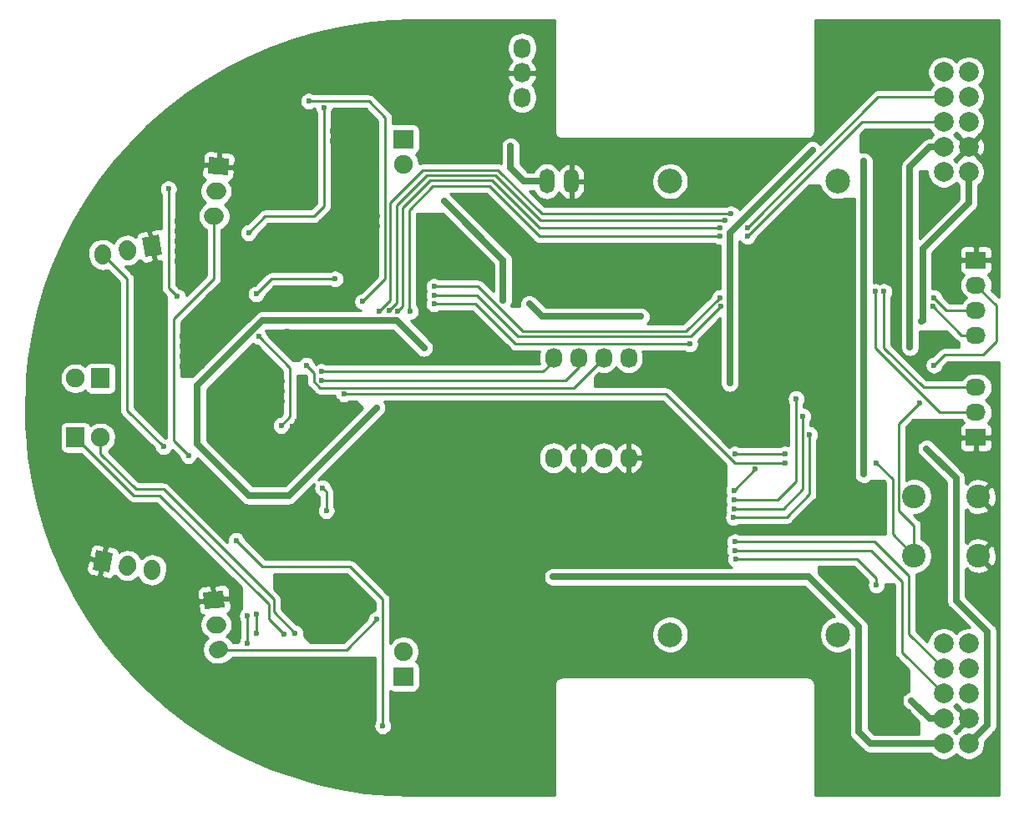
<source format=gbl>
G04 #@! TF.GenerationSoftware,KiCad,Pcbnew,(5.1.2-1)-1*
G04 #@! TF.CreationDate,2019-06-05T01:13:59+09:00*
G04 #@! TF.ProjectId,MicroMouse,4d696372-6f4d-46f7-9573-652e6b696361,rev?*
G04 #@! TF.SameCoordinates,Original*
G04 #@! TF.FileFunction,Copper,L2,Bot*
G04 #@! TF.FilePolarity,Positive*
%FSLAX46Y46*%
G04 Gerber Fmt 4.6, Leading zero omitted, Abs format (unit mm)*
G04 Created by KiCad (PCBNEW (5.1.2-1)-1) date 2019-06-05 01:13:59*
%MOMM*%
%LPD*%
G04 APERTURE LIST*
%ADD10O,1.727200X2.032000*%
%ADD11C,2.000000*%
%ADD12C,1.900000*%
%ADD13R,2.000000X1.900000*%
%ADD14R,1.900000X2.000000*%
%ADD15C,2.400000*%
%ADD16C,1.727200*%
%ADD17C,0.100000*%
%ADD18C,1.727200*%
%ADD19O,1.500000X2.500000*%
%ADD20O,2.032000X1.727200*%
%ADD21R,2.032000X1.727200*%
%ADD22C,2.500000*%
%ADD23C,0.600000*%
%ADD24C,0.700000*%
%ADD25C,0.400000*%
%ADD26C,0.250000*%
%ADD27C,0.254000*%
G04 APERTURE END LIST*
D10*
X164222800Y-86380400D03*
X161682800Y-86380400D03*
X159142800Y-86380400D03*
X156602800Y-86380400D03*
X164222800Y-96540400D03*
X161682800Y-96540400D03*
X159142800Y-96540400D03*
X156602800Y-96540400D03*
D11*
X198682800Y-67540400D03*
X198682800Y-65000400D03*
X198682800Y-62460400D03*
X198682800Y-59920400D03*
X198682800Y-57380400D03*
X196142800Y-67540400D03*
X196142800Y-65000400D03*
X196142800Y-62460400D03*
X196142800Y-59920400D03*
X196142800Y-57380400D03*
X198682800Y-125540400D03*
X198682800Y-123000400D03*
X198682800Y-120460400D03*
X198682800Y-117920400D03*
X198682800Y-115380400D03*
X196142800Y-125540400D03*
X196142800Y-123000400D03*
X196142800Y-120460400D03*
X196142800Y-117920400D03*
X196142800Y-115380400D03*
D12*
X141412800Y-116190400D03*
D13*
X141412800Y-118730400D03*
D12*
X141412800Y-66730400D03*
D13*
X141412800Y-64190400D03*
D14*
X108142800Y-94460400D03*
D12*
X110682800Y-94460400D03*
X108142800Y-88460400D03*
D14*
X110682800Y-88460400D03*
D15*
X193162800Y-100460400D03*
X199662800Y-100460400D03*
X193162800Y-106460400D03*
X199662800Y-106460400D03*
D10*
X153412800Y-59960400D03*
X153412800Y-57460400D03*
X153412800Y-54960400D03*
D16*
X110911388Y-107019334D03*
D17*
G36*
X109884481Y-107869936D02*
G01*
X110237335Y-105868807D01*
X111938295Y-106168732D01*
X111585441Y-108169861D01*
X109884481Y-107869936D01*
X109884481Y-107869936D01*
G37*
D16*
X113412800Y-107460400D03*
D18*
X113439264Y-107310315D02*
X113386336Y-107610485D01*
D16*
X115914212Y-107901466D03*
D18*
X115940676Y-107751381D02*
X115887748Y-108051551D01*
D16*
X122191424Y-110930065D03*
D17*
G36*
X121104022Y-110158301D02*
G01*
X123128290Y-109981201D01*
X123278826Y-111701829D01*
X121254558Y-111878929D01*
X121104022Y-110158301D01*
X121104022Y-110158301D01*
G37*
D16*
X122412800Y-113460400D03*
D18*
X122564620Y-113447117D02*
X122260980Y-113473683D01*
D16*
X122634176Y-115990735D03*
D18*
X122785996Y-115977452D02*
X122482356Y-116004018D01*
D16*
X122191424Y-71990735D03*
D18*
X122343244Y-72004018D02*
X122039604Y-71977452D01*
D16*
X122412800Y-69460400D03*
D18*
X122564620Y-69473683D02*
X122260980Y-69447117D01*
D16*
X122634176Y-66930065D03*
D17*
G36*
X121697310Y-65981201D02*
G01*
X123721578Y-66158301D01*
X123571042Y-67878929D01*
X121546774Y-67701829D01*
X121697310Y-65981201D01*
X121697310Y-65981201D01*
G37*
D16*
X115914212Y-75019334D03*
D17*
G36*
X116588265Y-73868807D02*
G01*
X116941119Y-75869936D01*
X115240159Y-76169861D01*
X114887305Y-74168732D01*
X116588265Y-73868807D01*
X116588265Y-73868807D01*
G37*
D16*
X113412800Y-75460400D03*
D18*
X113439264Y-75610485D02*
X113386336Y-75310315D01*
D16*
X110911388Y-75901466D03*
D18*
X110937852Y-76051551D02*
X110884924Y-75751381D01*
D19*
X155912800Y-68460400D03*
X158412800Y-68460400D03*
D20*
X199412800Y-89380400D03*
X199412800Y-91920400D03*
D21*
X199412800Y-94460400D03*
D20*
X199412800Y-84080400D03*
X199412800Y-81540400D03*
X199412800Y-79000400D03*
D21*
X199412800Y-76460400D03*
D22*
X185412800Y-68460400D03*
X168412800Y-68460400D03*
X185412800Y-114460400D03*
X168412800Y-114460400D03*
D23*
X165455600Y-82194400D03*
X154152600Y-80924400D03*
X138785600Y-72034400D03*
X196189600Y-130454400D03*
X195173600Y-130454400D03*
X195173600Y-129438400D03*
X194157600Y-130454400D03*
X197205600Y-127406400D03*
X195173600Y-127406400D03*
X196189600Y-127406400D03*
X194157600Y-127406400D03*
X198221600Y-127406400D03*
X199237600Y-127406400D03*
X196189600Y-128422400D03*
X197205600Y-128422400D03*
X198221600Y-128422400D03*
X200253600Y-127406400D03*
X201269600Y-127406400D03*
X200253600Y-128422400D03*
X201269600Y-128422400D03*
X196189600Y-129438400D03*
X197205600Y-129438400D03*
X198221600Y-129438400D03*
X199237600Y-129438400D03*
X200253600Y-129438400D03*
X201269600Y-129438400D03*
X194157600Y-128422400D03*
X195173600Y-128422400D03*
X199237600Y-128422400D03*
X194157600Y-129438400D03*
X197205600Y-130454400D03*
X198221600Y-130454400D03*
X199237600Y-130454400D03*
X200253600Y-130454400D03*
X201269600Y-130454400D03*
X159105600Y-75082400D03*
X160121600Y-75082400D03*
X160121600Y-76098400D03*
X159105600Y-76098400D03*
X163169600Y-75082400D03*
X164185600Y-75082400D03*
X164185600Y-76098400D03*
X163169600Y-76098400D03*
X190601600Y-69494400D03*
X191617600Y-69494400D03*
X191617600Y-72034400D03*
X194157600Y-72034400D03*
X195173600Y-72034400D03*
X195173600Y-71018400D03*
X194157600Y-71018400D03*
X190601600Y-68478400D03*
X191617600Y-68478400D03*
X191617600Y-73050400D03*
X191617600Y-74066400D03*
X191617600Y-75082400D03*
X191617600Y-76098400D03*
X191617600Y-77114400D03*
X191617600Y-78130400D03*
X127609600Y-102006400D03*
X128625600Y-102006400D03*
X127609600Y-103022400D03*
X128625600Y-103022400D03*
X127609600Y-104038400D03*
X128625600Y-104038400D03*
X129641600Y-104038400D03*
X130657600Y-104038400D03*
X114401600Y-96926400D03*
X115417600Y-96926400D03*
X116433600Y-96926400D03*
X117449600Y-96926400D03*
X115417600Y-97942400D03*
X116433600Y-97942400D03*
X117449600Y-97942400D03*
X114401600Y-101498400D03*
X114401600Y-102514400D03*
X114401600Y-103530400D03*
X115417600Y-103530400D03*
X118465600Y-96926400D03*
X118465600Y-97942400D03*
X118465600Y-98958400D03*
X114401600Y-82194400D03*
X115417600Y-82194400D03*
X116433600Y-82194400D03*
X114401600Y-83210400D03*
X115417600Y-83210400D03*
X116433600Y-83210400D03*
X116433600Y-84226400D03*
X115417600Y-84226400D03*
X114401600Y-84226400D03*
X114401600Y-85242400D03*
X115417600Y-85242400D03*
X116433600Y-85242400D03*
X116433600Y-86258400D03*
X115417600Y-86258400D03*
X114401600Y-86258400D03*
X115417600Y-87274400D03*
X116433600Y-87274400D03*
X148945600Y-76606400D03*
X149961600Y-76606400D03*
X149961600Y-77622400D03*
X148945600Y-77622400D03*
X150469600Y-72542400D03*
X151485600Y-72542400D03*
X151485600Y-73558400D03*
X150469600Y-73558400D03*
X149453600Y-72542400D03*
X151485600Y-74574400D03*
X132689600Y-74066400D03*
X133705600Y-74066400D03*
X133705600Y-75082400D03*
X132689600Y-75082400D03*
X132689600Y-76098400D03*
X133705600Y-76098400D03*
X133705600Y-77114400D03*
X132689600Y-77114400D03*
X136753600Y-72034400D03*
X136753600Y-73050400D03*
X136753600Y-74066400D03*
X136753600Y-75082400D03*
X137769600Y-72034400D03*
X137769600Y-73050400D03*
X138785600Y-73050400D03*
X146913600Y-85242400D03*
X147929600Y-85242400D03*
X148945600Y-85242400D03*
X148945600Y-86258400D03*
X147929600Y-86258400D03*
X146913600Y-86258400D03*
X149961600Y-86258400D03*
X149961600Y-85242400D03*
X150977600Y-85242400D03*
X150977600Y-86258400D03*
X143865600Y-86766400D03*
X142849600Y-86766400D03*
X141833600Y-86766400D03*
X140817600Y-86766400D03*
X139801600Y-86766400D03*
X139801600Y-85750400D03*
X140817600Y-85750400D03*
X141833600Y-85750400D03*
X146913600Y-84226400D03*
X147929600Y-84226400D03*
X148945600Y-84226400D03*
X149961600Y-84226400D03*
X143865600Y-91338400D03*
X144881600Y-91338400D03*
X143865600Y-92354400D03*
X144881600Y-92354400D03*
X143865600Y-93370400D03*
X144881600Y-93370400D03*
X145897600Y-91338400D03*
X145897600Y-92354400D03*
X145897600Y-93370400D03*
X146913600Y-93370400D03*
X146913600Y-92354400D03*
X146913600Y-91338400D03*
X143865600Y-94386400D03*
X143865600Y-95402400D03*
X142849600Y-95402400D03*
X141833600Y-95402400D03*
X144881600Y-95402400D03*
X144881600Y-94386400D03*
X145897600Y-94386400D03*
X145897600Y-95402400D03*
X146913600Y-95402400D03*
X146913600Y-94386400D03*
X140817600Y-95402400D03*
X184302400Y-93370400D03*
X187553600Y-108610400D03*
X187553600Y-109626400D03*
X187553600Y-110642400D03*
X187553600Y-111658400D03*
X188569600Y-111658400D03*
X189585600Y-111658400D03*
X190601600Y-111658400D03*
X188569600Y-112674400D03*
X189585600Y-112674400D03*
X132689600Y-120294400D03*
X133705600Y-120294400D03*
X134721600Y-120294400D03*
X135737600Y-120294400D03*
X136753600Y-120294400D03*
X132689600Y-121310400D03*
X133705600Y-121310400D03*
X134721600Y-121310400D03*
X135737600Y-121310400D03*
X136753600Y-121310400D03*
X137769600Y-121310400D03*
X132689600Y-122326400D03*
X133705600Y-122326400D03*
X134721600Y-122326400D03*
X135737600Y-122326400D03*
X136753600Y-122326400D03*
X137769600Y-122326400D03*
X132689600Y-119278400D03*
X133705600Y-119278400D03*
X132689600Y-118262400D03*
X133705600Y-118262400D03*
X137769600Y-123342400D03*
X136753600Y-123342400D03*
X135737600Y-123342400D03*
X134721600Y-123342400D03*
X133705600Y-123342400D03*
X132689600Y-123342400D03*
X131673600Y-123342400D03*
X130657600Y-123342400D03*
X129641600Y-123342400D03*
X125069600Y-91846400D03*
X125577600Y-91338400D03*
X126085600Y-90830400D03*
X126593600Y-90322400D03*
X127101600Y-89814400D03*
X127609600Y-89306400D03*
X128117600Y-88798400D03*
X128625600Y-88290400D03*
X128625600Y-89306400D03*
X128117600Y-89814400D03*
X127609600Y-90322400D03*
X127101600Y-90830400D03*
X126593600Y-91338400D03*
X126085600Y-91846400D03*
X125577600Y-92354400D03*
X126085600Y-92862400D03*
X126593600Y-92354400D03*
X127101600Y-91846400D03*
X127609600Y-91338400D03*
X128117600Y-90830400D03*
X128625600Y-90322400D03*
X126593600Y-93370400D03*
X127101600Y-92862400D03*
X127609600Y-92354400D03*
X128117600Y-91846400D03*
X128625600Y-91338400D03*
X131165600Y-92354400D03*
X131673600Y-91846400D03*
X132181600Y-91338400D03*
X132689600Y-90830400D03*
X130657600Y-93878400D03*
X131165600Y-93370400D03*
X131673600Y-92862400D03*
X132181600Y-92354400D03*
X132689600Y-91846400D03*
X133197600Y-91338400D03*
X131165600Y-94386400D03*
X131673600Y-93878400D03*
X132181600Y-93370400D03*
X132689600Y-92862400D03*
X133197600Y-92354400D03*
X133705600Y-91846400D03*
X131673600Y-94894400D03*
X132181600Y-94386400D03*
X132689600Y-93878400D03*
X133197600Y-93370400D03*
X133705600Y-92862400D03*
X134213600Y-92354400D03*
X133705600Y-90830400D03*
X134213600Y-91338400D03*
X134721600Y-91846400D03*
X135229600Y-91338400D03*
X132181600Y-95402400D03*
X132689600Y-94894400D03*
X133197600Y-94386400D03*
X133705600Y-93878400D03*
X134213600Y-93370400D03*
X134721600Y-92862400D03*
X135229600Y-92354400D03*
X135737600Y-91846400D03*
X128117600Y-87782400D03*
X127609600Y-88290400D03*
X127101600Y-88798400D03*
X126593600Y-89306400D03*
X126085600Y-89814400D03*
X125577600Y-90322400D03*
X125069600Y-90830400D03*
X124561600Y-91338400D03*
X125526800Y-97942400D03*
X131673600Y-95910400D03*
X131165600Y-96418400D03*
X131165600Y-95402400D03*
X130657600Y-94894400D03*
X130149600Y-94386400D03*
X129641600Y-94894400D03*
X130149600Y-95402400D03*
X130657600Y-95910400D03*
X114401600Y-81178400D03*
X115417600Y-81178400D03*
X116433600Y-81178400D03*
X116433600Y-80162400D03*
X115417600Y-80162400D03*
X114401600Y-80162400D03*
X147929600Y-91338400D03*
X147929600Y-92354400D03*
X147929600Y-93370400D03*
X147929600Y-94386400D03*
X147929600Y-95402400D03*
X148945600Y-95402400D03*
X148945600Y-94386400D03*
X148945600Y-93370400D03*
X148945600Y-92354400D03*
X148945600Y-91338400D03*
X149961600Y-91338400D03*
X149961600Y-92354400D03*
X149961600Y-93370400D03*
X149961600Y-94386400D03*
X149961600Y-95402400D03*
X150977600Y-95402400D03*
X150977600Y-94386400D03*
X150977600Y-93370400D03*
X150977600Y-92354400D03*
X150977600Y-91338400D03*
X151993600Y-91338400D03*
X151993600Y-92354400D03*
X151993600Y-93370400D03*
X151993600Y-94386400D03*
X151993600Y-95402400D03*
X198221600Y-87274400D03*
X199237600Y-87274400D03*
X200253600Y-87274400D03*
X201269600Y-87274400D03*
X201269600Y-88290400D03*
X201269600Y-89306400D03*
X201269600Y-90322400D03*
X201269600Y-91338400D03*
X201269600Y-92354400D03*
X201269600Y-93370400D03*
X201269600Y-94386400D03*
X201269600Y-95402400D03*
X201269600Y-96418400D03*
X200253600Y-96418400D03*
X199237600Y-96418400D03*
X198221600Y-96418400D03*
X198221600Y-97434400D03*
X199237600Y-97434400D03*
X200253600Y-97434400D03*
X201269600Y-97434400D03*
X199237600Y-98450400D03*
X200253600Y-98450400D03*
X201269600Y-98450400D03*
X153009600Y-91338400D03*
X153009600Y-92354400D03*
X153009600Y-93370400D03*
X153009600Y-94386400D03*
X153009600Y-95402400D03*
X154025600Y-95402400D03*
X154025600Y-94386400D03*
X154025600Y-93370400D03*
X154025600Y-92354400D03*
X154025600Y-91338400D03*
X155041600Y-91338400D03*
X155041600Y-92354400D03*
X155041600Y-93370400D03*
X155041600Y-94386400D03*
X155041600Y-95402400D03*
X156057600Y-94386400D03*
X157073600Y-94386400D03*
X157073600Y-93370400D03*
X156057600Y-93370400D03*
X156057600Y-92354400D03*
X157073600Y-92354400D03*
X157073600Y-91338400D03*
X156057600Y-91338400D03*
X158089600Y-91338400D03*
X158089600Y-92354400D03*
X158089600Y-93370400D03*
X158089600Y-94386400D03*
X159105600Y-94386400D03*
X159105600Y-93370400D03*
X159105600Y-92354400D03*
X159105600Y-91338400D03*
X160121600Y-91338400D03*
X160121600Y-92354400D03*
X160121600Y-93370400D03*
X160121600Y-94386400D03*
X161137600Y-94386400D03*
X161137600Y-93370400D03*
X161137600Y-92354400D03*
X161137600Y-91338400D03*
X162153600Y-91338400D03*
X162153600Y-92354400D03*
X162153600Y-93370400D03*
X162153600Y-94386400D03*
X163169600Y-94386400D03*
X163169600Y-93370400D03*
X163169600Y-92354400D03*
X163169600Y-91338400D03*
X164185600Y-91338400D03*
X164185600Y-92354400D03*
X164185600Y-93370400D03*
X164185600Y-94386400D03*
X165201600Y-94386400D03*
X165201600Y-93370400D03*
X165201600Y-92354400D03*
X165201600Y-91338400D03*
X166217600Y-91338400D03*
X166217600Y-92354400D03*
X166217600Y-93370400D03*
X166217600Y-94386400D03*
X167233600Y-91338400D03*
X167233600Y-92354400D03*
X167233600Y-93370400D03*
X167233600Y-94386400D03*
X166217600Y-95402400D03*
X167233600Y-95402400D03*
X166217600Y-96418400D03*
X167233600Y-96418400D03*
X167233600Y-97434400D03*
X166217600Y-97434400D03*
X166217600Y-98450400D03*
X167233600Y-98450400D03*
X165201600Y-98450400D03*
X164185600Y-98450400D03*
X163169600Y-98450400D03*
X162153600Y-98450400D03*
X161137600Y-98450400D03*
X160121600Y-98450400D03*
X159105600Y-98450400D03*
X158089600Y-98450400D03*
X157073600Y-98450400D03*
X156057600Y-98450400D03*
X155041600Y-98450400D03*
X154025600Y-98450400D03*
X155041600Y-97434400D03*
X154025600Y-97434400D03*
X153009600Y-97434400D03*
X153009600Y-98450400D03*
X151993600Y-97434400D03*
X151993600Y-98450400D03*
X150977600Y-97434400D03*
X150977600Y-98450400D03*
X149961600Y-98450400D03*
X149961600Y-97434400D03*
X148945600Y-97434400D03*
X148945600Y-98450400D03*
X147929600Y-97434400D03*
X146913600Y-97434400D03*
X145897600Y-97434400D03*
X144881600Y-97434400D03*
X143865600Y-97434400D03*
X142849600Y-97434400D03*
X142849600Y-98450400D03*
X143865600Y-98450400D03*
X144881600Y-98450400D03*
X145897600Y-98450400D03*
X146913600Y-98450400D03*
X147929600Y-98450400D03*
X168249600Y-92354400D03*
X168249600Y-93370400D03*
X168249600Y-94386400D03*
X168249600Y-95402400D03*
X168249600Y-96418400D03*
X168249600Y-97434400D03*
X168249600Y-98450400D03*
X193141600Y-127406400D03*
X193141600Y-128422400D03*
X193141600Y-129438400D03*
X193141600Y-130454400D03*
X192125600Y-130454400D03*
X192125600Y-129438400D03*
X192125600Y-128422400D03*
X192125600Y-127406400D03*
X191109600Y-127406400D03*
X191109600Y-128422400D03*
X191109600Y-129438400D03*
X191109600Y-130454400D03*
X169265600Y-93370400D03*
X169265600Y-94386400D03*
X169265600Y-95402400D03*
X169265600Y-96418400D03*
X169265600Y-97434400D03*
X169265600Y-98450400D03*
X170281600Y-98450400D03*
X170281600Y-97434400D03*
X170281600Y-96418400D03*
X170281600Y-95402400D03*
X170281600Y-94386400D03*
X171297600Y-95402400D03*
X171297600Y-96418400D03*
X171297600Y-97434400D03*
X171297600Y-98450400D03*
X172313600Y-96418400D03*
X172313600Y-97434400D03*
X172313600Y-98450400D03*
X173329600Y-97434400D03*
X173329600Y-98450400D03*
X176885600Y-90830400D03*
X176885600Y-89814400D03*
X175869600Y-89814400D03*
X175869600Y-88798400D03*
X165201600Y-75082400D03*
X165201600Y-76098400D03*
X166217600Y-75082400D03*
X166217600Y-76098400D03*
X165201600Y-77114400D03*
X166217600Y-77114400D03*
X165201600Y-78130400D03*
X166217600Y-78130400D03*
X166217600Y-79146400D03*
X165201600Y-79146400D03*
X164185600Y-79146400D03*
X163169600Y-79146400D03*
X163169600Y-80162400D03*
X164185600Y-80162400D03*
X165201600Y-80162400D03*
X166217600Y-80162400D03*
X170281600Y-75082400D03*
X171297600Y-75082400D03*
X172313600Y-75082400D03*
X172313600Y-76098400D03*
X170281600Y-76098400D03*
X171297600Y-76098400D03*
X170281600Y-77114400D03*
X171297600Y-77114400D03*
X172313600Y-77114400D03*
X172313600Y-78130400D03*
X171297600Y-78130400D03*
X170281600Y-78130400D03*
X170281600Y-79146400D03*
X171297600Y-79146400D03*
X172313600Y-79146400D03*
X170281600Y-80162400D03*
X171297600Y-80162400D03*
X172313600Y-80162400D03*
X170281600Y-81178400D03*
X171297600Y-81178400D03*
X106781600Y-86766400D03*
X105765600Y-86766400D03*
X104749600Y-86766400D03*
X104749600Y-85750400D03*
X105765600Y-85750400D03*
X106781600Y-85750400D03*
X104749600Y-84734400D03*
X105765600Y-84734400D03*
X106781600Y-84734400D03*
X106781600Y-83718400D03*
X104749600Y-83718400D03*
X105765600Y-83718400D03*
X105765600Y-82702400D03*
X105765600Y-81686400D03*
X106781600Y-81686400D03*
X106781600Y-82702400D03*
X105765600Y-80670400D03*
X106781600Y-80670400D03*
X104749600Y-87782400D03*
X105765600Y-87782400D03*
X105765600Y-88798400D03*
X104749600Y-88798400D03*
X104749600Y-89814400D03*
X105765600Y-89814400D03*
X104749600Y-92862400D03*
X105765600Y-92862400D03*
X104749600Y-93878400D03*
X105765600Y-93878400D03*
X105765600Y-94894400D03*
X104749600Y-94894400D03*
X104749600Y-95910400D03*
X105765600Y-95910400D03*
X104749600Y-96926400D03*
X105765600Y-96926400D03*
X106781600Y-96926400D03*
X107797600Y-96926400D03*
X108813600Y-96926400D03*
X104749600Y-97942400D03*
X105765600Y-97942400D03*
X106781600Y-97942400D03*
X107797600Y-97942400D03*
X108813600Y-97942400D03*
X104749600Y-98958400D03*
X105765600Y-98958400D03*
X106781600Y-98958400D03*
X107797600Y-98958400D03*
X108813600Y-98958400D03*
X109829600Y-98958400D03*
X110845600Y-98958400D03*
X105765600Y-99974400D03*
X106781600Y-99974400D03*
X107797600Y-99974400D03*
X104749600Y-99974400D03*
X108813600Y-99974400D03*
X109829600Y-99974400D03*
X110845600Y-99974400D03*
X105765600Y-100990400D03*
X104749600Y-100990400D03*
X106781600Y-100990400D03*
X107797600Y-100990400D03*
X108813600Y-100990400D03*
X109829600Y-100990400D03*
X110845600Y-100990400D03*
X111861600Y-100990400D03*
X111861600Y-99974400D03*
X105765600Y-102006400D03*
X106781600Y-102006400D03*
X107797600Y-102006400D03*
X108813600Y-102006400D03*
X109829600Y-102006400D03*
X110845600Y-102006400D03*
X111861600Y-102006400D03*
X105765600Y-103022400D03*
X106781600Y-103022400D03*
X107797600Y-103022400D03*
X108813600Y-103022400D03*
X109829600Y-103022400D03*
X110845600Y-103022400D03*
X111861600Y-103022400D03*
X112877600Y-100990400D03*
X112877600Y-102006400D03*
X112877600Y-103022400D03*
X105765600Y-104038400D03*
X106781600Y-104038400D03*
X107797600Y-104038400D03*
X108813600Y-104038400D03*
X109829600Y-104038400D03*
X110845600Y-104038400D03*
X111861600Y-104038400D03*
X112877600Y-104038400D03*
X106781600Y-105054400D03*
X107797600Y-105054400D03*
X108813600Y-105054400D03*
X109829600Y-105054400D03*
X110845600Y-105054400D03*
X111861600Y-105054400D03*
X112877600Y-105054400D03*
X114401600Y-104546400D03*
X115417600Y-104546400D03*
X116433600Y-104546400D03*
X114401600Y-105562400D03*
X115417600Y-105562400D03*
X116433600Y-105562400D03*
X117449600Y-105562400D03*
X105765600Y-79654400D03*
X106781600Y-79654400D03*
X109321600Y-81178400D03*
X109321600Y-82194400D03*
X109321600Y-83210400D03*
X109321600Y-84226400D03*
X109321600Y-85242400D03*
X109321600Y-86258400D03*
X111861600Y-81178400D03*
X111861600Y-82194400D03*
X111861600Y-83210400D03*
X111861600Y-84226400D03*
X111861600Y-85242400D03*
X111861600Y-86258400D03*
X125069600Y-67462400D03*
X126085600Y-67462400D03*
X127101600Y-67462400D03*
X127101600Y-66446400D03*
X126085600Y-66446400D03*
X125069600Y-66446400D03*
X125069600Y-65430400D03*
X126085600Y-65430400D03*
X127101600Y-65430400D03*
X127101600Y-64414400D03*
X126085600Y-64414400D03*
X125069600Y-64414400D03*
X124053600Y-64414400D03*
X124053600Y-65430400D03*
X123037600Y-65430400D03*
X123037600Y-64414400D03*
X127101600Y-63398400D03*
X126085600Y-63398400D03*
X125069600Y-63398400D03*
X124053600Y-63398400D03*
X123037600Y-63398400D03*
X122021600Y-63398400D03*
X122021600Y-64414400D03*
X122021600Y-62382400D03*
X123037600Y-62382400D03*
X124053600Y-62382400D03*
X125069600Y-62382400D03*
X126085600Y-62382400D03*
X127101600Y-62382400D03*
X122021600Y-61366400D03*
X123037600Y-61366400D03*
X124053600Y-61366400D03*
X125069600Y-61366400D03*
X126085600Y-61366400D03*
X127101600Y-61366400D03*
X122021600Y-60350400D03*
X123037600Y-60350400D03*
X124053600Y-60350400D03*
X125069600Y-60350400D03*
X126085600Y-60350400D03*
X127101600Y-60350400D03*
X122021600Y-59334400D03*
X123037600Y-59334400D03*
X124053600Y-59334400D03*
X125069600Y-59334400D03*
X126085600Y-59334400D03*
X127101600Y-59334400D03*
X128117600Y-59334400D03*
X129133600Y-59334400D03*
X130149600Y-59334400D03*
X123037600Y-58318400D03*
X124053600Y-58318400D03*
X125069600Y-58318400D03*
X126085600Y-58318400D03*
X127101600Y-58318400D03*
X128117600Y-58318400D03*
X129133600Y-58318400D03*
X130149600Y-58318400D03*
X124053600Y-57302400D03*
X125069600Y-57302400D03*
X126085600Y-57302400D03*
X127101600Y-57302400D03*
X128117600Y-57302400D03*
X129133600Y-57302400D03*
X126085600Y-56286400D03*
X127101600Y-56286400D03*
X128117600Y-56286400D03*
X129133600Y-56286400D03*
X121005600Y-60350400D03*
X119989600Y-60350400D03*
X121005600Y-61366400D03*
X119989600Y-61366400D03*
X118973600Y-61366400D03*
X117957600Y-62382400D03*
X117957600Y-61366400D03*
X118973600Y-62382400D03*
X116941600Y-62382400D03*
X119989600Y-62382400D03*
X121005600Y-62382400D03*
X121005600Y-63398400D03*
X119989600Y-63398400D03*
X118973600Y-63398400D03*
X117957600Y-63398400D03*
X116941600Y-63398400D03*
X117957600Y-64414400D03*
X118973600Y-64414400D03*
X119989600Y-64414400D03*
X121005600Y-64414400D03*
X119989600Y-65430400D03*
X121005600Y-65430400D03*
X121005600Y-66446400D03*
X119989600Y-66446400D03*
X119989600Y-67462400D03*
X111861600Y-67462400D03*
X112877600Y-67462400D03*
X113893600Y-67462400D03*
X113893600Y-68478400D03*
X112877600Y-68478400D03*
X111861600Y-68478400D03*
X111861600Y-69494400D03*
X112877600Y-69494400D03*
X113893600Y-69494400D03*
X109829600Y-70510400D03*
X110845600Y-70510400D03*
X111861600Y-70510400D03*
X111861600Y-71526400D03*
X110845600Y-71526400D03*
X109829600Y-71526400D03*
X109829600Y-72542400D03*
X110845600Y-72542400D03*
X111861600Y-72542400D03*
X111861600Y-73558400D03*
X110845600Y-73558400D03*
X109829600Y-73558400D03*
X106781600Y-78638400D03*
X107797600Y-78638400D03*
X108813600Y-77622400D03*
X107797600Y-77622400D03*
X106781600Y-77622400D03*
X106781600Y-76606400D03*
X107797600Y-76606400D03*
X108813600Y-76606400D03*
X107797600Y-75590400D03*
X108813600Y-75590400D03*
X107797600Y-74574400D03*
X108813600Y-74574400D03*
X177901600Y-82194400D03*
X178917600Y-82194400D03*
X179933600Y-82194400D03*
X180949600Y-82194400D03*
X181965600Y-82194400D03*
X182981600Y-82194400D03*
X183997600Y-82194400D03*
X185013600Y-82194400D03*
X186029600Y-82194400D03*
X186029600Y-83210400D03*
X185013600Y-83210400D03*
X183997600Y-83210400D03*
X182981600Y-83210400D03*
X181965600Y-83210400D03*
X180949600Y-83210400D03*
X179933600Y-83210400D03*
X178917600Y-83210400D03*
X177901600Y-83210400D03*
X177901600Y-84226400D03*
X178917600Y-84226400D03*
X179933600Y-84226400D03*
X180949600Y-84226400D03*
X181965600Y-84226400D03*
X182981600Y-84226400D03*
X183997600Y-84226400D03*
X185013600Y-84226400D03*
X186029600Y-84226400D03*
X186029600Y-85242400D03*
X185013600Y-85242400D03*
X183997600Y-85242400D03*
X182981600Y-85242400D03*
X181965600Y-85242400D03*
X180949600Y-85242400D03*
X179933600Y-85242400D03*
X178917600Y-85242400D03*
X177901600Y-85242400D03*
X177901600Y-86258400D03*
X178917600Y-86258400D03*
X179933600Y-86258400D03*
X180949600Y-86258400D03*
X181965600Y-86258400D03*
X182981600Y-86258400D03*
X183997600Y-86258400D03*
X185013600Y-86258400D03*
X186029600Y-86258400D03*
X191109600Y-82194400D03*
X191109600Y-83210400D03*
X175869600Y-79146400D03*
X176885600Y-79146400D03*
X177901600Y-79146400D03*
X178917600Y-79146400D03*
X179933600Y-79146400D03*
X180949600Y-79146400D03*
X181965600Y-79146400D03*
X182981600Y-79146400D03*
X183997600Y-79146400D03*
X185013600Y-79146400D03*
X186029600Y-79146400D03*
X186029600Y-78130400D03*
X185013600Y-78130400D03*
X183997600Y-78130400D03*
X182981600Y-78130400D03*
X181965600Y-78130400D03*
X180949600Y-78130400D03*
X179933600Y-78130400D03*
X178917600Y-78130400D03*
X175869600Y-78130400D03*
X176885600Y-78130400D03*
X177901600Y-78130400D03*
X175869600Y-77114400D03*
X176885600Y-77114400D03*
X177901600Y-77114400D03*
X178917600Y-77114400D03*
X179933600Y-77114400D03*
X180949600Y-77114400D03*
X181965600Y-77114400D03*
X182981600Y-77114400D03*
X183997600Y-77114400D03*
X185013600Y-77114400D03*
X186029600Y-77114400D03*
X186029600Y-76098400D03*
X185013600Y-76098400D03*
X183997600Y-76098400D03*
X175869600Y-76098400D03*
X176885600Y-76098400D03*
X177901600Y-76098400D03*
X178917600Y-76098400D03*
X179933600Y-76098400D03*
X180949600Y-76098400D03*
X181965600Y-76098400D03*
X182981600Y-76098400D03*
X176885600Y-75082400D03*
X177901600Y-75082400D03*
X178917600Y-75082400D03*
X179933600Y-75082400D03*
X180949600Y-75082400D03*
X181965600Y-75082400D03*
X182981600Y-75082400D03*
X183997600Y-75082400D03*
X185013600Y-75082400D03*
X186029600Y-75082400D03*
X177901600Y-74066400D03*
X178917600Y-74066400D03*
X179933600Y-74066400D03*
X180949600Y-74066400D03*
X181965600Y-74066400D03*
X182981600Y-74066400D03*
X183997600Y-74066400D03*
X185013600Y-74066400D03*
X186029600Y-74066400D03*
X119481600Y-97942400D03*
X119481600Y-98958400D03*
X120497600Y-97942400D03*
X120497600Y-98958400D03*
X119481600Y-99974400D03*
X120497600Y-99974400D03*
X121513600Y-97942400D03*
X121513600Y-98958400D03*
X120497600Y-100990400D03*
X114401600Y-95910400D03*
X115417600Y-95910400D03*
X121513600Y-102006400D03*
X122529600Y-102006400D03*
X123545600Y-102006400D03*
X123545600Y-103022400D03*
X122529600Y-103022400D03*
X170789600Y-90322400D03*
X170789600Y-89306400D03*
X169773600Y-89306400D03*
X169773600Y-88290400D03*
X168757600Y-88290400D03*
X165709600Y-87782400D03*
X166725600Y-87782400D03*
X167741600Y-87782400D03*
X180441600Y-88798400D03*
X181457600Y-88798400D03*
X182473600Y-89814400D03*
X182473600Y-90830400D03*
X190093600Y-114706400D03*
X190093600Y-115722400D03*
X190093600Y-116738400D03*
X140309600Y-108102400D03*
X141325600Y-108102400D03*
X142341600Y-108102400D03*
X143357600Y-108102400D03*
X144373600Y-108102400D03*
X145389600Y-108102400D03*
X146405600Y-108102400D03*
X147421600Y-108102400D03*
X148437600Y-108102400D03*
X149453600Y-108102400D03*
X150469600Y-108102400D03*
X151485600Y-108102400D03*
X140309600Y-109118400D03*
X141325600Y-109118400D03*
X142341600Y-109118400D03*
X143357600Y-109118400D03*
X144373600Y-109118400D03*
X145389600Y-109118400D03*
X146405600Y-109118400D03*
X147421600Y-109118400D03*
X148437600Y-109118400D03*
X149453600Y-109118400D03*
X150469600Y-109118400D03*
X151485600Y-109118400D03*
X140309600Y-110134400D03*
X141325600Y-110134400D03*
X142341600Y-110134400D03*
X143357600Y-110134400D03*
X144373600Y-110134400D03*
X145389600Y-110134400D03*
X146405600Y-110134400D03*
X147421600Y-110134400D03*
X148437600Y-110134400D03*
X149453600Y-110134400D03*
X150469600Y-110134400D03*
X151485600Y-110134400D03*
X140309600Y-111150400D03*
X141325600Y-111150400D03*
X142341600Y-111150400D03*
X143357600Y-111150400D03*
X144373600Y-111150400D03*
X145389600Y-111150400D03*
X146405600Y-111150400D03*
X147421600Y-111150400D03*
X148437600Y-111150400D03*
X149453600Y-111150400D03*
X150469600Y-111150400D03*
X151485600Y-111150400D03*
X140309600Y-112166400D03*
X141325600Y-112166400D03*
X142341600Y-112166400D03*
X143357600Y-112166400D03*
X144373600Y-112166400D03*
X145389600Y-112166400D03*
X146405600Y-112166400D03*
X147421600Y-112166400D03*
X148437600Y-112166400D03*
X149453600Y-112166400D03*
X150469600Y-112166400D03*
X140309600Y-113182400D03*
X141325600Y-113182400D03*
X142341600Y-113182400D03*
X143357600Y-113182400D03*
X144373600Y-113182400D03*
X145389600Y-113182400D03*
X146405600Y-113182400D03*
X147421600Y-113182400D03*
X148437600Y-113182400D03*
X149453600Y-113182400D03*
X141325600Y-114198400D03*
X142341600Y-114198400D03*
X143357600Y-114198400D03*
X144373600Y-114198400D03*
X145389600Y-114198400D03*
X152501600Y-108102400D03*
X152501600Y-109118400D03*
X152501600Y-110134400D03*
X153517600Y-108102400D03*
X153517600Y-109118400D03*
X146405600Y-114198400D03*
X147421600Y-114198400D03*
X148437600Y-114198400D03*
X143357600Y-115214400D03*
X144373600Y-115214400D03*
X145389600Y-115214400D03*
X146405600Y-115214400D03*
X147421600Y-115214400D03*
X143357600Y-116230400D03*
X144373600Y-116230400D03*
X145389600Y-116230400D03*
X146405600Y-116230400D03*
X143357600Y-117246400D03*
X144373600Y-117246400D03*
X145389600Y-117246400D03*
X143357600Y-118262400D03*
X144373600Y-118262400D03*
X143357600Y-119278400D03*
X154533600Y-108102400D03*
X116941600Y-119278400D03*
X117957600Y-119278400D03*
X118973600Y-119278400D03*
X119989600Y-119278400D03*
X117957600Y-120294400D03*
X118973600Y-120294400D03*
X119989600Y-120294400D03*
X118973600Y-121310400D03*
X119989600Y-121310400D03*
X121005600Y-119278400D03*
X122021600Y-119278400D03*
X121005600Y-120294400D03*
X122021600Y-120294400D03*
X121005600Y-121310400D03*
X122021600Y-121310400D03*
X123037600Y-119278400D03*
X123037600Y-120294400D03*
X123037600Y-121310400D03*
X124053600Y-121310400D03*
X124053600Y-119278400D03*
X124053600Y-120294400D03*
X119989600Y-122326400D03*
X121005600Y-122326400D03*
X122021600Y-122326400D03*
X123037600Y-122326400D03*
X124053600Y-122326400D03*
X121005600Y-123342400D03*
X122021600Y-123342400D03*
X123037600Y-123342400D03*
X124053600Y-123342400D03*
X123037600Y-124358400D03*
X124053600Y-124358400D03*
X125069600Y-123342400D03*
X126085600Y-123342400D03*
X127101600Y-123342400D03*
X125069600Y-124358400D03*
X126085600Y-124358400D03*
X127101600Y-124358400D03*
X122021600Y-124358400D03*
X116941600Y-120294400D03*
X117957600Y-121310400D03*
X106781600Y-106070400D03*
X107797600Y-106070400D03*
X108813600Y-106070400D03*
X108813600Y-107086400D03*
X107797600Y-107086400D03*
X107797600Y-108102400D03*
X108813600Y-108102400D03*
X108305600Y-109118400D03*
X109321600Y-109118400D03*
X110337600Y-109118400D03*
X111353600Y-109118400D03*
X109321600Y-110134400D03*
X110337600Y-110134400D03*
X111353600Y-110134400D03*
X109321600Y-111150400D03*
X110337600Y-111150400D03*
X111353600Y-111150400D03*
X110337600Y-112166400D03*
X111353600Y-112166400D03*
X112369600Y-112166400D03*
X110337600Y-113182400D03*
X111353600Y-113182400D03*
X112369600Y-113182400D03*
X111353600Y-114198400D03*
X112369600Y-114198400D03*
X113385600Y-114198400D03*
X112369600Y-115214400D03*
X113385600Y-115214400D03*
X114401600Y-115214400D03*
X114401600Y-114198400D03*
X113385600Y-113182400D03*
X176885600Y-104038400D03*
X177901600Y-104038400D03*
X178917600Y-104038400D03*
X179933600Y-104038400D03*
X180949600Y-104038400D03*
X181965600Y-104038400D03*
X181965600Y-103022400D03*
X182981600Y-103022400D03*
X182981600Y-104038400D03*
X183997600Y-104038400D03*
X183997600Y-103022400D03*
X185013600Y-103022400D03*
X185013600Y-104038400D03*
X182981600Y-102006400D03*
X183997600Y-102006400D03*
X185013600Y-102006400D03*
X183997600Y-100990400D03*
X185013600Y-100990400D03*
X183997600Y-99974400D03*
X183997600Y-98958400D03*
X183997600Y-97942400D03*
X183997600Y-97942400D03*
X193649600Y-108610400D03*
X193649600Y-109626400D03*
X193649600Y-110642400D03*
X189077600Y-114706400D03*
X189077600Y-115722400D03*
X189077600Y-116738400D03*
X189077600Y-119786400D03*
X189077600Y-120802400D03*
X189077600Y-121818400D03*
X189077600Y-122834400D03*
X191617600Y-124358400D03*
X192633600Y-124358400D03*
X192633600Y-123342400D03*
X191617600Y-123342400D03*
X191617600Y-122326400D03*
X192633600Y-122326400D03*
X133705600Y-103530400D03*
X134721600Y-103530400D03*
X135737600Y-103530400D03*
X136753600Y-103530400D03*
X137769600Y-103530400D03*
X133705600Y-104546400D03*
X134721600Y-104546400D03*
X135737600Y-104546400D03*
X136753600Y-104546400D03*
X137769600Y-104546400D03*
X134721600Y-102514400D03*
X135737600Y-102514400D03*
X136753600Y-102514400D03*
X114401600Y-97942400D03*
X133705600Y-110642400D03*
X134721600Y-110642400D03*
X135737600Y-110642400D03*
X136753600Y-110642400D03*
X133705600Y-111658400D03*
X134721600Y-111658400D03*
X135737600Y-111658400D03*
X136753600Y-111658400D03*
X134721600Y-112674400D03*
X135737600Y-112674400D03*
X136753600Y-112674400D03*
X113385600Y-96926400D03*
X113385600Y-95910400D03*
X113385600Y-94894400D03*
X114401600Y-94894400D03*
X124053600Y-125374400D03*
X125069600Y-125374400D03*
X126085600Y-125374400D03*
X127101600Y-125374400D03*
X126085600Y-126390400D03*
X127101600Y-126390400D03*
X118973600Y-71526400D03*
X119989600Y-71526400D03*
X118465600Y-72542400D03*
X119481600Y-72542400D03*
X120497600Y-72542400D03*
X118465600Y-73558400D03*
X119481600Y-73558400D03*
X120497600Y-73558400D03*
X118465600Y-74574400D03*
X119481600Y-74574400D03*
X120497600Y-74574400D03*
X118465600Y-75590400D03*
X119481600Y-75590400D03*
X118465600Y-76606400D03*
X119481600Y-76606400D03*
X120497600Y-75590400D03*
X114401600Y-77622400D03*
X115417600Y-77622400D03*
X116433600Y-77622400D03*
X112877600Y-70510400D03*
X113893600Y-70510400D03*
X114909600Y-68478400D03*
X114909600Y-69494400D03*
X114909600Y-70510400D03*
X115925600Y-70510400D03*
X115925600Y-69494400D03*
X128117600Y-123342400D03*
X128117600Y-124358400D03*
X128117600Y-125374400D03*
X128117600Y-126390400D03*
X129133600Y-124358400D03*
X129133600Y-125374400D03*
X129133600Y-126390400D03*
X129133600Y-127406400D03*
X128117600Y-127406400D03*
X135229600Y-126898400D03*
X136245600Y-126898400D03*
X137261600Y-126898400D03*
X138277600Y-126898400D03*
X139293600Y-126898400D03*
X140309600Y-126898400D03*
X141325600Y-126898400D03*
X142341600Y-126898400D03*
X143357600Y-126898400D03*
X144373600Y-126898400D03*
X145389600Y-126898400D03*
X146405600Y-126898400D03*
X147421600Y-126898400D03*
X148437600Y-126898400D03*
X149453600Y-126898400D03*
X150469600Y-126898400D03*
X151485600Y-126898400D03*
X152501600Y-126898400D03*
X153517600Y-126898400D03*
X154533600Y-126898400D03*
X155549600Y-126898400D03*
X135229600Y-127914400D03*
X136245600Y-127914400D03*
X137261600Y-127914400D03*
X138277600Y-127914400D03*
X139293600Y-127914400D03*
X140309600Y-127914400D03*
X141325600Y-127914400D03*
X142341600Y-127914400D03*
X143357600Y-127914400D03*
X144373600Y-127914400D03*
X145389600Y-127914400D03*
X146405600Y-127914400D03*
X147421600Y-127914400D03*
X148437600Y-127914400D03*
X149453600Y-127914400D03*
X150469600Y-127914400D03*
X151485600Y-127914400D03*
X152501600Y-127914400D03*
X153517600Y-127914400D03*
X154533600Y-127914400D03*
X155549600Y-127914400D03*
X135229600Y-128930400D03*
X136245600Y-128930400D03*
X137261600Y-128930400D03*
X138277600Y-128930400D03*
X139293600Y-128930400D03*
X140309600Y-128930400D03*
X141325600Y-128930400D03*
X142341600Y-128930400D03*
X143357600Y-128930400D03*
X144373600Y-128930400D03*
X145389600Y-128930400D03*
X146405600Y-128930400D03*
X147421600Y-128930400D03*
X148437600Y-128930400D03*
X149453600Y-128930400D03*
X150469600Y-128930400D03*
X151485600Y-128930400D03*
X152501600Y-128930400D03*
X153517600Y-128930400D03*
X154533600Y-128930400D03*
X155549600Y-128930400D03*
X138277600Y-129946400D03*
X139293600Y-129946400D03*
X140309600Y-129946400D03*
X141325600Y-129946400D03*
X142341600Y-129946400D03*
X143357600Y-129946400D03*
X144373600Y-129946400D03*
X145389600Y-129946400D03*
X146405600Y-129946400D03*
X147421600Y-129946400D03*
X148437600Y-129946400D03*
X149453600Y-129946400D03*
X150469600Y-129946400D03*
X151485600Y-129946400D03*
X152501600Y-129946400D03*
X153517600Y-129946400D03*
X154533600Y-129946400D03*
X155549600Y-129946400D03*
X139293600Y-125882400D03*
X140309600Y-125882400D03*
X142341600Y-125882400D03*
X141325600Y-125882400D03*
X143357600Y-125882400D03*
X144373600Y-125882400D03*
X145389600Y-125882400D03*
X146405600Y-125882400D03*
X147421600Y-125882400D03*
X148437600Y-125882400D03*
X149453600Y-125882400D03*
X150469600Y-125882400D03*
X151485600Y-125882400D03*
X152501600Y-125882400D03*
X153517600Y-125882400D03*
X154533600Y-125882400D03*
X155549600Y-125882400D03*
X140309600Y-124866400D03*
X141325600Y-124866400D03*
X142341600Y-124866400D03*
X143357600Y-124866400D03*
X144373600Y-124866400D03*
X145389600Y-124866400D03*
X146405600Y-124866400D03*
X147421600Y-124866400D03*
X148437600Y-124866400D03*
X149453600Y-124866400D03*
X150469600Y-124866400D03*
X151485600Y-124866400D03*
X152501600Y-124866400D03*
X153517600Y-124866400D03*
X154533600Y-124866400D03*
X155549600Y-124866400D03*
X141325600Y-123850400D03*
X142341600Y-123850400D03*
X143357600Y-123850400D03*
X144373600Y-123850400D03*
X145389600Y-123850400D03*
X146405600Y-123850400D03*
X147421600Y-123850400D03*
X148437600Y-123850400D03*
X149453600Y-123850400D03*
X150469600Y-123850400D03*
X151485600Y-123850400D03*
X152501600Y-123850400D03*
X153517600Y-123850400D03*
X154533600Y-123850400D03*
X155549600Y-123850400D03*
X145389600Y-122834400D03*
X146405600Y-122834400D03*
X147421600Y-122834400D03*
X148437600Y-122834400D03*
X149453600Y-122834400D03*
X150469600Y-122834400D03*
X151485600Y-122834400D03*
X152501600Y-122834400D03*
X153517600Y-122834400D03*
X154533600Y-122834400D03*
X155549600Y-122834400D03*
X146405600Y-121818400D03*
X147421600Y-121818400D03*
X148437600Y-121818400D03*
X149453600Y-121818400D03*
X150469600Y-121818400D03*
X151485600Y-121818400D03*
X152501600Y-121818400D03*
X153517600Y-121818400D03*
X154533600Y-121818400D03*
X155549600Y-121818400D03*
X147421600Y-120802400D03*
X148437600Y-120802400D03*
X149453600Y-120802400D03*
X150469600Y-120802400D03*
X151485600Y-120802400D03*
X152501600Y-120802400D03*
X153517600Y-120802400D03*
X154533600Y-120802400D03*
X155549600Y-120802400D03*
X148437600Y-119786400D03*
X149453600Y-119786400D03*
X150469600Y-119786400D03*
X151485600Y-119786400D03*
X152501600Y-119786400D03*
X153517600Y-119786400D03*
X154533600Y-119786400D03*
X155549600Y-119786400D03*
X149453600Y-118770400D03*
X150469600Y-118770400D03*
X151485600Y-118770400D03*
X152501600Y-118770400D03*
X153517600Y-118770400D03*
X154533600Y-118770400D03*
X155549600Y-118770400D03*
X150469600Y-117754400D03*
X151485600Y-117754400D03*
X152501600Y-117754400D03*
X153517600Y-117754400D03*
X154533600Y-117754400D03*
X155549600Y-117754400D03*
X156565600Y-117754400D03*
X157581600Y-117754400D03*
X158597600Y-117754400D03*
X159613600Y-117754400D03*
X160629600Y-117754400D03*
X161645600Y-117754400D03*
X162661600Y-117754400D03*
X163677600Y-117754400D03*
X164693600Y-117754400D03*
X165709600Y-117754400D03*
X166725600Y-117754400D03*
X167741600Y-117754400D03*
X168757600Y-117754400D03*
X169773600Y-117754400D03*
X170789600Y-117754400D03*
X171805600Y-117754400D03*
X172821600Y-117754400D03*
X173837600Y-117754400D03*
X174853600Y-117754400D03*
X175869600Y-117754400D03*
X176885600Y-117754400D03*
X177901600Y-117754400D03*
X178917600Y-117754400D03*
X179933600Y-117754400D03*
X180949600Y-117754400D03*
X181965600Y-117754400D03*
X182981600Y-117754400D03*
X183997600Y-117754400D03*
X185013600Y-117754400D03*
X186029600Y-117754400D03*
X183997600Y-118770400D03*
X185013600Y-118770400D03*
X186029600Y-118770400D03*
X183997600Y-119786400D03*
X185013600Y-119786400D03*
X186029600Y-119786400D03*
X183997600Y-120802400D03*
X185013600Y-120802400D03*
X186029600Y-120802400D03*
X183997600Y-121818400D03*
X185013600Y-121818400D03*
X186029600Y-121818400D03*
X183997600Y-122834400D03*
X185013600Y-122834400D03*
X186029600Y-122834400D03*
X183997600Y-123850400D03*
X185013600Y-123850400D03*
X186029600Y-123850400D03*
X183997600Y-124866400D03*
X185013600Y-124866400D03*
X186029600Y-124866400D03*
X183997600Y-125882400D03*
X185013600Y-125882400D03*
X186029600Y-125882400D03*
X183997600Y-126898400D03*
X185013600Y-126898400D03*
X186029600Y-126898400D03*
X183997600Y-127914400D03*
X183997600Y-128930400D03*
X183997600Y-129946400D03*
X151485600Y-116738400D03*
X152501600Y-116738400D03*
X153517600Y-116738400D03*
X154533600Y-116738400D03*
X155549600Y-116738400D03*
X156565600Y-116738400D03*
X157581600Y-116738400D03*
X158597600Y-116738400D03*
X159613600Y-116738400D03*
X160629600Y-116738400D03*
X161645600Y-116738400D03*
X162661600Y-116738400D03*
X163677600Y-116738400D03*
X164693600Y-116738400D03*
X165709600Y-116738400D03*
X166725600Y-116738400D03*
X167741600Y-116738400D03*
X168757600Y-116738400D03*
X169773600Y-116738400D03*
X170789600Y-116738400D03*
X171805600Y-116738400D03*
X172821600Y-116738400D03*
X173837600Y-116738400D03*
X174853600Y-116738400D03*
X175869600Y-116738400D03*
X176885600Y-116738400D03*
X177901600Y-116738400D03*
X178917600Y-116738400D03*
X179933600Y-116738400D03*
X180949600Y-116738400D03*
X181965600Y-116738400D03*
X182981600Y-116738400D03*
X183997600Y-116738400D03*
X185013600Y-116738400D03*
X186029600Y-116738400D03*
X152501600Y-115722400D03*
X153517600Y-115722400D03*
X154533600Y-115722400D03*
X155549600Y-115722400D03*
X156565600Y-115722400D03*
X157581600Y-115722400D03*
X158597600Y-115722400D03*
X159613600Y-115722400D03*
X160629600Y-115722400D03*
X161645600Y-115722400D03*
X162661600Y-115722400D03*
X163677600Y-115722400D03*
X164693600Y-115722400D03*
X165709600Y-115722400D03*
X166725600Y-115722400D03*
X170789600Y-115722400D03*
X171805600Y-115722400D03*
X172821600Y-115722400D03*
X173837600Y-115722400D03*
X174853600Y-115722400D03*
X175869600Y-115722400D03*
X176885600Y-115722400D03*
X177901600Y-115722400D03*
X178917600Y-115722400D03*
X179933600Y-115722400D03*
X180949600Y-115722400D03*
X181965600Y-115722400D03*
X182981600Y-115722400D03*
X153517600Y-114706400D03*
X154533600Y-114706400D03*
X155549600Y-114706400D03*
X156565600Y-114706400D03*
X157581600Y-114706400D03*
X158597600Y-114706400D03*
X159613600Y-114706400D03*
X160629600Y-114706400D03*
X161645600Y-114706400D03*
X162661600Y-114706400D03*
X163677600Y-114706400D03*
X164693600Y-114706400D03*
X165709600Y-114706400D03*
X170789600Y-114706400D03*
X171805600Y-114706400D03*
X172821600Y-114706400D03*
X173837600Y-114706400D03*
X174853600Y-114706400D03*
X175869600Y-114706400D03*
X176885600Y-114706400D03*
X177901600Y-114706400D03*
X178917600Y-114706400D03*
X179933600Y-114706400D03*
X171805600Y-114706400D03*
X172821600Y-114706400D03*
X173837600Y-114706400D03*
X174853600Y-114706400D03*
X175869600Y-114706400D03*
X176885600Y-114706400D03*
X177901600Y-114706400D03*
X178917600Y-114706400D03*
X179933600Y-114706400D03*
X180949600Y-114706400D03*
X181965600Y-114706400D03*
X182981600Y-114706400D03*
X170789600Y-112674400D03*
X171805600Y-112674400D03*
X172821600Y-112674400D03*
X173837600Y-112674400D03*
X174853600Y-112674400D03*
X175869600Y-112674400D03*
X176885600Y-112674400D03*
X177901600Y-112674400D03*
X178917600Y-112674400D03*
X179933600Y-112674400D03*
X180949600Y-112674400D03*
X181965600Y-112674400D03*
X182981600Y-112674400D03*
X170789600Y-113690400D03*
X171805600Y-113690400D03*
X172821600Y-113690400D03*
X173837600Y-113690400D03*
X174853600Y-113690400D03*
X175869600Y-113690400D03*
X176885600Y-113690400D03*
X177901600Y-113690400D03*
X178917600Y-113690400D03*
X179933600Y-113690400D03*
X180949600Y-113690400D03*
X181965600Y-113690400D03*
X182981600Y-113690400D03*
X154533600Y-113690400D03*
X155549600Y-113690400D03*
X156565600Y-113690400D03*
X157581600Y-113690400D03*
X158597600Y-113690400D03*
X159613600Y-113690400D03*
X160629600Y-113690400D03*
X161645600Y-113690400D03*
X162661600Y-113690400D03*
X163677600Y-113690400D03*
X164693600Y-113690400D03*
X165709600Y-113690400D03*
X155549600Y-112674400D03*
X156565600Y-112674400D03*
X157581600Y-112674400D03*
X158597600Y-112674400D03*
X159613600Y-112674400D03*
X160629600Y-112674400D03*
X161645600Y-112674400D03*
X162661600Y-112674400D03*
X163677600Y-112674400D03*
X164693600Y-112674400D03*
X165709600Y-112674400D03*
X156565600Y-111658400D03*
X157581600Y-111658400D03*
X158597600Y-111658400D03*
X159613600Y-111658400D03*
X160629600Y-111658400D03*
X161645600Y-111658400D03*
X162661600Y-111658400D03*
X163677600Y-111658400D03*
X164693600Y-111658400D03*
X165709600Y-111658400D03*
X166725600Y-111658400D03*
X167741600Y-111658400D03*
X168757600Y-111658400D03*
X169773600Y-111658400D03*
X170789600Y-111658400D03*
X171805600Y-111658400D03*
X172821600Y-111658400D03*
X173837600Y-111658400D03*
X174853600Y-111658400D03*
X175869600Y-111658400D03*
X176885600Y-111658400D03*
X177901600Y-111658400D03*
X178917600Y-111658400D03*
X179933600Y-111658400D03*
X180949600Y-111658400D03*
X181965600Y-111658400D03*
X182981600Y-111658400D03*
X157581600Y-110642400D03*
X158597600Y-110642400D03*
X159613600Y-110642400D03*
X160629600Y-110642400D03*
X161645600Y-110642400D03*
X162661600Y-110642400D03*
X163677600Y-110642400D03*
X164693600Y-110642400D03*
X165709600Y-110642400D03*
X166725600Y-110642400D03*
X167741600Y-110642400D03*
X168757600Y-110642400D03*
X169773600Y-110642400D03*
X170789600Y-110642400D03*
X171805600Y-110642400D03*
X172821600Y-110642400D03*
X173837600Y-110642400D03*
X174853600Y-110642400D03*
X175869600Y-110642400D03*
X176885600Y-110642400D03*
X177901600Y-110642400D03*
X178917600Y-110642400D03*
X179933600Y-110642400D03*
X180949600Y-110642400D03*
X181965600Y-110642400D03*
X166725600Y-112674400D03*
X169773600Y-112674400D03*
X135229600Y-53746400D03*
X136245600Y-53746400D03*
X137261600Y-53746400D03*
X138277600Y-53746400D03*
X139293600Y-53746400D03*
X140309600Y-53746400D03*
X141325600Y-53746400D03*
X142341600Y-53746400D03*
X143357600Y-53746400D03*
X144373600Y-53746400D03*
X145389600Y-53746400D03*
X146405600Y-53746400D03*
X147421600Y-53746400D03*
X148437600Y-53746400D03*
X149453600Y-53746400D03*
X150469600Y-53746400D03*
X151485600Y-53746400D03*
X135229600Y-54762400D03*
X136245600Y-54762400D03*
X137261600Y-54762400D03*
X138277600Y-54762400D03*
X139293600Y-54762400D03*
X140309600Y-54762400D03*
X141325600Y-54762400D03*
X142341600Y-54762400D03*
X143357600Y-54762400D03*
X144373600Y-54762400D03*
X145389600Y-54762400D03*
X146405600Y-54762400D03*
X147421600Y-54762400D03*
X148437600Y-54762400D03*
X149453600Y-54762400D03*
X150469600Y-54762400D03*
X151485600Y-54762400D03*
X135229600Y-55778400D03*
X136245600Y-55778400D03*
X137261600Y-55778400D03*
X138277600Y-55778400D03*
X139293600Y-55778400D03*
X140309600Y-55778400D03*
X141325600Y-55778400D03*
X142341600Y-55778400D03*
X143357600Y-55778400D03*
X144373600Y-55778400D03*
X145389600Y-55778400D03*
X146405600Y-55778400D03*
X147421600Y-55778400D03*
X148437600Y-55778400D03*
X149453600Y-55778400D03*
X150469600Y-55778400D03*
X151485600Y-55778400D03*
X135229600Y-56794400D03*
X136245600Y-56794400D03*
X137261600Y-56794400D03*
X138277600Y-56794400D03*
X139293600Y-56794400D03*
X140309600Y-56794400D03*
X141325600Y-56794400D03*
X142341600Y-56794400D03*
X143357600Y-56794400D03*
X144373600Y-56794400D03*
X145389600Y-56794400D03*
X146405600Y-56794400D03*
X147421600Y-56794400D03*
X148437600Y-56794400D03*
X149453600Y-56794400D03*
X150469600Y-56794400D03*
X151485600Y-56794400D03*
X135229600Y-57810400D03*
X136245600Y-57810400D03*
X137261600Y-57810400D03*
X138277600Y-57810400D03*
X139293600Y-57810400D03*
X140309600Y-57810400D03*
X141325600Y-57810400D03*
X142341600Y-57810400D03*
X143357600Y-57810400D03*
X144373600Y-57810400D03*
X145389600Y-57810400D03*
X146405600Y-57810400D03*
X147421600Y-57810400D03*
X148437600Y-57810400D03*
X149453600Y-57810400D03*
X150469600Y-57810400D03*
X151485600Y-57810400D03*
X135229600Y-58826400D03*
X136245600Y-58826400D03*
X137261600Y-58826400D03*
X138277600Y-58826400D03*
X139293600Y-58826400D03*
X140309600Y-58826400D03*
X141325600Y-58826400D03*
X142341600Y-58826400D03*
X143357600Y-58826400D03*
X144373600Y-58826400D03*
X145389600Y-58826400D03*
X146405600Y-58826400D03*
X147421600Y-58826400D03*
X148437600Y-58826400D03*
X149453600Y-58826400D03*
X150469600Y-58826400D03*
X151485600Y-58826400D03*
X155549600Y-53746400D03*
X155549600Y-54762400D03*
X155549600Y-55778400D03*
X155549600Y-56794400D03*
X155549600Y-57810400D03*
X155549600Y-58826400D03*
X139293600Y-59842400D03*
X140309600Y-59842400D03*
X141325600Y-59842400D03*
X142341600Y-59842400D03*
X143357600Y-59842400D03*
X144373600Y-59842400D03*
X145389600Y-59842400D03*
X146405600Y-59842400D03*
X147421600Y-59842400D03*
X148437600Y-59842400D03*
X149453600Y-59842400D03*
X150469600Y-59842400D03*
X151485600Y-59842400D03*
X140309600Y-60858400D03*
X141325600Y-60858400D03*
X142341600Y-60858400D03*
X143357600Y-60858400D03*
X144373600Y-60858400D03*
X145389600Y-60858400D03*
X146405600Y-60858400D03*
X147421600Y-60858400D03*
X148437600Y-60858400D03*
X149453600Y-60858400D03*
X150469600Y-60858400D03*
X151485600Y-60858400D03*
X141325600Y-61874400D03*
X142341600Y-61874400D03*
X143357600Y-61874400D03*
X144373600Y-61874400D03*
X145389600Y-61874400D03*
X146405600Y-61874400D03*
X147421600Y-61874400D03*
X148437600Y-61874400D03*
X149453600Y-61874400D03*
X150469600Y-61874400D03*
X151485600Y-61874400D03*
X143357600Y-62890400D03*
X144373600Y-62890400D03*
X145389600Y-62890400D03*
X146405600Y-62890400D03*
X147421600Y-62890400D03*
X148437600Y-62890400D03*
X149453600Y-62890400D03*
X143357600Y-63906400D03*
X144373600Y-63906400D03*
X145389600Y-63906400D03*
X146405600Y-63906400D03*
X147421600Y-63906400D03*
X148437600Y-63906400D03*
X143357600Y-64922400D03*
X144373600Y-64922400D03*
X145389600Y-64922400D03*
X146405600Y-64922400D03*
X147421600Y-64922400D03*
X143357600Y-65938400D03*
X144373600Y-65938400D03*
X145389600Y-65938400D03*
X146405600Y-65938400D03*
X147421600Y-65938400D03*
X155549600Y-59842400D03*
X155549600Y-60858400D03*
X155549600Y-61874400D03*
X157073600Y-70510400D03*
X158089600Y-70510400D03*
X159105600Y-70510400D03*
X160121600Y-70510400D03*
X161137600Y-70510400D03*
X162153600Y-70510400D03*
X163169600Y-70510400D03*
X164185600Y-70510400D03*
X164185600Y-69494400D03*
X163169600Y-69494400D03*
X162153600Y-69494400D03*
X161137600Y-69494400D03*
X160121600Y-69494400D03*
X160121600Y-68478400D03*
X161137600Y-68478400D03*
X162153600Y-68478400D03*
X163169600Y-68478400D03*
X164185600Y-68478400D03*
X165201600Y-68478400D03*
X165201600Y-69494400D03*
X166217600Y-68478400D03*
X166217600Y-69494400D03*
X160121600Y-67462400D03*
X161137600Y-67462400D03*
X162153600Y-67462400D03*
X163169600Y-67462400D03*
X164185600Y-67462400D03*
X165201600Y-67462400D03*
X166217600Y-67462400D03*
X160121600Y-66446400D03*
X161137600Y-66446400D03*
X162153600Y-66446400D03*
X163169600Y-66446400D03*
X164185600Y-66446400D03*
X165201600Y-66446400D03*
X166217600Y-66446400D03*
X159105600Y-66446400D03*
X158089600Y-66446400D03*
X157073600Y-66446400D03*
X157073600Y-65430400D03*
X158089600Y-65430400D03*
X159105600Y-65430400D03*
X157073600Y-64414400D03*
X157073600Y-64414400D03*
X158089600Y-64414400D03*
X159105600Y-64414400D03*
X160121600Y-64414400D03*
X160121600Y-65430400D03*
X161137600Y-64414400D03*
X162153600Y-64414400D03*
X163169600Y-64414400D03*
X164185600Y-64414400D03*
X165201600Y-64414400D03*
X166217600Y-64414400D03*
X167233600Y-64414400D03*
X168249600Y-64414400D03*
X169265600Y-64414400D03*
X170281600Y-64414400D03*
X171297600Y-64414400D03*
X172313600Y-64414400D03*
X173329600Y-64414400D03*
X174345600Y-64414400D03*
X175361600Y-64414400D03*
X176377600Y-64414400D03*
X177393600Y-64414400D03*
X178409600Y-64414400D03*
X179425600Y-64414400D03*
X180441600Y-64414400D03*
X161137600Y-65430400D03*
X162153600Y-65430400D03*
X163169600Y-65430400D03*
X164185600Y-65430400D03*
X165201600Y-65430400D03*
X166217600Y-65430400D03*
X167233600Y-65430400D03*
X168249600Y-65430400D03*
X169265600Y-65430400D03*
X170281600Y-65430400D03*
X171297600Y-65430400D03*
X172313600Y-65430400D03*
X173329600Y-65430400D03*
X174345600Y-65430400D03*
X175361600Y-65430400D03*
X176377600Y-65430400D03*
X177393600Y-65430400D03*
X178409600Y-65430400D03*
X179425600Y-65430400D03*
X180441600Y-65430400D03*
X167233600Y-66446400D03*
X169265600Y-66446400D03*
X170281600Y-66446400D03*
X171297600Y-66446400D03*
X172313600Y-66446400D03*
X173329600Y-66446400D03*
X174345600Y-66446400D03*
X175361600Y-66446400D03*
X176377600Y-66446400D03*
X177393600Y-66446400D03*
X178409600Y-66446400D03*
X179425600Y-66446400D03*
X170281600Y-67462400D03*
X171297600Y-67462400D03*
X172313600Y-67462400D03*
X173329600Y-67462400D03*
X174345600Y-67462400D03*
X175361600Y-67462400D03*
X176377600Y-67462400D03*
X177393600Y-67462400D03*
X178409600Y-67462400D03*
X171297600Y-68478400D03*
X172313600Y-68478400D03*
X173329600Y-68478400D03*
X174345600Y-68478400D03*
X175361600Y-68478400D03*
X176377600Y-68478400D03*
X177393600Y-68478400D03*
X170281600Y-69494400D03*
X171297600Y-69494400D03*
X172313600Y-69494400D03*
X173329600Y-69494400D03*
X174345600Y-69494400D03*
X175361600Y-69494400D03*
X176377600Y-69494400D03*
X183997600Y-52730400D03*
X185013600Y-52730400D03*
X183997600Y-53746400D03*
X185013600Y-53746400D03*
X183997600Y-54762400D03*
X185013600Y-54762400D03*
X183997600Y-55778400D03*
X185013600Y-55778400D03*
X183997600Y-56794400D03*
X185013600Y-56794400D03*
X183997600Y-57810400D03*
X185013600Y-57810400D03*
X183997600Y-58826400D03*
X185013600Y-58826400D03*
X183997600Y-59842400D03*
X185013600Y-59842400D03*
X183997600Y-60858400D03*
X185013600Y-60858400D03*
X183997600Y-61874400D03*
X186029600Y-52730400D03*
X187045600Y-52730400D03*
X188061600Y-52730400D03*
X189077600Y-52730400D03*
X190093600Y-52730400D03*
X189585600Y-68478400D03*
X189585600Y-69494400D03*
X189585600Y-67462400D03*
X190601600Y-67462400D03*
X191109600Y-63906400D03*
X192125600Y-63906400D03*
X192125600Y-64922400D03*
X193141600Y-63906400D03*
X193141600Y-64922400D03*
X194157600Y-63906400D03*
X134721600Y-67970400D03*
X135737600Y-67970400D03*
X136753600Y-67970400D03*
X137769600Y-67970400D03*
X137769600Y-68986400D03*
X136753600Y-68986400D03*
X135737600Y-68986400D03*
X134721600Y-68986400D03*
X117449600Y-109118400D03*
X118465600Y-109118400D03*
X119481600Y-109118400D03*
X120497600Y-109118400D03*
X121513600Y-109118400D03*
X122529600Y-109118400D03*
X123545600Y-109118400D03*
X124561600Y-110134400D03*
X124561600Y-111150400D03*
X117449600Y-110134400D03*
X118465600Y-110134400D03*
X118465600Y-110134400D03*
X119481600Y-110134400D03*
X116433600Y-110134400D03*
X117449600Y-111150400D03*
X118465600Y-111150400D03*
X119481600Y-111150400D03*
X118465600Y-112166400D03*
X119481600Y-112166400D03*
X114401600Y-87274400D03*
X157073600Y-78638400D03*
X158089600Y-78638400D03*
X159105600Y-78638400D03*
X160121600Y-78638400D03*
X157073600Y-79654400D03*
X158089600Y-79654400D03*
X159105600Y-79654400D03*
X160121600Y-79654400D03*
X157073600Y-80670400D03*
X158089600Y-80670400D03*
X159105600Y-80670400D03*
X160121600Y-80670400D03*
X196697600Y-113182400D03*
X197713600Y-113182400D03*
X191109600Y-52730400D03*
X192125600Y-52730400D03*
X193141600Y-52730400D03*
X194157600Y-52730400D03*
X195173600Y-52730400D03*
X196189600Y-52730400D03*
X197205600Y-52730400D03*
X198221600Y-52730400D03*
X199237600Y-52730400D03*
X200253600Y-52730400D03*
X201269600Y-52730400D03*
X191109600Y-53746400D03*
X192125600Y-53746400D03*
X193141600Y-53746400D03*
X194157600Y-53746400D03*
X195173600Y-53746400D03*
X196189600Y-53746400D03*
X197205600Y-53746400D03*
X198221600Y-53746400D03*
X199237600Y-53746400D03*
X200253600Y-53746400D03*
X201269600Y-53746400D03*
X191109600Y-54762400D03*
X192125600Y-54762400D03*
X193141600Y-54762400D03*
X194157600Y-54762400D03*
X195173600Y-54762400D03*
X196189600Y-54762400D03*
X197205600Y-54762400D03*
X198221600Y-54762400D03*
X199237600Y-54762400D03*
X200253600Y-54762400D03*
X201269600Y-54762400D03*
X191109600Y-55778400D03*
X192125600Y-55778400D03*
X193141600Y-55778400D03*
X194157600Y-55778400D03*
X200253600Y-55778400D03*
X201269600Y-55778400D03*
X191109600Y-56794400D03*
X192125600Y-56794400D03*
X193141600Y-56794400D03*
X201269600Y-56794400D03*
X201269600Y-57810400D03*
X191109600Y-57810400D03*
X192125600Y-57810400D03*
X193141600Y-57810400D03*
X191109600Y-58826400D03*
X192125600Y-58826400D03*
X193141600Y-58826400D03*
X194157600Y-58826400D03*
X194157600Y-57810400D03*
X194157600Y-56794400D03*
X201269600Y-58826400D03*
X201269600Y-59842400D03*
X201269600Y-60858400D03*
X201269600Y-61874400D03*
X201269600Y-62890400D03*
X201269600Y-63906400D03*
X201269600Y-64922400D03*
X201269600Y-65938400D03*
X201269600Y-66954400D03*
X201269600Y-67970400D03*
X201269600Y-68986400D03*
X201269600Y-70002400D03*
X201269600Y-71018400D03*
X201269600Y-72034400D03*
X201269600Y-73050400D03*
X201269600Y-74066400D03*
X200253600Y-74066400D03*
X199237600Y-74066400D03*
X198221600Y-74066400D03*
X197205600Y-74066400D03*
X198221600Y-73050400D03*
X199237600Y-73050400D03*
X200253600Y-73050400D03*
X199237600Y-72034400D03*
X200253600Y-72034400D03*
X200253600Y-71018400D03*
X200253600Y-70002400D03*
X200253600Y-68986400D03*
X200253600Y-65938400D03*
X200253600Y-63906400D03*
X200253600Y-58826400D03*
X197205600Y-75082400D03*
X197205600Y-76098400D03*
X197205600Y-77114400D03*
X197205600Y-78130400D03*
X197205600Y-79146400D03*
X197205600Y-80162400D03*
X201269600Y-75082400D03*
X201269600Y-76098400D03*
X201269600Y-77114400D03*
X201269600Y-78130400D03*
X201269600Y-79146400D03*
X201269600Y-102514400D03*
X201269600Y-103530400D03*
X201269600Y-104546400D03*
X200253600Y-102514400D03*
X199237600Y-102514400D03*
X199237600Y-103530400D03*
X200253600Y-103530400D03*
X199237600Y-104546400D03*
X200253600Y-104546400D03*
X201269600Y-108610400D03*
X200253600Y-108610400D03*
X199237600Y-108610400D03*
X199237600Y-109626400D03*
X200253600Y-109626400D03*
X201269600Y-109626400D03*
X201269600Y-110642400D03*
X200253600Y-110642400D03*
X199237600Y-110642400D03*
X200253600Y-111658400D03*
X201269600Y-111658400D03*
X201269600Y-112674400D03*
X168249600Y-66446400D03*
X175869600Y-75082400D03*
X182981600Y-87274400D03*
X183997600Y-87274400D03*
X136245600Y-129946400D03*
X137261600Y-129946400D03*
X134213600Y-128930400D03*
X133197600Y-128930400D03*
X132181600Y-128930400D03*
X167233600Y-79654400D03*
X168249600Y-79654400D03*
X169265600Y-79654400D03*
X152501600Y-73558400D03*
X128117600Y-55270400D03*
X129133600Y-55270400D03*
X130149600Y-57302400D03*
X130149600Y-56286400D03*
X130149600Y-55270400D03*
X134213600Y-58826400D03*
X133197600Y-58826400D03*
X134721600Y-61366400D03*
X135737600Y-61366400D03*
X136753600Y-61366400D03*
X134213600Y-63398400D03*
X135229600Y-63398400D03*
X135229600Y-64414400D03*
X134213600Y-64414400D03*
X130149600Y-64922400D03*
X131165600Y-64922400D03*
X122021600Y-58318400D03*
X121005600Y-59334400D03*
X118973600Y-60350400D03*
X110845600Y-69494400D03*
X110845600Y-68478400D03*
X112877600Y-71526400D03*
X108813600Y-71526400D03*
X108813600Y-72542400D03*
X108813600Y-73558400D03*
X107797600Y-73558400D03*
X106781600Y-75590400D03*
X105765600Y-78638400D03*
X108813600Y-78638400D03*
X118973600Y-87274400D03*
X119989600Y-87274400D03*
X121005600Y-87274400D03*
X121005600Y-86258400D03*
X119989600Y-86258400D03*
X118973600Y-86258400D03*
X118973600Y-85242400D03*
X119989600Y-85242400D03*
X118973600Y-84226400D03*
X130657600Y-92862400D03*
X129133600Y-94386400D03*
X130149600Y-93370400D03*
X134721600Y-90830400D03*
X129133600Y-88798400D03*
X129133600Y-89814400D03*
X129133600Y-90830400D03*
X132181600Y-80162400D03*
X132181600Y-81178400D03*
X131165600Y-80162400D03*
X131165600Y-81178400D03*
X129641600Y-83718400D03*
X130657600Y-84734400D03*
X130657600Y-85750400D03*
X129133600Y-81178400D03*
X118973600Y-122326400D03*
X119989600Y-123342400D03*
X123037600Y-125374400D03*
X125069600Y-126390400D03*
X127101600Y-127406400D03*
X108305600Y-110134400D03*
X109321600Y-112166400D03*
X117957600Y-118262400D03*
X118973600Y-118262400D03*
X123545600Y-104038400D03*
X115417600Y-101498400D03*
X115417600Y-102514400D03*
X116433600Y-103530400D03*
X116433600Y-102514400D03*
X116433600Y-101498400D03*
X117449600Y-102514400D03*
X117449600Y-103530400D03*
X117449600Y-104546400D03*
X118465600Y-103530400D03*
X118465600Y-104546400D03*
X118465600Y-105562400D03*
X118465600Y-106578400D03*
X119481600Y-104546400D03*
X119481600Y-105562400D03*
X119481600Y-106578400D03*
X120497600Y-105562400D03*
X120497600Y-106578400D03*
X121513600Y-106578400D03*
X112369600Y-94894400D03*
X112369600Y-95910400D03*
X113385600Y-93878400D03*
X112369600Y-93878400D03*
X112369600Y-92862400D03*
X104749600Y-102006400D03*
X105765600Y-105054400D03*
X106781600Y-107086400D03*
X104749600Y-82702400D03*
X104749600Y-81686400D03*
X103733600Y-86766400D03*
X103733600Y-87782400D03*
X103733600Y-88798400D03*
X103733600Y-89814400D03*
X103733600Y-90830400D03*
X103733600Y-91846400D03*
X103733600Y-92862400D03*
X103733600Y-93878400D03*
X103733600Y-94894400D03*
X103733600Y-95910400D03*
X151485600Y-52730400D03*
X150469600Y-52730400D03*
X155549600Y-52730400D03*
X154533600Y-52730400D03*
X153517600Y-52730400D03*
X152501600Y-52730400D03*
X149453600Y-52730400D03*
X148437600Y-52730400D03*
X147421600Y-52730400D03*
X146405600Y-52730400D03*
X145389600Y-52730400D03*
X144373600Y-52730400D03*
X143357600Y-52730400D03*
X142341600Y-52730400D03*
X141325600Y-52730400D03*
X140309600Y-52730400D03*
X139293600Y-52730400D03*
X138277600Y-52730400D03*
X137261600Y-52730400D03*
X134213600Y-53746400D03*
X133197600Y-53746400D03*
X132181600Y-53746400D03*
X149961600Y-78638400D03*
X194157600Y-73050400D03*
X191617600Y-121310400D03*
X191617600Y-120294400D03*
X190093600Y-126898400D03*
X189077600Y-126898400D03*
X132181600Y-64414400D03*
X119989600Y-70510400D03*
X121005600Y-70510400D03*
X116941600Y-92354400D03*
X116941600Y-93370400D03*
X122021600Y-93370400D03*
X122021600Y-94386400D03*
X123545600Y-91338400D03*
X122529600Y-91338400D03*
X135737600Y-101498400D03*
X134721600Y-101498400D03*
X134721600Y-100482400D03*
X131673600Y-101498400D03*
X131673600Y-102514400D03*
X136753600Y-109626400D03*
X151993600Y-86258400D03*
X153009600Y-86258400D03*
X154025600Y-86258400D03*
X132181600Y-68478400D03*
X132181600Y-69494400D03*
X183489600Y-95402400D03*
X184505600Y-95402400D03*
X116941600Y-91338400D03*
X116941600Y-90322400D03*
X146913600Y-78130400D03*
X147929600Y-78130400D03*
X131673600Y-74066400D03*
X134721600Y-76098400D03*
X134721600Y-77114400D03*
X127609600Y-105054400D03*
X127609600Y-106070400D03*
X151485600Y-80543400D03*
X145516600Y-70510400D03*
X156565600Y-108610400D03*
X188061600Y-98196400D03*
X188061600Y-66446400D03*
X131800600Y-82575400D03*
X143484600Y-85369400D03*
X120497600Y-89179400D03*
X123291600Y-97942400D03*
X129260600Y-100355400D03*
X138658600Y-91465400D03*
X182854600Y-65303400D03*
X174472600Y-88925400D03*
X117576600Y-69240400D03*
X118465600Y-80162400D03*
X126466600Y-114325400D03*
X126466600Y-112420400D03*
X129260600Y-114452400D03*
X130403600Y-114325400D03*
X134467600Y-78384400D03*
X126466600Y-79908400D03*
X126720600Y-84226400D03*
X129006600Y-93243400D03*
X180060600Y-96164400D03*
X174980600Y-96164400D03*
X131800600Y-60350400D03*
X137261600Y-80670400D03*
X133578600Y-101879400D03*
X133197600Y-99593400D03*
X125577600Y-115341400D03*
X125577600Y-112547400D03*
X189331600Y-109423200D03*
X175056800Y-106781600D03*
X189331600Y-97053400D03*
X180060600Y-97053400D03*
X135356600Y-90068400D03*
X195173600Y-87122000D03*
X193751200Y-90932000D03*
X138658600Y-112928400D03*
X119608600Y-96291400D03*
X117068600Y-95402400D03*
X175006000Y-105918000D03*
X175006000Y-105054400D03*
X189204600Y-79654400D03*
X173964600Y-72415400D03*
X139928600Y-81559400D03*
X190093600Y-79654400D03*
X174599600Y-71780400D03*
X138912600Y-81686400D03*
X195046600Y-81178400D03*
X173583600Y-81178400D03*
X144500600Y-80035400D03*
X195173600Y-80289400D03*
X173456600Y-80289400D03*
X144500600Y-79146400D03*
X133070600Y-88671400D03*
X131546600Y-87147400D03*
X182575200Y-94183200D03*
X174853600Y-102565200D03*
X181203600Y-90525600D03*
X174904400Y-100787200D03*
X181864000Y-92303600D03*
X174904400Y-101701600D03*
X176250600Y-73177400D03*
X173456600Y-73177400D03*
X140817600Y-81686400D03*
X176250600Y-74066400D03*
X173456600Y-74066400D03*
X142087600Y-81686400D03*
X177038000Y-97688400D03*
X174904400Y-99822000D03*
X170408600Y-84988400D03*
X144500600Y-80924400D03*
X194411600Y-95605600D03*
X133324600Y-60985400D03*
X125704600Y-73685400D03*
X139293600Y-123723400D03*
X124434600Y-104927400D03*
X133070600Y-87782400D03*
X152247600Y-64922400D03*
X192887600Y-121183400D03*
X192735200Y-85293200D03*
X193903600Y-82702400D03*
D24*
X155422600Y-82194400D02*
X165455600Y-82194400D01*
X154152600Y-80924400D02*
X155422600Y-82194400D01*
D25*
X129387600Y-81178400D02*
X130149600Y-80416400D01*
X129387600Y-81178400D02*
X129133600Y-81178400D01*
X129133600Y-81178400D02*
X128879600Y-81178400D01*
D24*
X151485600Y-76479400D02*
X151485600Y-80543400D01*
X145516600Y-70510400D02*
X151485600Y-76479400D01*
X188735600Y-125540400D02*
X196142800Y-125540400D01*
X187553600Y-124358400D02*
X188735600Y-125540400D01*
X187553600Y-113690400D02*
X187553600Y-124358400D01*
X182473600Y-108610400D02*
X187553600Y-113690400D01*
X156565600Y-108610400D02*
X182473600Y-108610400D01*
X188061600Y-66446400D02*
X188061600Y-98196400D01*
X140690600Y-82575400D02*
X131800600Y-82575400D01*
X143484600Y-85369400D02*
X140690600Y-82575400D01*
X131800600Y-82575400D02*
X127101600Y-82575400D01*
X127101600Y-82575400D02*
X120497600Y-89179400D01*
X120497600Y-89179400D02*
X120497600Y-95148400D01*
X120497600Y-95148400D02*
X123291600Y-97942400D01*
X129260600Y-100355400D02*
X125704600Y-100355400D01*
X125704600Y-100355400D02*
X123291600Y-97942400D01*
X129260600Y-100355400D02*
X129768600Y-100355400D01*
X129768600Y-100355400D02*
X138658600Y-91465400D01*
X174472600Y-73685400D02*
X182854600Y-65303400D01*
X174472600Y-88925400D02*
X174472600Y-73685400D01*
D26*
X117576600Y-79273400D02*
X117576600Y-69240400D01*
X118465600Y-80162400D02*
X117576600Y-79273400D01*
X126466600Y-112420400D02*
X126466600Y-114325400D01*
X114037800Y-100355400D02*
X108142800Y-94460400D01*
X116687600Y-100355400D02*
X114037800Y-100355400D01*
X127736600Y-111404400D02*
X116687600Y-100355400D01*
X127736600Y-112928400D02*
X127736600Y-111404400D01*
X129260600Y-114452400D02*
X127736600Y-112928400D01*
X110682800Y-96128600D02*
X110682800Y-94460400D01*
X114274600Y-99720400D02*
X110682800Y-96128600D01*
X117068600Y-99720400D02*
X114274600Y-99720400D01*
X128244600Y-110896400D02*
X117068600Y-99720400D01*
X128244600Y-112166400D02*
X128244600Y-110896400D01*
X130403600Y-114325400D02*
X128244600Y-112166400D01*
X127990600Y-78384400D02*
X134467600Y-78384400D01*
X126466600Y-79908400D02*
X127990600Y-78384400D01*
X129895600Y-87401400D02*
X126720600Y-84226400D01*
X129895600Y-92354400D02*
X129895600Y-87401400D01*
X129006600Y-93243400D02*
X129895600Y-92354400D01*
X174980600Y-96164400D02*
X180060600Y-96164400D01*
X137896600Y-60350400D02*
X131800600Y-60350400D01*
X139547600Y-62001400D02*
X137896600Y-60350400D01*
X139547600Y-78384400D02*
X139547600Y-62001400D01*
X137261600Y-80670400D02*
X139547600Y-78384400D01*
X133578600Y-99974400D02*
X133578600Y-101879400D01*
X133197600Y-99593400D02*
X133578600Y-99974400D01*
X125577600Y-112547400D02*
X125577600Y-115341400D01*
X189331600Y-108762800D02*
X189331600Y-109423200D01*
X187350400Y-106781600D02*
X189331600Y-108762800D01*
X175056800Y-106781600D02*
X187350400Y-106781600D01*
X190982600Y-104280200D02*
X193162800Y-106460400D01*
X190982600Y-98704400D02*
X190982600Y-104280200D01*
X189331600Y-97053400D02*
X190982600Y-98704400D01*
X174980600Y-97053400D02*
X180060600Y-97053400D01*
X167995600Y-90068400D02*
X174980600Y-97053400D01*
X135356600Y-90068400D02*
X167995600Y-90068400D01*
X193162800Y-106460400D02*
X193162800Y-103399200D01*
X201472800Y-81060400D02*
X199412800Y-79000400D01*
X200152000Y-86055200D02*
X201472800Y-84734400D01*
X196240400Y-86055200D02*
X200152000Y-86055200D01*
X195173600Y-87122000D02*
X196240400Y-86055200D01*
X191617600Y-93065600D02*
X193751200Y-90932000D01*
X193162800Y-103399200D02*
X191617600Y-101854000D01*
X201472800Y-84734400D02*
X201472800Y-81060400D01*
X191617600Y-101854000D02*
X191617600Y-93065600D01*
X135596265Y-115990735D02*
X122634176Y-115990735D01*
X138658600Y-112928400D02*
X135596265Y-115990735D01*
X122191424Y-78341576D02*
X122191424Y-71990735D01*
X118084600Y-82448400D02*
X122191424Y-78341576D01*
X118084600Y-94767400D02*
X118084600Y-82448400D01*
X119608600Y-96291400D02*
X118084600Y-94767400D01*
X113385600Y-78375678D02*
X110911388Y-75901466D01*
X113385600Y-91719400D02*
X113385600Y-78375678D01*
X117068600Y-95402400D02*
X113385600Y-91719400D01*
X191922400Y-116240000D02*
X196142800Y-120460400D01*
X191922400Y-109067600D02*
X191922400Y-116240000D01*
X188772800Y-105918000D02*
X191922400Y-109067600D01*
X175006000Y-105918000D02*
X188772800Y-105918000D01*
X192633600Y-114411200D02*
X196142800Y-117920400D01*
X192633600Y-108508800D02*
X192633600Y-114411200D01*
X189179200Y-105054400D02*
X192633600Y-108508800D01*
X175006000Y-105054400D02*
X189179200Y-105054400D01*
X195755600Y-91920400D02*
X199412800Y-91920400D01*
X189204600Y-85369400D02*
X195755600Y-91920400D01*
X189204600Y-79654400D02*
X189204600Y-85369400D01*
X155295600Y-72415400D02*
X173964600Y-72415400D01*
X150723600Y-67843400D02*
X155295600Y-72415400D01*
X143738600Y-67843400D02*
X150723600Y-67843400D01*
X140690600Y-70891400D02*
X143738600Y-67843400D01*
X140690600Y-80797400D02*
X140690600Y-70891400D01*
X139928600Y-81559400D02*
X140690600Y-80797400D01*
X194104600Y-89380400D02*
X199412800Y-89380400D01*
X190093600Y-85369400D02*
X194104600Y-89380400D01*
X190093600Y-79654400D02*
X190093600Y-85369400D01*
X155422600Y-71780400D02*
X174599600Y-71780400D01*
X150977600Y-67335400D02*
X155422600Y-71780400D01*
X143357600Y-67335400D02*
X150977600Y-67335400D01*
X140055600Y-70637400D02*
X143357600Y-67335400D01*
X140055600Y-80543400D02*
X140055600Y-70637400D01*
X138912600Y-81686400D02*
X140055600Y-80543400D01*
X197948600Y-84080400D02*
X199412800Y-84080400D01*
X195046600Y-81178400D02*
X197948600Y-84080400D01*
X170535600Y-84226400D02*
X173583600Y-81178400D01*
X153009600Y-84226400D02*
X170535600Y-84226400D01*
X148818600Y-80035400D02*
X153009600Y-84226400D01*
X144500600Y-80035400D02*
X148818600Y-80035400D01*
X196424600Y-81540400D02*
X199412800Y-81540400D01*
X195173600Y-80289400D02*
X196424600Y-81540400D01*
X170027600Y-83718400D02*
X173456600Y-80289400D01*
X153517600Y-83718400D02*
X170027600Y-83718400D01*
X148945600Y-79146400D02*
X153517600Y-83718400D01*
X144500600Y-79146400D02*
X148945600Y-79146400D01*
X159142800Y-87364200D02*
X159142800Y-86380400D01*
X157835600Y-88671400D02*
X159142800Y-87364200D01*
X133070600Y-88671400D02*
X157835600Y-88671400D01*
X158629800Y-89433400D02*
X161682800Y-86380400D01*
X132943600Y-89433400D02*
X158629800Y-89433400D01*
X132308600Y-88798400D02*
X132943600Y-89433400D01*
X132308600Y-87909400D02*
X132308600Y-88798400D01*
X131546600Y-87147400D02*
X132308600Y-87909400D01*
X182575200Y-100228400D02*
X182575200Y-94183200D01*
X180238400Y-102565200D02*
X182575200Y-100228400D01*
X174853600Y-102565200D02*
X180238400Y-102565200D01*
X181203600Y-98907600D02*
X181203600Y-90525600D01*
X179324000Y-100787200D02*
X181203600Y-98907600D01*
X174904400Y-100787200D02*
X179324000Y-100787200D01*
X181864000Y-99720400D02*
X181864000Y-92303600D01*
X179882800Y-101701600D02*
X181864000Y-99720400D01*
X174904400Y-101701600D02*
X179882800Y-101701600D01*
X189507600Y-59920400D02*
X196142800Y-59920400D01*
X176250600Y-73177400D02*
X189507600Y-59920400D01*
X155168600Y-73177400D02*
X173456600Y-73177400D01*
X150342600Y-68351400D02*
X155168600Y-73177400D01*
X144119600Y-68351400D02*
X150342600Y-68351400D01*
X141325600Y-71145400D02*
X144119600Y-68351400D01*
X141325600Y-81178400D02*
X141325600Y-71145400D01*
X140817600Y-81686400D02*
X141325600Y-81178400D01*
X187856600Y-62460400D02*
X196142800Y-62460400D01*
X176250600Y-74066400D02*
X187856600Y-62460400D01*
X155168600Y-74066400D02*
X173456600Y-74066400D01*
X150088600Y-68986400D02*
X155168600Y-74066400D01*
X144373600Y-68986400D02*
X150088600Y-68986400D01*
X141960600Y-71399400D02*
X144373600Y-68986400D01*
X141960600Y-81559400D02*
X141960600Y-71399400D01*
X142087600Y-81686400D02*
X141960600Y-81559400D01*
X174904400Y-99822000D02*
X177038000Y-97688400D01*
X152755600Y-84988400D02*
X170408600Y-84988400D01*
X148691600Y-80924400D02*
X152755600Y-84988400D01*
X144500600Y-80924400D02*
X148691600Y-80924400D01*
D24*
X200609200Y-123614000D02*
X198682800Y-125540400D01*
X200609200Y-114198400D02*
X200609200Y-123614000D01*
X197408800Y-110998000D02*
X200609200Y-114198400D01*
X197408800Y-98602800D02*
X197408800Y-110998000D01*
X194411600Y-95605600D02*
X197408800Y-98602800D01*
D26*
X133324600Y-71018400D02*
X133324600Y-60985400D01*
X132308600Y-72034400D02*
X133324600Y-71018400D01*
X127355600Y-72034400D02*
X132308600Y-72034400D01*
X125704600Y-73685400D02*
X127355600Y-72034400D01*
X139293600Y-110896400D02*
X139293600Y-123723400D01*
X135991600Y-107594400D02*
X139293600Y-110896400D01*
X127101600Y-107594400D02*
X135991600Y-107594400D01*
X124434600Y-104927400D02*
X127101600Y-107594400D01*
X156602800Y-86729200D02*
X156602800Y-86380400D01*
X155549600Y-87782400D02*
X156602800Y-86729200D01*
X133070600Y-87782400D02*
X141833600Y-87782400D01*
X143865600Y-87782400D02*
X155549600Y-87782400D01*
X142849600Y-87782400D02*
X143865600Y-87782400D01*
X141833600Y-87782400D02*
X142849600Y-87782400D01*
D24*
X153626600Y-68460400D02*
X155912800Y-68460400D01*
X152247600Y-67081400D02*
X153626600Y-68460400D01*
X152247600Y-64922400D02*
X152247600Y-67081400D01*
X194704600Y-123000400D02*
X196142800Y-123000400D01*
X192887600Y-121183400D02*
X194704600Y-123000400D01*
X194740000Y-65000400D02*
X196142800Y-65000400D01*
X192735200Y-67005200D02*
X194740000Y-65000400D01*
X192735200Y-85293200D02*
X192735200Y-67005200D01*
X198682800Y-70684200D02*
X198682800Y-67540400D01*
X194030600Y-75336400D02*
X198682800Y-70684200D01*
X194030600Y-82575400D02*
X194030600Y-75336400D01*
X193903600Y-82702400D02*
X194030600Y-82575400D01*
D27*
G36*
X156727800Y-63426753D02*
G01*
X156724486Y-63460400D01*
X156737712Y-63594683D01*
X156776881Y-63723806D01*
X156840488Y-63842807D01*
X156926089Y-63947111D01*
X157018964Y-64023332D01*
X157030393Y-64032712D01*
X157149394Y-64096319D01*
X157278517Y-64135488D01*
X157412800Y-64148714D01*
X157446447Y-64145400D01*
X182379153Y-64145400D01*
X182412800Y-64148714D01*
X182446447Y-64145400D01*
X182547083Y-64135488D01*
X182676206Y-64096319D01*
X182795207Y-64032712D01*
X182899511Y-63947111D01*
X182985112Y-63842807D01*
X183048719Y-63723806D01*
X183087888Y-63594683D01*
X183101114Y-63460400D01*
X183097800Y-63426753D01*
X183097800Y-52145400D01*
X201727800Y-52145400D01*
X201727800Y-80240599D01*
X200981431Y-79494230D01*
X201042116Y-79294177D01*
X201071051Y-79000400D01*
X201042116Y-78706623D01*
X200956425Y-78424136D01*
X200817269Y-78163794D01*
X200629997Y-77935603D01*
X200621935Y-77928986D01*
X200672980Y-77913502D01*
X200783294Y-77854537D01*
X200879985Y-77775185D01*
X200959337Y-77678494D01*
X201018302Y-77568180D01*
X201054612Y-77448482D01*
X201066872Y-77324000D01*
X201063800Y-76746150D01*
X200905050Y-76587400D01*
X199539800Y-76587400D01*
X199539800Y-76607400D01*
X199285800Y-76607400D01*
X199285800Y-76587400D01*
X197920550Y-76587400D01*
X197761800Y-76746150D01*
X197758728Y-77324000D01*
X197770988Y-77448482D01*
X197807298Y-77568180D01*
X197866263Y-77678494D01*
X197945615Y-77775185D01*
X198042306Y-77854537D01*
X198152620Y-77913502D01*
X198203665Y-77928986D01*
X198195603Y-77935603D01*
X198008331Y-78163794D01*
X197869175Y-78424136D01*
X197783484Y-78706623D01*
X197754549Y-79000400D01*
X197783484Y-79294177D01*
X197869175Y-79576664D01*
X198008331Y-79837006D01*
X198195603Y-80065197D01*
X198423794Y-80252469D01*
X198457340Y-80270400D01*
X198423794Y-80288331D01*
X198195603Y-80475603D01*
X198008331Y-80703794D01*
X197967384Y-80780400D01*
X196739402Y-80780400D01*
X196096753Y-80137751D01*
X196072668Y-80016671D01*
X196002186Y-79846511D01*
X195899862Y-79693372D01*
X195769628Y-79563138D01*
X195616489Y-79460814D01*
X195446329Y-79390332D01*
X195265689Y-79354400D01*
X195081511Y-79354400D01*
X195015600Y-79367511D01*
X195015600Y-75744400D01*
X195163200Y-75596800D01*
X197758728Y-75596800D01*
X197761800Y-76174650D01*
X197920550Y-76333400D01*
X199285800Y-76333400D01*
X199285800Y-75120550D01*
X199539800Y-75120550D01*
X199539800Y-76333400D01*
X200905050Y-76333400D01*
X201063800Y-76174650D01*
X201066872Y-75596800D01*
X201054612Y-75472318D01*
X201018302Y-75352620D01*
X200959337Y-75242306D01*
X200879985Y-75145615D01*
X200783294Y-75066263D01*
X200672980Y-75007298D01*
X200553282Y-74970988D01*
X200428800Y-74958728D01*
X199698550Y-74961800D01*
X199539800Y-75120550D01*
X199285800Y-75120550D01*
X199127050Y-74961800D01*
X198396800Y-74958728D01*
X198272318Y-74970988D01*
X198152620Y-75007298D01*
X198042306Y-75066263D01*
X197945615Y-75145615D01*
X197866263Y-75242306D01*
X197807298Y-75352620D01*
X197770988Y-75472318D01*
X197758728Y-75596800D01*
X195163200Y-75596800D01*
X199345084Y-71414916D01*
X199382670Y-71384070D01*
X199505760Y-71234084D01*
X199597224Y-71062967D01*
X199653547Y-70877294D01*
X199654323Y-70869415D01*
X199672565Y-70684201D01*
X199667800Y-70635821D01*
X199667800Y-68848642D01*
X199725052Y-68810387D01*
X199952787Y-68582652D01*
X200131718Y-68314863D01*
X200254968Y-68017312D01*
X200317800Y-67701433D01*
X200317800Y-67379367D01*
X200254968Y-67063488D01*
X200131718Y-66765937D01*
X199952787Y-66498148D01*
X199725052Y-66270413D01*
X199616200Y-66197680D01*
X199638608Y-66135813D01*
X198682800Y-65180005D01*
X197726992Y-66135813D01*
X197749400Y-66197680D01*
X197640548Y-66270413D01*
X197412813Y-66498148D01*
X197412800Y-66498167D01*
X197412787Y-66498148D01*
X197185052Y-66270413D01*
X197185033Y-66270400D01*
X197185052Y-66270387D01*
X197412787Y-66042652D01*
X197485520Y-65933800D01*
X197547387Y-65956208D01*
X198503195Y-65000400D01*
X198862405Y-65000400D01*
X199818213Y-65956208D01*
X200082614Y-65860444D01*
X200223504Y-65570829D01*
X200305184Y-65259292D01*
X200324518Y-64937805D01*
X200280761Y-64618725D01*
X200175595Y-64314312D01*
X200082614Y-64140356D01*
X199818213Y-64044592D01*
X198862405Y-65000400D01*
X198503195Y-65000400D01*
X197547387Y-64044592D01*
X197485520Y-64067000D01*
X197412787Y-63958148D01*
X197185052Y-63730413D01*
X197185033Y-63730400D01*
X197185052Y-63730387D01*
X197412787Y-63502652D01*
X197412800Y-63502633D01*
X197412813Y-63502652D01*
X197640548Y-63730387D01*
X197749400Y-63803120D01*
X197726992Y-63864987D01*
X198682800Y-64820795D01*
X199638608Y-63864987D01*
X199616200Y-63803120D01*
X199725052Y-63730387D01*
X199952787Y-63502652D01*
X200131718Y-63234863D01*
X200254968Y-62937312D01*
X200317800Y-62621433D01*
X200317800Y-62299367D01*
X200254968Y-61983488D01*
X200131718Y-61685937D01*
X199952787Y-61418148D01*
X199725052Y-61190413D01*
X199725033Y-61190400D01*
X199725052Y-61190387D01*
X199952787Y-60962652D01*
X200131718Y-60694863D01*
X200254968Y-60397312D01*
X200317800Y-60081433D01*
X200317800Y-59759367D01*
X200254968Y-59443488D01*
X200131718Y-59145937D01*
X199952787Y-58878148D01*
X199725052Y-58650413D01*
X199725033Y-58650400D01*
X199725052Y-58650387D01*
X199952787Y-58422652D01*
X200131718Y-58154863D01*
X200254968Y-57857312D01*
X200317800Y-57541433D01*
X200317800Y-57219367D01*
X200254968Y-56903488D01*
X200131718Y-56605937D01*
X199952787Y-56338148D01*
X199725052Y-56110413D01*
X199457263Y-55931482D01*
X199159712Y-55808232D01*
X198843833Y-55745400D01*
X198521767Y-55745400D01*
X198205888Y-55808232D01*
X197908337Y-55931482D01*
X197640548Y-56110413D01*
X197412813Y-56338148D01*
X197412800Y-56338167D01*
X197412787Y-56338148D01*
X197185052Y-56110413D01*
X196917263Y-55931482D01*
X196619712Y-55808232D01*
X196303833Y-55745400D01*
X195981767Y-55745400D01*
X195665888Y-55808232D01*
X195368337Y-55931482D01*
X195100548Y-56110413D01*
X194872813Y-56338148D01*
X194693882Y-56605937D01*
X194570632Y-56903488D01*
X194507800Y-57219367D01*
X194507800Y-57541433D01*
X194570632Y-57857312D01*
X194693882Y-58154863D01*
X194872813Y-58422652D01*
X195100548Y-58650387D01*
X195100567Y-58650400D01*
X195100548Y-58650413D01*
X194872813Y-58878148D01*
X194693882Y-59145937D01*
X194687891Y-59160400D01*
X189544922Y-59160400D01*
X189507599Y-59156724D01*
X189470276Y-59160400D01*
X189470267Y-59160400D01*
X189358614Y-59171397D01*
X189215353Y-59214854D01*
X189083324Y-59285426D01*
X188967599Y-59380399D01*
X188943801Y-59409397D01*
X183642455Y-64710743D01*
X183554469Y-64603531D01*
X183404483Y-64480441D01*
X183233366Y-64388976D01*
X183047693Y-64332653D01*
X182854599Y-64313635D01*
X182661506Y-64332653D01*
X182475833Y-64388976D01*
X182304716Y-64480441D01*
X182192309Y-64572691D01*
X175427907Y-71337093D01*
X175325862Y-71184372D01*
X175195628Y-71054138D01*
X175042489Y-70951814D01*
X174872329Y-70881332D01*
X174691689Y-70845400D01*
X174507511Y-70845400D01*
X174326871Y-70881332D01*
X174156711Y-70951814D01*
X174054065Y-71020400D01*
X155737402Y-71020400D01*
X154162402Y-69445400D01*
X154612603Y-69445400D01*
X154627036Y-69492980D01*
X154755643Y-69733587D01*
X154928719Y-69944480D01*
X155139612Y-70117557D01*
X155380219Y-70246164D01*
X155641293Y-70325360D01*
X155912800Y-70352101D01*
X156184306Y-70325360D01*
X156445380Y-70246164D01*
X156685987Y-70117557D01*
X156896880Y-69944481D01*
X157069957Y-69733588D01*
X157162562Y-69560336D01*
X157181828Y-69607749D01*
X157331772Y-69835461D01*
X157523260Y-70029545D01*
X157748932Y-70182542D01*
X158000116Y-70288573D01*
X158071615Y-70302718D01*
X158285800Y-70180056D01*
X158285800Y-68587400D01*
X158539800Y-68587400D01*
X158539800Y-70180056D01*
X158753985Y-70302718D01*
X158825484Y-70288573D01*
X159076668Y-70182542D01*
X159302340Y-70029545D01*
X159493828Y-69835461D01*
X159643772Y-69607749D01*
X159746411Y-69355160D01*
X159797800Y-69087400D01*
X159797800Y-68587400D01*
X158539800Y-68587400D01*
X158285800Y-68587400D01*
X158265800Y-68587400D01*
X158265800Y-68333400D01*
X158285800Y-68333400D01*
X158285800Y-66740744D01*
X158539800Y-66740744D01*
X158539800Y-68333400D01*
X159797800Y-68333400D01*
X159797800Y-68274744D01*
X166527800Y-68274744D01*
X166527800Y-68646056D01*
X166600239Y-69010234D01*
X166742334Y-69353282D01*
X166948625Y-69662018D01*
X167211182Y-69924575D01*
X167519918Y-70130866D01*
X167862966Y-70272961D01*
X168227144Y-70345400D01*
X168598456Y-70345400D01*
X168962634Y-70272961D01*
X169305682Y-70130866D01*
X169614418Y-69924575D01*
X169876975Y-69662018D01*
X170083266Y-69353282D01*
X170225361Y-69010234D01*
X170297800Y-68646056D01*
X170297800Y-68274744D01*
X170225361Y-67910566D01*
X170083266Y-67567518D01*
X169876975Y-67258782D01*
X169614418Y-66996225D01*
X169305682Y-66789934D01*
X168962634Y-66647839D01*
X168598456Y-66575400D01*
X168227144Y-66575400D01*
X167862966Y-66647839D01*
X167519918Y-66789934D01*
X167211182Y-66996225D01*
X166948625Y-67258782D01*
X166742334Y-67567518D01*
X166600239Y-67910566D01*
X166527800Y-68274744D01*
X159797800Y-68274744D01*
X159797800Y-67833400D01*
X159746411Y-67565640D01*
X159643772Y-67313051D01*
X159493828Y-67085339D01*
X159302340Y-66891255D01*
X159076668Y-66738258D01*
X158825484Y-66632227D01*
X158753985Y-66618082D01*
X158539800Y-66740744D01*
X158285800Y-66740744D01*
X158071615Y-66618082D01*
X158000116Y-66632227D01*
X157748932Y-66738258D01*
X157523260Y-66891255D01*
X157331772Y-67085339D01*
X157181828Y-67313051D01*
X157162562Y-67360464D01*
X157069957Y-67187212D01*
X156896881Y-66976319D01*
X156685988Y-66803243D01*
X156445381Y-66674636D01*
X156184307Y-66595440D01*
X155912800Y-66568699D01*
X155641294Y-66595440D01*
X155380220Y-66674636D01*
X155139613Y-66803243D01*
X154928720Y-66976319D01*
X154755643Y-67187212D01*
X154627036Y-67427819D01*
X154612602Y-67475400D01*
X154034601Y-67475400D01*
X153232600Y-66673400D01*
X153232600Y-64874020D01*
X153218347Y-64729306D01*
X153162024Y-64543633D01*
X153070560Y-64372516D01*
X152947470Y-64222530D01*
X152797484Y-64099440D01*
X152626366Y-64007976D01*
X152440693Y-63951653D01*
X152247600Y-63932635D01*
X152054506Y-63951653D01*
X151868833Y-64007976D01*
X151697716Y-64099440D01*
X151547730Y-64222530D01*
X151424640Y-64372516D01*
X151333176Y-64543634D01*
X151276853Y-64729307D01*
X151262600Y-64874021D01*
X151262601Y-66627656D01*
X151126586Y-66586397D01*
X151014933Y-66575400D01*
X151014922Y-66575400D01*
X150977600Y-66571724D01*
X150940278Y-66575400D01*
X143394922Y-66575400D01*
X143357599Y-66571724D01*
X143320276Y-66575400D01*
X143320267Y-66575400D01*
X143208614Y-66586397D01*
X143065353Y-66629854D01*
X142997800Y-66665962D01*
X142997800Y-66574291D01*
X142936889Y-66268073D01*
X142817409Y-65979621D01*
X142651636Y-65731523D01*
X142656980Y-65729902D01*
X142767294Y-65670937D01*
X142863985Y-65591585D01*
X142943337Y-65494894D01*
X143002302Y-65384580D01*
X143038612Y-65264882D01*
X143050872Y-65140400D01*
X143050872Y-63240400D01*
X143038612Y-63115918D01*
X143002302Y-62996220D01*
X142943337Y-62885906D01*
X142863985Y-62789215D01*
X142767294Y-62709863D01*
X142656980Y-62650898D01*
X142537282Y-62614588D01*
X142412800Y-62602328D01*
X140412800Y-62602328D01*
X140307600Y-62612689D01*
X140307600Y-62038733D01*
X140311277Y-62001400D01*
X140296603Y-61852414D01*
X140253146Y-61709153D01*
X140182574Y-61577124D01*
X140111399Y-61490397D01*
X140087601Y-61461399D01*
X140058603Y-61437601D01*
X138460404Y-59839403D01*
X138436601Y-59810399D01*
X138343974Y-59734382D01*
X151914200Y-59734382D01*
X151914200Y-60186419D01*
X151935884Y-60406577D01*
X152021575Y-60689064D01*
X152160731Y-60949406D01*
X152348003Y-61177597D01*
X152576195Y-61364869D01*
X152836537Y-61504025D01*
X153119024Y-61589716D01*
X153412800Y-61618651D01*
X153706577Y-61589716D01*
X153989064Y-61504025D01*
X154249406Y-61364869D01*
X154477597Y-61177597D01*
X154664869Y-60949406D01*
X154804025Y-60689063D01*
X154889716Y-60406576D01*
X154911400Y-60186418D01*
X154911400Y-59734381D01*
X154889716Y-59514223D01*
X154804025Y-59231736D01*
X154664869Y-58971394D01*
X154477597Y-58743203D01*
X154430638Y-58704665D01*
X154531286Y-58612129D01*
X154704754Y-58374721D01*
X154828573Y-58108033D01*
X154897985Y-57822314D01*
X154753725Y-57587400D01*
X153539800Y-57587400D01*
X153539800Y-57607400D01*
X153285800Y-57607400D01*
X153285800Y-57587400D01*
X152071875Y-57587400D01*
X151927615Y-57822314D01*
X151997027Y-58108033D01*
X152120846Y-58374721D01*
X152294314Y-58612129D01*
X152394962Y-58704664D01*
X152348003Y-58743203D01*
X152160731Y-58971395D01*
X152021575Y-59231737D01*
X151935884Y-59514224D01*
X151914200Y-59734382D01*
X138343974Y-59734382D01*
X138320876Y-59715426D01*
X138188847Y-59644854D01*
X138045586Y-59601397D01*
X137933933Y-59590400D01*
X137933922Y-59590400D01*
X137896600Y-59586724D01*
X137859278Y-59590400D01*
X132346135Y-59590400D01*
X132243489Y-59521814D01*
X132073329Y-59451332D01*
X131892689Y-59415400D01*
X131708511Y-59415400D01*
X131527871Y-59451332D01*
X131357711Y-59521814D01*
X131204572Y-59624138D01*
X131074338Y-59754372D01*
X130972014Y-59907511D01*
X130901532Y-60077671D01*
X130865600Y-60258311D01*
X130865600Y-60442489D01*
X130901532Y-60623129D01*
X130972014Y-60793289D01*
X131074338Y-60946428D01*
X131204572Y-61076662D01*
X131357711Y-61178986D01*
X131527871Y-61249468D01*
X131708511Y-61285400D01*
X131892689Y-61285400D01*
X132073329Y-61249468D01*
X132243489Y-61178986D01*
X132346135Y-61110400D01*
X132396146Y-61110400D01*
X132425532Y-61258129D01*
X132496014Y-61428289D01*
X132564601Y-61530937D01*
X132564600Y-70703598D01*
X131993799Y-71274400D01*
X127392933Y-71274400D01*
X127355600Y-71270723D01*
X127318267Y-71274400D01*
X127206614Y-71285397D01*
X127063353Y-71328854D01*
X126931324Y-71399426D01*
X126815599Y-71494399D01*
X126791801Y-71523397D01*
X125552951Y-72762247D01*
X125431871Y-72786332D01*
X125261711Y-72856814D01*
X125108572Y-72959138D01*
X124978338Y-73089372D01*
X124876014Y-73242511D01*
X124805532Y-73412671D01*
X124769600Y-73593311D01*
X124769600Y-73777489D01*
X124805532Y-73958129D01*
X124876014Y-74128289D01*
X124978338Y-74281428D01*
X125108572Y-74411662D01*
X125261711Y-74513986D01*
X125431871Y-74584468D01*
X125612511Y-74620400D01*
X125796689Y-74620400D01*
X125977329Y-74584468D01*
X126147489Y-74513986D01*
X126300628Y-74411662D01*
X126430862Y-74281428D01*
X126533186Y-74128289D01*
X126603668Y-73958129D01*
X126627753Y-73837049D01*
X127670402Y-72794400D01*
X132271278Y-72794400D01*
X132308600Y-72798076D01*
X132345922Y-72794400D01*
X132345933Y-72794400D01*
X132457586Y-72783403D01*
X132600847Y-72739946D01*
X132732876Y-72669374D01*
X132848601Y-72574401D01*
X132872404Y-72545398D01*
X133835604Y-71582198D01*
X133864601Y-71558401D01*
X133905724Y-71508293D01*
X133959574Y-71442677D01*
X134030146Y-71310647D01*
X134041756Y-71272374D01*
X134073603Y-71167386D01*
X134084600Y-71055733D01*
X134084600Y-71055723D01*
X134088276Y-71018400D01*
X134084600Y-70981078D01*
X134084600Y-61530935D01*
X134153186Y-61428289D01*
X134223668Y-61258129D01*
X134253054Y-61110400D01*
X137581799Y-61110400D01*
X138787601Y-62316203D01*
X138787600Y-78069598D01*
X137109952Y-79747247D01*
X136988871Y-79771332D01*
X136818711Y-79841814D01*
X136665572Y-79944138D01*
X136535338Y-80074372D01*
X136433014Y-80227511D01*
X136362532Y-80397671D01*
X136326600Y-80578311D01*
X136326600Y-80762489D01*
X136362532Y-80943129D01*
X136433014Y-81113289D01*
X136535338Y-81266428D01*
X136665572Y-81396662D01*
X136818711Y-81498986D01*
X136988871Y-81569468D01*
X137094102Y-81590400D01*
X127149979Y-81590400D01*
X127101599Y-81585635D01*
X126908505Y-81604653D01*
X126906043Y-81605400D01*
X126722833Y-81660976D01*
X126551716Y-81752440D01*
X126401730Y-81875530D01*
X126370884Y-81913116D01*
X119993600Y-88290400D01*
X118844600Y-88290400D01*
X118844600Y-82763201D01*
X121791490Y-79816311D01*
X125531600Y-79816311D01*
X125531600Y-80000489D01*
X125567532Y-80181129D01*
X125638014Y-80351289D01*
X125740338Y-80504428D01*
X125870572Y-80634662D01*
X126023711Y-80736986D01*
X126193871Y-80807468D01*
X126374511Y-80843400D01*
X126558689Y-80843400D01*
X126739329Y-80807468D01*
X126909489Y-80736986D01*
X127062628Y-80634662D01*
X127192862Y-80504428D01*
X127295186Y-80351289D01*
X127365668Y-80181129D01*
X127389753Y-80060049D01*
X128305403Y-79144400D01*
X133922065Y-79144400D01*
X134024711Y-79212986D01*
X134194871Y-79283468D01*
X134375511Y-79319400D01*
X134559689Y-79319400D01*
X134740329Y-79283468D01*
X134910489Y-79212986D01*
X135063628Y-79110662D01*
X135193862Y-78980428D01*
X135296186Y-78827289D01*
X135366668Y-78657129D01*
X135402600Y-78476489D01*
X135402600Y-78292311D01*
X135366668Y-78111671D01*
X135296186Y-77941511D01*
X135193862Y-77788372D01*
X135063628Y-77658138D01*
X134910489Y-77555814D01*
X134740329Y-77485332D01*
X134559689Y-77449400D01*
X134375511Y-77449400D01*
X134194871Y-77485332D01*
X134024711Y-77555814D01*
X133922065Y-77624400D01*
X128027922Y-77624400D01*
X127990599Y-77620724D01*
X127953276Y-77624400D01*
X127953267Y-77624400D01*
X127841614Y-77635397D01*
X127698353Y-77678854D01*
X127566324Y-77749426D01*
X127566322Y-77749427D01*
X127566323Y-77749427D01*
X127479596Y-77820601D01*
X127479592Y-77820605D01*
X127450599Y-77844399D01*
X127426805Y-77873392D01*
X126314951Y-78985247D01*
X126193871Y-79009332D01*
X126023711Y-79079814D01*
X125870572Y-79182138D01*
X125740338Y-79312372D01*
X125638014Y-79465511D01*
X125567532Y-79635671D01*
X125531600Y-79816311D01*
X121791490Y-79816311D01*
X122702428Y-78905374D01*
X122731425Y-78881577D01*
X122826398Y-78765852D01*
X122896970Y-78633823D01*
X122940427Y-78490562D01*
X122951424Y-78378909D01*
X122951424Y-78378900D01*
X122955100Y-78341577D01*
X122951424Y-78304254D01*
X122951424Y-73373825D01*
X123067537Y-73324239D01*
X123311182Y-73157569D01*
X123517630Y-72946569D01*
X123678948Y-72699346D01*
X123788934Y-72425403D01*
X123843364Y-72135266D01*
X123840144Y-71840086D01*
X123779401Y-71551205D01*
X123663465Y-71279725D01*
X123496795Y-71036080D01*
X123285795Y-70829632D01*
X123253934Y-70808842D01*
X123288913Y-70793904D01*
X123532558Y-70627234D01*
X123739006Y-70416234D01*
X123900324Y-70169011D01*
X124010310Y-69895068D01*
X124064740Y-69604931D01*
X124061520Y-69309751D01*
X124000777Y-69020870D01*
X123884841Y-68749390D01*
X123718171Y-68505745D01*
X123710711Y-68498446D01*
X123762914Y-68487469D01*
X123877948Y-68438343D01*
X123981187Y-68367720D01*
X124068664Y-68278313D01*
X124137019Y-68173558D01*
X124183623Y-68057480D01*
X124206686Y-67934541D01*
X124253989Y-67358622D01*
X124109679Y-67186640D01*
X122749624Y-67067651D01*
X122747881Y-67087575D01*
X122494847Y-67065437D01*
X122496590Y-67045513D01*
X121136536Y-66926524D01*
X120964554Y-67070834D01*
X120911131Y-67646217D01*
X120912495Y-67771294D01*
X120938234Y-67893701D01*
X120987360Y-68008734D01*
X121057983Y-68111973D01*
X121147390Y-68199450D01*
X121252145Y-68267806D01*
X121301646Y-68287680D01*
X121293042Y-68293566D01*
X121086594Y-68504566D01*
X120925276Y-68751789D01*
X120815290Y-69025732D01*
X120760860Y-69315869D01*
X120764080Y-69611049D01*
X120824823Y-69899930D01*
X120940759Y-70171410D01*
X121107429Y-70415055D01*
X121318429Y-70621503D01*
X121350290Y-70642293D01*
X121315311Y-70657231D01*
X121071666Y-70823901D01*
X120865218Y-71034901D01*
X120703900Y-71282124D01*
X120593914Y-71556067D01*
X120539484Y-71846204D01*
X120542704Y-72141384D01*
X120603447Y-72430265D01*
X120719383Y-72701745D01*
X120886053Y-72945390D01*
X121097053Y-73151838D01*
X121344276Y-73313156D01*
X121431425Y-73348146D01*
X121431424Y-78026774D01*
X119398491Y-80059708D01*
X119364668Y-79889671D01*
X119294186Y-79719511D01*
X119191862Y-79566372D01*
X119061628Y-79436138D01*
X118908489Y-79333814D01*
X118738329Y-79263332D01*
X118617249Y-79239247D01*
X118336600Y-78958599D01*
X118336600Y-69785935D01*
X118405186Y-69683289D01*
X118475668Y-69513129D01*
X118511600Y-69332489D01*
X118511600Y-69148311D01*
X118475668Y-68967671D01*
X118405186Y-68797511D01*
X118302862Y-68644372D01*
X118172628Y-68514138D01*
X118019489Y-68411814D01*
X117849329Y-68341332D01*
X117668689Y-68305400D01*
X117484511Y-68305400D01*
X117303871Y-68341332D01*
X117133711Y-68411814D01*
X116980572Y-68514138D01*
X116850338Y-68644372D01*
X116748014Y-68797511D01*
X116677532Y-68967671D01*
X116641600Y-69148311D01*
X116641600Y-69332489D01*
X116677532Y-69513129D01*
X116748014Y-69683289D01*
X116816601Y-69785937D01*
X116816601Y-73275396D01*
X116726370Y-73245859D01*
X116602185Y-73230886D01*
X116477465Y-73240429D01*
X115908928Y-73343796D01*
X115780156Y-73527701D01*
X116017229Y-74872210D01*
X116036925Y-74868737D01*
X116081032Y-75118878D01*
X116061336Y-75122351D01*
X116298409Y-76466860D01*
X116482314Y-76595632D01*
X116816600Y-76538519D01*
X116816600Y-79236078D01*
X116812924Y-79273400D01*
X116816600Y-79310722D01*
X116816600Y-79310732D01*
X116827597Y-79422385D01*
X116860193Y-79529840D01*
X116871054Y-79565646D01*
X116941626Y-79697676D01*
X116978948Y-79743153D01*
X117036599Y-79813401D01*
X117065602Y-79837203D01*
X117348000Y-80119601D01*
X117348000Y-82258529D01*
X117335598Y-82299414D01*
X117328429Y-82372200D01*
X117320924Y-82448400D01*
X117324601Y-82485732D01*
X117324600Y-94500004D01*
X117220249Y-94479247D01*
X114145600Y-91404599D01*
X114145600Y-78413000D01*
X114149276Y-78375677D01*
X114145600Y-78338354D01*
X114145600Y-78338345D01*
X114134603Y-78226692D01*
X114091146Y-78083431D01*
X114020574Y-77951402D01*
X113925601Y-77835677D01*
X113896603Y-77811879D01*
X113172497Y-77087774D01*
X113406413Y-77115977D01*
X113700752Y-77093459D01*
X113985041Y-77013950D01*
X114248356Y-76880507D01*
X114480579Y-76698257D01*
X114672784Y-76474205D01*
X114677900Y-76465116D01*
X114702014Y-76512698D01*
X114779239Y-76611096D01*
X114874176Y-76692539D01*
X114983177Y-76753895D01*
X115102054Y-76792809D01*
X115226239Y-76807782D01*
X115350959Y-76798239D01*
X115919496Y-76694872D01*
X116048268Y-76510967D01*
X115811195Y-75166458D01*
X115791499Y-75169931D01*
X115747392Y-74919790D01*
X115767088Y-74916317D01*
X115530015Y-73571808D01*
X115346110Y-73443036D01*
X114776505Y-73540354D01*
X114656044Y-73574043D01*
X114544469Y-73630587D01*
X114446070Y-73707812D01*
X114364628Y-73802749D01*
X114303271Y-73911750D01*
X114264358Y-74030627D01*
X114257973Y-74083586D01*
X114250056Y-74076795D01*
X113992812Y-73931993D01*
X113712261Y-73840159D01*
X113419186Y-73804823D01*
X113124849Y-73827342D01*
X112840559Y-73906851D01*
X112577244Y-74040293D01*
X112345021Y-74222543D01*
X112152816Y-74446595D01*
X112008014Y-74703839D01*
X111996181Y-74739990D01*
X111972696Y-74710066D01*
X111748644Y-74517861D01*
X111491400Y-74373059D01*
X111210849Y-74281225D01*
X110917774Y-74245889D01*
X110623437Y-74268408D01*
X110339147Y-74347917D01*
X110075832Y-74481359D01*
X109843609Y-74663609D01*
X109651404Y-74887661D01*
X109506602Y-75144905D01*
X109414768Y-75425456D01*
X109379432Y-75718531D01*
X109396308Y-75939109D01*
X109474803Y-76384280D01*
X109534388Y-76597328D01*
X109667830Y-76860644D01*
X109850080Y-77092866D01*
X110074132Y-77285071D01*
X110331376Y-77429873D01*
X110611927Y-77521707D01*
X110905001Y-77557043D01*
X111199340Y-77534525D01*
X111410570Y-77475449D01*
X112625601Y-78690481D01*
X112625600Y-91682078D01*
X112621924Y-91719400D01*
X112625600Y-91756722D01*
X112625600Y-91756732D01*
X112636597Y-91868385D01*
X112677024Y-92001657D01*
X112680054Y-92011646D01*
X112750626Y-92143676D01*
X112759603Y-92154614D01*
X112845599Y-92259401D01*
X112874603Y-92283204D01*
X116145447Y-95554049D01*
X116169532Y-95675129D01*
X116240014Y-95845289D01*
X116342338Y-95998428D01*
X116472572Y-96128662D01*
X116625711Y-96230986D01*
X116795871Y-96301468D01*
X116976511Y-96337400D01*
X117160689Y-96337400D01*
X117341329Y-96301468D01*
X117511489Y-96230986D01*
X117664628Y-96128662D01*
X117794862Y-95998428D01*
X117897186Y-95845289D01*
X117952982Y-95710584D01*
X118685448Y-96443050D01*
X118709532Y-96564129D01*
X118780014Y-96734289D01*
X118882338Y-96887428D01*
X119012572Y-97017662D01*
X119165711Y-97119986D01*
X119335871Y-97190468D01*
X119516511Y-97226400D01*
X119700689Y-97226400D01*
X119881329Y-97190468D01*
X120051489Y-97119986D01*
X120204628Y-97017662D01*
X120334862Y-96887428D01*
X120437186Y-96734289D01*
X120507668Y-96564129D01*
X120509769Y-96553569D01*
X122629309Y-98673110D01*
X122629315Y-98673115D01*
X124973884Y-101017684D01*
X125004730Y-101055270D01*
X125154716Y-101178360D01*
X125325833Y-101269824D01*
X125468291Y-101313038D01*
X125511505Y-101326147D01*
X125704599Y-101345165D01*
X125752979Y-101340400D01*
X129720220Y-101340400D01*
X129768600Y-101345165D01*
X129816980Y-101340400D01*
X129961694Y-101326147D01*
X130147367Y-101269824D01*
X130318484Y-101178360D01*
X130468470Y-101055270D01*
X130499316Y-101017684D01*
X132374098Y-99142902D01*
X132369014Y-99150511D01*
X132298532Y-99320671D01*
X132262600Y-99501311D01*
X132262600Y-99685489D01*
X132298532Y-99866129D01*
X132369014Y-100036289D01*
X132471338Y-100189428D01*
X132601572Y-100319662D01*
X132754711Y-100421986D01*
X132818600Y-100448450D01*
X132818601Y-101333864D01*
X132750014Y-101436511D01*
X132679532Y-101606671D01*
X132643600Y-101787311D01*
X132643600Y-101971489D01*
X132679532Y-102152129D01*
X132750014Y-102322289D01*
X132852338Y-102475428D01*
X132982572Y-102605662D01*
X133135711Y-102707986D01*
X133305871Y-102778468D01*
X133486511Y-102814400D01*
X133670689Y-102814400D01*
X133851329Y-102778468D01*
X134021489Y-102707986D01*
X134174628Y-102605662D01*
X134304862Y-102475428D01*
X134407186Y-102322289D01*
X134477668Y-102152129D01*
X134513600Y-101971489D01*
X134513600Y-101787311D01*
X134477668Y-101606671D01*
X134407186Y-101436511D01*
X134338600Y-101333865D01*
X134338600Y-100011722D01*
X134342276Y-99974399D01*
X134338600Y-99937076D01*
X134338600Y-99937067D01*
X134327603Y-99825414D01*
X134284146Y-99682153D01*
X134213574Y-99550124D01*
X134119511Y-99435507D01*
X134096668Y-99320671D01*
X134026186Y-99150511D01*
X133923862Y-98997372D01*
X133793628Y-98867138D01*
X133640489Y-98764814D01*
X133470329Y-98694332D01*
X133289689Y-98658400D01*
X133105511Y-98658400D01*
X132924871Y-98694332D01*
X132754711Y-98764814D01*
X132747102Y-98769898D01*
X135202619Y-96314381D01*
X155104200Y-96314381D01*
X155104200Y-96766418D01*
X155125884Y-96986576D01*
X155211575Y-97269063D01*
X155350731Y-97529405D01*
X155538003Y-97757597D01*
X155766194Y-97944869D01*
X156026536Y-98084025D01*
X156309023Y-98169716D01*
X156602800Y-98198651D01*
X156896576Y-98169716D01*
X157179063Y-98084025D01*
X157439405Y-97944869D01*
X157667597Y-97757597D01*
X157854869Y-97529406D01*
X157876224Y-97489453D01*
X158024314Y-97692129D01*
X158240765Y-97891133D01*
X158491881Y-98044086D01*
X158768011Y-98145109D01*
X158783774Y-98147758D01*
X159015800Y-98026617D01*
X159015800Y-96667400D01*
X158995800Y-96667400D01*
X158995800Y-96413400D01*
X159015800Y-96413400D01*
X159015800Y-95054183D01*
X159269800Y-95054183D01*
X159269800Y-96413400D01*
X159289800Y-96413400D01*
X159289800Y-96667400D01*
X159269800Y-96667400D01*
X159269800Y-98026617D01*
X159501826Y-98147758D01*
X159517589Y-98145109D01*
X159793719Y-98044086D01*
X160044835Y-97891133D01*
X160261286Y-97692129D01*
X160409376Y-97489453D01*
X160430731Y-97529405D01*
X160618003Y-97757597D01*
X160846194Y-97944869D01*
X161106536Y-98084025D01*
X161389023Y-98169716D01*
X161682800Y-98198651D01*
X161976576Y-98169716D01*
X162259063Y-98084025D01*
X162519405Y-97944869D01*
X162747597Y-97757597D01*
X162934869Y-97529406D01*
X162956224Y-97489453D01*
X163104314Y-97692129D01*
X163320765Y-97891133D01*
X163571881Y-98044086D01*
X163848011Y-98145109D01*
X163863774Y-98147758D01*
X164095800Y-98026617D01*
X164095800Y-96667400D01*
X164349800Y-96667400D01*
X164349800Y-98026617D01*
X164581826Y-98147758D01*
X164597589Y-98145109D01*
X164873719Y-98044086D01*
X165124835Y-97891133D01*
X165341286Y-97692129D01*
X165514754Y-97454721D01*
X165638573Y-97188033D01*
X165707985Y-96902314D01*
X165563725Y-96667400D01*
X164349800Y-96667400D01*
X164095800Y-96667400D01*
X164075800Y-96667400D01*
X164075800Y-96413400D01*
X164095800Y-96413400D01*
X164095800Y-95054183D01*
X164349800Y-95054183D01*
X164349800Y-96413400D01*
X165563725Y-96413400D01*
X165707985Y-96178486D01*
X165638573Y-95892767D01*
X165514754Y-95626079D01*
X165341286Y-95388671D01*
X165124835Y-95189667D01*
X164873719Y-95036714D01*
X164597589Y-94935691D01*
X164581826Y-94933042D01*
X164349800Y-95054183D01*
X164095800Y-95054183D01*
X163863774Y-94933042D01*
X163848011Y-94935691D01*
X163571881Y-95036714D01*
X163320765Y-95189667D01*
X163104314Y-95388671D01*
X162956224Y-95591347D01*
X162934869Y-95551394D01*
X162747597Y-95323203D01*
X162519406Y-95135931D01*
X162259064Y-94996775D01*
X161976577Y-94911084D01*
X161682800Y-94882149D01*
X161389024Y-94911084D01*
X161106537Y-94996775D01*
X160846195Y-95135931D01*
X160618003Y-95323203D01*
X160430731Y-95551394D01*
X160409376Y-95591347D01*
X160261286Y-95388671D01*
X160044835Y-95189667D01*
X159793719Y-95036714D01*
X159517589Y-94935691D01*
X159501826Y-94933042D01*
X159269800Y-95054183D01*
X159015800Y-95054183D01*
X158783774Y-94933042D01*
X158768011Y-94935691D01*
X158491881Y-95036714D01*
X158240765Y-95189667D01*
X158024314Y-95388671D01*
X157876224Y-95591347D01*
X157854869Y-95551394D01*
X157667597Y-95323203D01*
X157439406Y-95135931D01*
X157179064Y-94996775D01*
X156896577Y-94911084D01*
X156602800Y-94882149D01*
X156309024Y-94911084D01*
X156026537Y-94996775D01*
X155766195Y-95135931D01*
X155538003Y-95323203D01*
X155350731Y-95551394D01*
X155211575Y-95811736D01*
X155125884Y-96094223D01*
X155104200Y-96314381D01*
X135202619Y-96314381D01*
X139389310Y-92127691D01*
X139481560Y-92015284D01*
X139573024Y-91844167D01*
X139629347Y-91658494D01*
X139648365Y-91465400D01*
X139629347Y-91272306D01*
X139573024Y-91086633D01*
X139481560Y-90915516D01*
X139410065Y-90828400D01*
X167680799Y-90828400D01*
X174040800Y-97188402D01*
X174040800Y-99463643D01*
X174005332Y-99549271D01*
X173969400Y-99729911D01*
X173969400Y-99914089D01*
X174005332Y-100094729D01*
X174075814Y-100264889D01*
X174102348Y-100304600D01*
X174075814Y-100344311D01*
X174005332Y-100514471D01*
X173969400Y-100695111D01*
X173969400Y-100879289D01*
X174005332Y-101059929D01*
X174075814Y-101230089D01*
X174085376Y-101244400D01*
X174075814Y-101258711D01*
X174005332Y-101428871D01*
X173969400Y-101609511D01*
X173969400Y-101793689D01*
X174005332Y-101974329D01*
X174050703Y-102083865D01*
X174025014Y-102122311D01*
X173954532Y-102292471D01*
X173918600Y-102473111D01*
X173918600Y-102657289D01*
X173954532Y-102837929D01*
X174025014Y-103008089D01*
X174127338Y-103161228D01*
X174257572Y-103291462D01*
X174410711Y-103393786D01*
X174580871Y-103464268D01*
X174761511Y-103500200D01*
X174945689Y-103500200D01*
X175126329Y-103464268D01*
X175296489Y-103393786D01*
X175399135Y-103325200D01*
X180201078Y-103325200D01*
X180238400Y-103328876D01*
X180275722Y-103325200D01*
X180275733Y-103325200D01*
X180387386Y-103314203D01*
X180530647Y-103270746D01*
X180662676Y-103200174D01*
X180778401Y-103105201D01*
X180802204Y-103076197D01*
X183086204Y-100792198D01*
X183115201Y-100768401D01*
X183210174Y-100652676D01*
X183280746Y-100520647D01*
X183324203Y-100377386D01*
X183335200Y-100265733D01*
X183335200Y-100265724D01*
X183338876Y-100228401D01*
X183335200Y-100191078D01*
X183335200Y-94728735D01*
X183403786Y-94626089D01*
X183474268Y-94455929D01*
X183510200Y-94275289D01*
X183510200Y-94091111D01*
X183474268Y-93910471D01*
X183403786Y-93740311D01*
X183301462Y-93587172D01*
X183171228Y-93456938D01*
X183018089Y-93354614D01*
X182847929Y-93284132D01*
X182667289Y-93248200D01*
X182624000Y-93248200D01*
X182624000Y-92849135D01*
X182692586Y-92746489D01*
X182763068Y-92576329D01*
X182799000Y-92395689D01*
X182799000Y-92211511D01*
X182763068Y-92030871D01*
X182692586Y-91860711D01*
X182590262Y-91707572D01*
X182460028Y-91577338D01*
X182306889Y-91475014D01*
X182136729Y-91404532D01*
X181963600Y-91370094D01*
X181963600Y-91071135D01*
X182032186Y-90968489D01*
X182102668Y-90798329D01*
X182138600Y-90617689D01*
X182138600Y-90433511D01*
X182102668Y-90252871D01*
X182032186Y-90082711D01*
X181929862Y-89929572D01*
X181799628Y-89799338D01*
X181646489Y-89697014D01*
X181476329Y-89626532D01*
X181295689Y-89590600D01*
X181111511Y-89590600D01*
X180930871Y-89626532D01*
X180760711Y-89697014D01*
X180607572Y-89799338D01*
X180477338Y-89929572D01*
X180375014Y-90082711D01*
X180304532Y-90252871D01*
X180268600Y-90433511D01*
X180268600Y-90617689D01*
X180304532Y-90798329D01*
X180375014Y-90968489D01*
X180443601Y-91071137D01*
X180443600Y-95311008D01*
X180333329Y-95265332D01*
X180152689Y-95229400D01*
X179968511Y-95229400D01*
X179787871Y-95265332D01*
X179617711Y-95335814D01*
X179515065Y-95404400D01*
X175526135Y-95404400D01*
X175423489Y-95335814D01*
X175253329Y-95265332D01*
X175072689Y-95229400D01*
X174888511Y-95229400D01*
X174707871Y-95265332D01*
X174537711Y-95335814D01*
X174417883Y-95415881D01*
X168559404Y-89557403D01*
X168535601Y-89528399D01*
X168419876Y-89433426D01*
X168287847Y-89362854D01*
X168144586Y-89319397D01*
X168032933Y-89308400D01*
X168032922Y-89308400D01*
X167995600Y-89304724D01*
X167958278Y-89308400D01*
X160820100Y-89308400D01*
X160820100Y-88317902D01*
X161188971Y-87949031D01*
X161389023Y-88009716D01*
X161682800Y-88038651D01*
X161976576Y-88009716D01*
X162259063Y-87924025D01*
X162519405Y-87784869D01*
X162747597Y-87597597D01*
X162934869Y-87369406D01*
X162952800Y-87335859D01*
X162970731Y-87369405D01*
X163158003Y-87597597D01*
X163386194Y-87784869D01*
X163646536Y-87924025D01*
X163929023Y-88009716D01*
X164222800Y-88038651D01*
X164516576Y-88009716D01*
X164799063Y-87924025D01*
X165059405Y-87784869D01*
X165287597Y-87597597D01*
X165474869Y-87369406D01*
X165614025Y-87109064D01*
X165699716Y-86826577D01*
X165721400Y-86606419D01*
X165721400Y-86154382D01*
X165699716Y-85934224D01*
X165643347Y-85748400D01*
X169863065Y-85748400D01*
X169965711Y-85816986D01*
X170135871Y-85887468D01*
X170316511Y-85923400D01*
X170500689Y-85923400D01*
X170681329Y-85887468D01*
X170851489Y-85816986D01*
X171004628Y-85714662D01*
X171134862Y-85584428D01*
X171237186Y-85431289D01*
X171307668Y-85261129D01*
X171343600Y-85080489D01*
X171343600Y-84896311D01*
X171307668Y-84715671D01*
X171253033Y-84583768D01*
X173487600Y-82349201D01*
X173487600Y-88973779D01*
X173501853Y-89118493D01*
X173558176Y-89304166D01*
X173649640Y-89475284D01*
X173772730Y-89625270D01*
X173922716Y-89748360D01*
X174093833Y-89839824D01*
X174279506Y-89896147D01*
X174472600Y-89915165D01*
X174665693Y-89896147D01*
X174851366Y-89839824D01*
X175022484Y-89748360D01*
X175172470Y-89625270D01*
X175295560Y-89475284D01*
X175387024Y-89304167D01*
X175443347Y-89118494D01*
X175457600Y-88973780D01*
X175457600Y-74562547D01*
X175524338Y-74662428D01*
X175654572Y-74792662D01*
X175807711Y-74894986D01*
X175977871Y-74965468D01*
X176158511Y-75001400D01*
X176342689Y-75001400D01*
X176523329Y-74965468D01*
X176693489Y-74894986D01*
X176846628Y-74792662D01*
X176976862Y-74662428D01*
X177079186Y-74509289D01*
X177149668Y-74339129D01*
X177173753Y-74218048D01*
X182507001Y-68884800D01*
X183575289Y-68884800D01*
X183600239Y-69010234D01*
X183742334Y-69353282D01*
X183948625Y-69662018D01*
X184211182Y-69924575D01*
X184519918Y-70130866D01*
X184862966Y-70272961D01*
X185227144Y-70345400D01*
X185598456Y-70345400D01*
X185962634Y-70272961D01*
X186075391Y-70226256D01*
X186086043Y-70234997D01*
X186107999Y-70246733D01*
X186131824Y-70253960D01*
X186156600Y-70256400D01*
X187076600Y-70256400D01*
X187076601Y-98244780D01*
X187090854Y-98389494D01*
X187147177Y-98575167D01*
X187238641Y-98746284D01*
X187361731Y-98896270D01*
X187511717Y-99019360D01*
X187682834Y-99110824D01*
X187868507Y-99167147D01*
X188061600Y-99186165D01*
X188254694Y-99167147D01*
X188440367Y-99110824D01*
X188611484Y-99019360D01*
X188761470Y-98896270D01*
X188793862Y-98856800D01*
X190060198Y-98856800D01*
X190222600Y-99019202D01*
X190222601Y-104242868D01*
X190218924Y-104280200D01*
X190220126Y-104292400D01*
X189196216Y-104292400D01*
X189179200Y-104290724D01*
X189141878Y-104294400D01*
X175551535Y-104294400D01*
X175448889Y-104225814D01*
X175278729Y-104155332D01*
X175098089Y-104119400D01*
X174913911Y-104119400D01*
X174733271Y-104155332D01*
X174563111Y-104225814D01*
X174409972Y-104328138D01*
X174279738Y-104458372D01*
X174177414Y-104611511D01*
X174106932Y-104781671D01*
X174071000Y-104962311D01*
X174071000Y-105146489D01*
X174106932Y-105327129D01*
X174172821Y-105486200D01*
X174106932Y-105645271D01*
X174071000Y-105825911D01*
X174071000Y-106010089D01*
X174106932Y-106190729D01*
X174177414Y-106360889D01*
X174203103Y-106399335D01*
X174157732Y-106508871D01*
X174121800Y-106689511D01*
X174121800Y-106873689D01*
X174157732Y-107054329D01*
X174228214Y-107224489D01*
X174330538Y-107377628D01*
X174460772Y-107507862D01*
X174613911Y-107610186D01*
X174650641Y-107625400D01*
X156517220Y-107625400D01*
X156372506Y-107639653D01*
X156186833Y-107695976D01*
X156015716Y-107787440D01*
X155865730Y-107910530D01*
X155742640Y-108060516D01*
X155651176Y-108231633D01*
X155594853Y-108417306D01*
X155575835Y-108610400D01*
X155594853Y-108803494D01*
X155651176Y-108989167D01*
X155742640Y-109160284D01*
X155865730Y-109310270D01*
X156015716Y-109433360D01*
X156186833Y-109524824D01*
X156372506Y-109581147D01*
X156517220Y-109595400D01*
X182065600Y-109595400D01*
X185075719Y-112605520D01*
X184862966Y-112647839D01*
X184519918Y-112789934D01*
X184211182Y-112996225D01*
X183948625Y-113258782D01*
X183742334Y-113567518D01*
X183600239Y-113910566D01*
X183527800Y-114274744D01*
X183527800Y-114646056D01*
X183600239Y-115010234D01*
X183742334Y-115353282D01*
X183948625Y-115662018D01*
X184211182Y-115924575D01*
X184519918Y-116130866D01*
X184862966Y-116272961D01*
X185227144Y-116345400D01*
X185598456Y-116345400D01*
X185962634Y-116272961D01*
X186305682Y-116130866D01*
X186568600Y-115955189D01*
X186568601Y-124310010D01*
X186563835Y-124358400D01*
X186582853Y-124551493D01*
X186639176Y-124737166D01*
X186662349Y-124780519D01*
X186730641Y-124908284D01*
X186853731Y-125058270D01*
X186891311Y-125089111D01*
X188004884Y-126202684D01*
X188035730Y-126240270D01*
X188185716Y-126363360D01*
X188356833Y-126454824D01*
X188542506Y-126511147D01*
X188687220Y-126525400D01*
X188687221Y-126525400D01*
X188735599Y-126530165D01*
X188783977Y-126525400D01*
X194834558Y-126525400D01*
X194872813Y-126582652D01*
X195100548Y-126810387D01*
X195368337Y-126989318D01*
X195665888Y-127112568D01*
X195981767Y-127175400D01*
X196303833Y-127175400D01*
X196619712Y-127112568D01*
X196917263Y-126989318D01*
X197185052Y-126810387D01*
X197412787Y-126582652D01*
X197412800Y-126582633D01*
X197412813Y-126582652D01*
X197640548Y-126810387D01*
X197908337Y-126989318D01*
X198205888Y-127112568D01*
X198521767Y-127175400D01*
X198843833Y-127175400D01*
X199159712Y-127112568D01*
X199457263Y-126989318D01*
X199725052Y-126810387D01*
X199952787Y-126582652D01*
X200131718Y-126314863D01*
X200254968Y-126017312D01*
X200317800Y-125701433D01*
X200317800Y-125379367D01*
X200304367Y-125311834D01*
X201271490Y-124344711D01*
X201309070Y-124313870D01*
X201432160Y-124163884D01*
X201523624Y-123992767D01*
X201579947Y-123807094D01*
X201594200Y-123662380D01*
X201598965Y-123614001D01*
X201594200Y-123565621D01*
X201594200Y-114246779D01*
X201598965Y-114198399D01*
X201579947Y-114005306D01*
X201523624Y-113819633D01*
X201490138Y-113756986D01*
X201432160Y-113648516D01*
X201309070Y-113498530D01*
X201271484Y-113467684D01*
X198393800Y-110590000D01*
X198393800Y-107798168D01*
X198449220Y-107853588D01*
X198564427Y-107738381D01*
X198684314Y-108023236D01*
X199008010Y-108184099D01*
X199356869Y-108278722D01*
X199717484Y-108303467D01*
X200075998Y-108257385D01*
X200418633Y-108142246D01*
X200641286Y-108023236D01*
X200761174Y-107738380D01*
X199662800Y-106640005D01*
X199648658Y-106654148D01*
X199469052Y-106474542D01*
X199483195Y-106460400D01*
X199842405Y-106460400D01*
X200940780Y-107558774D01*
X201225636Y-107438886D01*
X201386499Y-107115190D01*
X201481122Y-106766331D01*
X201505867Y-106405716D01*
X201459785Y-106047202D01*
X201344646Y-105704567D01*
X201225636Y-105481914D01*
X200940780Y-105362026D01*
X199842405Y-106460400D01*
X199483195Y-106460400D01*
X199469052Y-106446258D01*
X199648658Y-106266652D01*
X199662800Y-106280795D01*
X200761174Y-105182420D01*
X200641286Y-104897564D01*
X200317590Y-104736701D01*
X199968731Y-104642078D01*
X199608116Y-104617333D01*
X199249602Y-104663415D01*
X198906967Y-104778554D01*
X198684314Y-104897564D01*
X198564427Y-105182419D01*
X198449220Y-105067212D01*
X198393800Y-105122632D01*
X198393800Y-101798168D01*
X198449220Y-101853588D01*
X198564427Y-101738381D01*
X198684314Y-102023236D01*
X199008010Y-102184099D01*
X199356869Y-102278722D01*
X199717484Y-102303467D01*
X200075998Y-102257385D01*
X200418633Y-102142246D01*
X200641286Y-102023236D01*
X200761174Y-101738380D01*
X199662800Y-100640005D01*
X199648658Y-100654148D01*
X199469052Y-100474542D01*
X199483195Y-100460400D01*
X199842405Y-100460400D01*
X200940780Y-101558774D01*
X201225636Y-101438886D01*
X201386499Y-101115190D01*
X201481122Y-100766331D01*
X201505867Y-100405716D01*
X201459785Y-100047202D01*
X201344646Y-99704567D01*
X201225636Y-99481914D01*
X200940780Y-99362026D01*
X199842405Y-100460400D01*
X199483195Y-100460400D01*
X199469052Y-100446258D01*
X199648658Y-100266652D01*
X199662800Y-100280795D01*
X200761174Y-99182420D01*
X200641286Y-98897564D01*
X200317590Y-98736701D01*
X199968731Y-98642078D01*
X199608116Y-98617333D01*
X199249602Y-98663415D01*
X198906967Y-98778554D01*
X198684314Y-98897564D01*
X198564427Y-99182419D01*
X198449220Y-99067212D01*
X198393800Y-99122632D01*
X198393800Y-98651180D01*
X198398565Y-98602800D01*
X198379547Y-98409706D01*
X198323224Y-98224033D01*
X198281038Y-98145109D01*
X198231760Y-98052916D01*
X198108670Y-97902930D01*
X198071090Y-97872089D01*
X195523001Y-95324000D01*
X197758728Y-95324000D01*
X197770988Y-95448482D01*
X197807298Y-95568180D01*
X197866263Y-95678494D01*
X197945615Y-95775185D01*
X198042306Y-95854537D01*
X198152620Y-95913502D01*
X198272318Y-95949812D01*
X198396800Y-95962072D01*
X199127050Y-95959000D01*
X199285800Y-95800250D01*
X199285800Y-94587400D01*
X199539800Y-94587400D01*
X199539800Y-95800250D01*
X199698550Y-95959000D01*
X200428800Y-95962072D01*
X200553282Y-95949812D01*
X200672980Y-95913502D01*
X200783294Y-95854537D01*
X200879985Y-95775185D01*
X200959337Y-95678494D01*
X201018302Y-95568180D01*
X201054612Y-95448482D01*
X201066872Y-95324000D01*
X201063800Y-94746150D01*
X200905050Y-94587400D01*
X199539800Y-94587400D01*
X199285800Y-94587400D01*
X197920550Y-94587400D01*
X197761800Y-94746150D01*
X197758728Y-95324000D01*
X195523001Y-95324000D01*
X195073890Y-94874890D01*
X194961483Y-94782641D01*
X194790366Y-94691176D01*
X194604693Y-94634853D01*
X194411600Y-94615835D01*
X194218507Y-94634853D01*
X194032834Y-94691176D01*
X193861717Y-94782641D01*
X193711731Y-94905731D01*
X193588641Y-95055717D01*
X193497176Y-95226834D01*
X193440853Y-95412507D01*
X193421835Y-95605600D01*
X193440853Y-95798693D01*
X193497176Y-95984366D01*
X193588641Y-96155483D01*
X193680890Y-96267890D01*
X196423800Y-99010801D01*
X196423801Y-110949610D01*
X196419035Y-110998000D01*
X196438053Y-111191093D01*
X196494376Y-111376766D01*
X196514925Y-111415210D01*
X196585841Y-111547884D01*
X196708931Y-111697870D01*
X196746511Y-111728711D01*
X198763200Y-113745400D01*
X198521767Y-113745400D01*
X198205888Y-113808232D01*
X197908337Y-113931482D01*
X197640548Y-114110413D01*
X197412813Y-114338148D01*
X197412800Y-114338167D01*
X197412787Y-114338148D01*
X197185052Y-114110413D01*
X196917263Y-113931482D01*
X196619712Y-113808232D01*
X196303833Y-113745400D01*
X195981767Y-113745400D01*
X195665888Y-113808232D01*
X195368337Y-113931482D01*
X195100548Y-114110413D01*
X194872813Y-114338148D01*
X194693882Y-114605937D01*
X194570632Y-114903488D01*
X194509255Y-115212053D01*
X193393600Y-114096399D01*
X193393600Y-108546122D01*
X193397276Y-108508799D01*
X193393600Y-108471476D01*
X193393600Y-108471467D01*
X193382603Y-108359814D01*
X193361952Y-108291736D01*
X193698050Y-108224882D01*
X194031999Y-108086556D01*
X194332544Y-107885738D01*
X194588138Y-107630144D01*
X194788956Y-107329599D01*
X194927282Y-106995650D01*
X194997800Y-106641132D01*
X194997800Y-106279668D01*
X194927282Y-105925150D01*
X194788956Y-105591201D01*
X194588138Y-105290656D01*
X194332544Y-105035062D01*
X194031999Y-104834244D01*
X193922800Y-104789012D01*
X193922800Y-103436525D01*
X193926476Y-103399200D01*
X193922800Y-103361875D01*
X193922800Y-103361867D01*
X193911803Y-103250214D01*
X193868346Y-103106953D01*
X193797774Y-102974924D01*
X193702801Y-102859199D01*
X193673803Y-102835401D01*
X193133802Y-102295400D01*
X193343532Y-102295400D01*
X193698050Y-102224882D01*
X194031999Y-102086556D01*
X194332544Y-101885738D01*
X194588138Y-101630144D01*
X194788956Y-101329599D01*
X194927282Y-100995650D01*
X194997800Y-100641132D01*
X194997800Y-100279668D01*
X194927282Y-99925150D01*
X194788956Y-99591201D01*
X194588138Y-99290656D01*
X194332544Y-99035062D01*
X194031999Y-98834244D01*
X193698050Y-98695918D01*
X193343532Y-98625400D01*
X192982068Y-98625400D01*
X192627550Y-98695918D01*
X192377600Y-98799451D01*
X192377600Y-93380401D01*
X193073401Y-92684600D01*
X195605400Y-92684600D01*
X195630176Y-92682160D01*
X195654001Y-92674933D01*
X195655364Y-92674205D01*
X195718267Y-92680400D01*
X195718276Y-92680400D01*
X195755599Y-92684076D01*
X195792922Y-92680400D01*
X197967384Y-92680400D01*
X198008331Y-92757006D01*
X198195603Y-92985197D01*
X198203665Y-92991814D01*
X198152620Y-93007298D01*
X198042306Y-93066263D01*
X197945615Y-93145615D01*
X197866263Y-93242306D01*
X197807298Y-93352620D01*
X197770988Y-93472318D01*
X197758728Y-93596800D01*
X197761800Y-94174650D01*
X197920550Y-94333400D01*
X199285800Y-94333400D01*
X199285800Y-94313400D01*
X199539800Y-94313400D01*
X199539800Y-94333400D01*
X200905050Y-94333400D01*
X201063800Y-94174650D01*
X201066872Y-93596800D01*
X201054612Y-93472318D01*
X201018302Y-93352620D01*
X200959337Y-93242306D01*
X200879985Y-93145615D01*
X200783294Y-93066263D01*
X200672980Y-93007298D01*
X200621935Y-92991814D01*
X200629997Y-92985197D01*
X200817269Y-92757006D01*
X200956425Y-92496664D01*
X201042116Y-92214177D01*
X201071051Y-91920400D01*
X201042116Y-91626623D01*
X200956425Y-91344136D01*
X200817269Y-91083794D01*
X200629997Y-90855603D01*
X200401806Y-90668331D01*
X200368260Y-90650400D01*
X200401806Y-90632469D01*
X200629997Y-90445197D01*
X200817269Y-90217006D01*
X200956425Y-89956664D01*
X201042116Y-89674177D01*
X201071051Y-89380400D01*
X201042116Y-89086623D01*
X200956425Y-88804136D01*
X200817269Y-88543794D01*
X200629997Y-88315603D01*
X200401806Y-88128331D01*
X200141464Y-87989175D01*
X199858977Y-87903484D01*
X199638819Y-87881800D01*
X199186781Y-87881800D01*
X198966623Y-87903484D01*
X198684136Y-87989175D01*
X198423794Y-88128331D01*
X198195603Y-88315603D01*
X198008331Y-88543794D01*
X197967384Y-88620400D01*
X194419402Y-88620400D01*
X190853600Y-85054599D01*
X190853600Y-80199935D01*
X190922186Y-80097289D01*
X190992668Y-79927129D01*
X191028600Y-79746489D01*
X191028600Y-79562311D01*
X190992668Y-79381671D01*
X190922186Y-79211511D01*
X190819862Y-79058372D01*
X190689628Y-78928138D01*
X190536489Y-78825814D01*
X190366329Y-78755332D01*
X190185689Y-78719400D01*
X190001511Y-78719400D01*
X189820871Y-78755332D01*
X189650711Y-78825814D01*
X189649100Y-78826890D01*
X189647489Y-78825814D01*
X189477329Y-78755332D01*
X189296689Y-78719400D01*
X189112511Y-78719400D01*
X189046600Y-78732511D01*
X189046600Y-66398020D01*
X189032347Y-66253306D01*
X188976024Y-66067633D01*
X188884560Y-65896516D01*
X188761470Y-65746530D01*
X188611484Y-65623440D01*
X188440366Y-65531976D01*
X188254693Y-65475653D01*
X188061600Y-65456635D01*
X187868506Y-65475653D01*
X187731400Y-65517243D01*
X187731400Y-63660402D01*
X188171402Y-63220400D01*
X194687891Y-63220400D01*
X194693882Y-63234863D01*
X194872813Y-63502652D01*
X195100548Y-63730387D01*
X195100567Y-63730400D01*
X195100548Y-63730413D01*
X194872813Y-63958148D01*
X194834558Y-64015400D01*
X194788379Y-64015400D01*
X194739999Y-64010635D01*
X194546905Y-64029653D01*
X194503691Y-64042762D01*
X194361233Y-64085976D01*
X194190116Y-64177440D01*
X194040130Y-64300530D01*
X194009284Y-64338116D01*
X192072911Y-66274489D01*
X192035331Y-66305330D01*
X191912241Y-66455316D01*
X191889347Y-66498148D01*
X191820776Y-66626434D01*
X191764453Y-66812107D01*
X191745435Y-67005200D01*
X191750201Y-67053590D01*
X191750200Y-85341579D01*
X191764453Y-85486293D01*
X191820776Y-85671966D01*
X191912240Y-85843084D01*
X192035330Y-85993070D01*
X192185316Y-86116160D01*
X192356433Y-86207624D01*
X192542106Y-86263947D01*
X192735200Y-86282965D01*
X192928293Y-86263947D01*
X193113966Y-86207624D01*
X193285084Y-86116160D01*
X193435070Y-85993070D01*
X193558160Y-85843084D01*
X193649624Y-85671967D01*
X193705947Y-85486294D01*
X193720200Y-85341580D01*
X193720200Y-83674102D01*
X193903600Y-83692165D01*
X194096693Y-83673147D01*
X194198712Y-83642200D01*
X196435598Y-83642200D01*
X197384801Y-84591403D01*
X197408599Y-84620401D01*
X197524324Y-84715374D01*
X197656353Y-84785946D01*
X197713600Y-84803311D01*
X197713600Y-85295200D01*
X196277722Y-85295200D01*
X196240399Y-85291524D01*
X196203076Y-85295200D01*
X196203067Y-85295200D01*
X196091414Y-85306197D01*
X195974770Y-85341580D01*
X195948153Y-85349654D01*
X195816123Y-85420226D01*
X195735621Y-85486293D01*
X195700399Y-85515199D01*
X195676601Y-85544197D01*
X195021951Y-86198847D01*
X194900871Y-86222932D01*
X194730711Y-86293414D01*
X194577572Y-86395738D01*
X194447338Y-86525972D01*
X194345014Y-86679111D01*
X194274532Y-86849271D01*
X194238600Y-87029911D01*
X194238600Y-87214089D01*
X194274532Y-87394729D01*
X194345014Y-87564889D01*
X194447338Y-87718028D01*
X194577572Y-87848262D01*
X194730711Y-87950586D01*
X194900871Y-88021068D01*
X195081511Y-88057000D01*
X195265689Y-88057000D01*
X195446329Y-88021068D01*
X195616489Y-87950586D01*
X195769628Y-87848262D01*
X195899862Y-87718028D01*
X196002186Y-87564889D01*
X196072668Y-87394729D01*
X196096753Y-87273649D01*
X196555202Y-86815200D01*
X200114678Y-86815200D01*
X200152000Y-86818876D01*
X200189322Y-86815200D01*
X200189333Y-86815200D01*
X200194611Y-86814680D01*
X200204999Y-86820233D01*
X200228824Y-86827460D01*
X200253600Y-86829900D01*
X201727800Y-86829900D01*
X201727801Y-130775400D01*
X183097800Y-130775400D01*
X183097800Y-119494047D01*
X183101114Y-119460400D01*
X183087888Y-119326117D01*
X183048719Y-119196994D01*
X182985112Y-119077993D01*
X182899511Y-118973689D01*
X182795207Y-118888088D01*
X182676206Y-118824481D01*
X182547083Y-118785312D01*
X182446447Y-118775400D01*
X182412800Y-118772086D01*
X182379153Y-118775400D01*
X157446447Y-118775400D01*
X157412800Y-118772086D01*
X157379153Y-118775400D01*
X157278517Y-118785312D01*
X157149394Y-118824481D01*
X157030393Y-118888088D01*
X156926089Y-118973689D01*
X156840488Y-119077993D01*
X156776881Y-119196994D01*
X156737712Y-119326117D01*
X156724486Y-119460400D01*
X156727800Y-119494047D01*
X156727801Y-130775400D01*
X142423561Y-130775400D01*
X139944212Y-130697483D01*
X137485372Y-130465054D01*
X135045958Y-130078689D01*
X132635635Y-129539918D01*
X130263901Y-128850866D01*
X127940109Y-128014248D01*
X125673429Y-127033369D01*
X123472821Y-125912103D01*
X121346953Y-124654869D01*
X119304220Y-123266629D01*
X117352689Y-121752867D01*
X115500058Y-120119551D01*
X113753649Y-118373142D01*
X112120327Y-116520502D01*
X110606571Y-114568980D01*
X109218331Y-112526247D01*
X107961105Y-110400392D01*
X107866090Y-110213913D01*
X120468379Y-110213913D01*
X120521802Y-110789296D01*
X120693784Y-110933606D01*
X122053838Y-110814617D01*
X121948132Y-109606382D01*
X121921751Y-109584245D01*
X122201165Y-109584245D01*
X122306872Y-110792479D01*
X123666927Y-110673490D01*
X123811237Y-110501508D01*
X123763934Y-109925589D01*
X123740871Y-109802650D01*
X123694267Y-109686572D01*
X123625912Y-109581817D01*
X123538435Y-109492410D01*
X123435196Y-109421787D01*
X123320162Y-109372661D01*
X123197755Y-109346921D01*
X123072678Y-109345557D01*
X122345475Y-109412263D01*
X122201165Y-109584245D01*
X121921751Y-109584245D01*
X121776150Y-109462072D01*
X121048411Y-109522658D01*
X120925471Y-109545720D01*
X120809393Y-109592324D01*
X120704638Y-109660680D01*
X120615231Y-109748157D01*
X120544608Y-109851396D01*
X120495482Y-109966429D01*
X120469743Y-110088836D01*
X120468379Y-110213913D01*
X107866090Y-110213913D01*
X106839831Y-108199771D01*
X106703123Y-107883856D01*
X109246561Y-107883856D01*
X109261534Y-108008041D01*
X109300447Y-108126918D01*
X109361804Y-108235919D01*
X109443246Y-108330856D01*
X109541645Y-108408081D01*
X109653220Y-108464625D01*
X109773681Y-108498314D01*
X110343286Y-108595632D01*
X110464199Y-108510967D01*
X110777332Y-108510967D01*
X110906104Y-108694872D01*
X111474641Y-108798239D01*
X111599361Y-108807782D01*
X111723546Y-108792809D01*
X111842423Y-108753895D01*
X111951424Y-108692539D01*
X112046361Y-108611096D01*
X112123586Y-108512698D01*
X112147700Y-108465116D01*
X112152816Y-108474205D01*
X112345021Y-108698257D01*
X112577244Y-108880507D01*
X112840559Y-109013949D01*
X113124849Y-109093458D01*
X113419186Y-109115977D01*
X113712261Y-109080641D01*
X113992812Y-108988807D01*
X114250056Y-108844005D01*
X114474108Y-108651800D01*
X114497593Y-108621876D01*
X114509426Y-108658027D01*
X114654228Y-108915271D01*
X114846433Y-109139323D01*
X115078656Y-109321573D01*
X115341971Y-109455015D01*
X115626261Y-109534524D01*
X115920598Y-109557043D01*
X116213673Y-109521707D01*
X116494224Y-109429873D01*
X116751468Y-109285071D01*
X116975520Y-109092866D01*
X117157770Y-108860643D01*
X117291212Y-108597328D01*
X117350797Y-108384280D01*
X117429292Y-107939109D01*
X117446168Y-107718531D01*
X117410832Y-107425455D01*
X117318998Y-107144904D01*
X117174196Y-106887661D01*
X116981991Y-106663609D01*
X116749768Y-106481359D01*
X116486453Y-106347916D01*
X116202164Y-106268407D01*
X115907825Y-106245889D01*
X115614751Y-106281225D01*
X115334200Y-106373059D01*
X115076956Y-106517861D01*
X114852904Y-106710066D01*
X114829420Y-106739990D01*
X114817586Y-106703838D01*
X114672784Y-106446595D01*
X114480579Y-106222543D01*
X114248356Y-106040293D01*
X113985041Y-105906850D01*
X113700752Y-105827341D01*
X113406413Y-105804823D01*
X113113339Y-105840159D01*
X112832788Y-105931993D01*
X112575544Y-106076795D01*
X112567627Y-106083586D01*
X112561242Y-106030627D01*
X112522329Y-105911750D01*
X112460972Y-105802749D01*
X112379530Y-105707812D01*
X112281131Y-105630587D01*
X112169556Y-105574043D01*
X112049095Y-105540354D01*
X111479490Y-105443036D01*
X111295585Y-105571808D01*
X111058512Y-106916317D01*
X111078208Y-106919790D01*
X111034101Y-107169931D01*
X111014405Y-107166458D01*
X110777332Y-108510967D01*
X110464199Y-108510967D01*
X110527191Y-108466860D01*
X110764264Y-107122351D01*
X109569840Y-106911742D01*
X109385935Y-107040514D01*
X109256103Y-107759136D01*
X109246561Y-107883856D01*
X106703123Y-107883856D01*
X106094624Y-106477696D01*
X109485175Y-106477696D01*
X109613947Y-106661601D01*
X110808371Y-106872210D01*
X111045444Y-105527701D01*
X110916672Y-105343796D01*
X110348135Y-105240429D01*
X110223415Y-105230886D01*
X110099230Y-105245859D01*
X109980353Y-105284773D01*
X109871352Y-105346129D01*
X109776415Y-105427572D01*
X109699190Y-105525970D01*
X109642646Y-105637545D01*
X109608956Y-105758007D01*
X109485175Y-106477696D01*
X106094624Y-106477696D01*
X105858950Y-105933086D01*
X105022334Y-103609299D01*
X104333281Y-101237560D01*
X103794507Y-98827227D01*
X103408145Y-96387825D01*
X103175717Y-93928988D01*
X103160991Y-93460400D01*
X106554728Y-93460400D01*
X106554728Y-95460400D01*
X106566988Y-95584882D01*
X106603298Y-95704580D01*
X106662263Y-95814894D01*
X106741615Y-95911585D01*
X106838306Y-95990937D01*
X106948620Y-96049902D01*
X107068318Y-96086212D01*
X107192800Y-96098472D01*
X108706071Y-96098472D01*
X113474000Y-100866402D01*
X113497799Y-100895401D01*
X113526797Y-100919199D01*
X113613523Y-100990374D01*
X113734932Y-101055269D01*
X113745553Y-101060946D01*
X113888814Y-101104403D01*
X114000467Y-101115400D01*
X114000477Y-101115400D01*
X114037800Y-101119076D01*
X114075123Y-101115400D01*
X116372799Y-101115400D01*
X124942600Y-109685202D01*
X124942600Y-111709200D01*
X124945040Y-111733976D01*
X124952267Y-111757801D01*
X124964003Y-111779757D01*
X124979797Y-111799003D01*
X124995461Y-111811858D01*
X124981572Y-111821138D01*
X124851338Y-111951372D01*
X124749014Y-112104511D01*
X124678532Y-112274671D01*
X124642600Y-112455311D01*
X124642600Y-112639489D01*
X124678532Y-112820129D01*
X124749014Y-112990289D01*
X124817600Y-113092936D01*
X124817601Y-114795863D01*
X124749014Y-114898511D01*
X124678532Y-115068671D01*
X124646295Y-115230735D01*
X124088168Y-115230735D01*
X123960382Y-115034901D01*
X123753934Y-114823901D01*
X123510289Y-114657231D01*
X123475310Y-114642293D01*
X123507171Y-114621503D01*
X123718171Y-114415055D01*
X123884841Y-114171410D01*
X124000777Y-113899930D01*
X124061520Y-113611049D01*
X124064740Y-113315869D01*
X124010310Y-113025732D01*
X123900324Y-112751789D01*
X123739006Y-112504566D01*
X123532558Y-112293566D01*
X123523954Y-112287680D01*
X123573455Y-112267806D01*
X123678210Y-112199450D01*
X123767617Y-112111973D01*
X123838240Y-112008734D01*
X123887366Y-111893701D01*
X123913105Y-111771294D01*
X123914469Y-111646217D01*
X123861046Y-111070834D01*
X123689064Y-110926524D01*
X122329010Y-111045513D01*
X122330753Y-111065437D01*
X122077719Y-111087575D01*
X122075976Y-111067651D01*
X120715921Y-111186640D01*
X120571611Y-111358622D01*
X120618914Y-111934541D01*
X120641977Y-112057480D01*
X120688581Y-112173558D01*
X120756936Y-112278313D01*
X120844413Y-112367720D01*
X120947652Y-112438343D01*
X121062686Y-112487469D01*
X121114889Y-112498446D01*
X121107429Y-112505745D01*
X120940759Y-112749390D01*
X120824823Y-113020870D01*
X120764080Y-113309751D01*
X120760860Y-113604931D01*
X120815290Y-113895068D01*
X120925276Y-114169011D01*
X121086594Y-114416234D01*
X121293042Y-114627234D01*
X121536687Y-114793904D01*
X121571666Y-114808842D01*
X121539805Y-114829632D01*
X121328805Y-115036080D01*
X121162135Y-115279725D01*
X121046199Y-115551205D01*
X120985456Y-115840086D01*
X120982236Y-116135266D01*
X121036666Y-116425403D01*
X121146652Y-116699346D01*
X121307970Y-116946569D01*
X121514418Y-117157569D01*
X121758063Y-117324239D01*
X122029543Y-117440175D01*
X122318424Y-117500918D01*
X122539633Y-117503331D01*
X122989951Y-117463932D01*
X123207381Y-117423142D01*
X123481324Y-117313156D01*
X123728547Y-117151838D01*
X123939547Y-116945390D01*
X124072704Y-116750735D01*
X135479442Y-116750735D01*
X135485799Y-116754133D01*
X135509624Y-116761360D01*
X135534400Y-116763800D01*
X138533600Y-116763800D01*
X138533601Y-123177863D01*
X138465014Y-123280511D01*
X138394532Y-123450671D01*
X138358600Y-123631311D01*
X138358600Y-123815489D01*
X138394532Y-123996129D01*
X138465014Y-124166289D01*
X138567338Y-124319428D01*
X138697572Y-124449662D01*
X138850711Y-124551986D01*
X139020871Y-124622468D01*
X139201511Y-124658400D01*
X139385689Y-124658400D01*
X139566329Y-124622468D01*
X139736489Y-124551986D01*
X139889628Y-124449662D01*
X140019862Y-124319428D01*
X140122186Y-124166289D01*
X140192668Y-123996129D01*
X140228600Y-123815489D01*
X140228600Y-123631311D01*
X140192668Y-123450671D01*
X140122186Y-123280511D01*
X140053600Y-123177865D01*
X140053600Y-120207075D01*
X140058306Y-120210937D01*
X140168620Y-120269902D01*
X140288318Y-120306212D01*
X140412800Y-120318472D01*
X142412800Y-120318472D01*
X142537282Y-120306212D01*
X142656980Y-120269902D01*
X142767294Y-120210937D01*
X142863985Y-120131585D01*
X142943337Y-120034894D01*
X143002302Y-119924580D01*
X143038612Y-119804882D01*
X143050872Y-119680400D01*
X143050872Y-117780400D01*
X143038612Y-117655918D01*
X143002302Y-117536220D01*
X142943337Y-117425906D01*
X142863985Y-117329215D01*
X142767294Y-117249863D01*
X142656980Y-117190898D01*
X142651636Y-117189277D01*
X142817409Y-116941179D01*
X142936889Y-116652727D01*
X142997800Y-116346509D01*
X142997800Y-116034291D01*
X142936889Y-115728073D01*
X142817409Y-115439621D01*
X142643950Y-115180021D01*
X142423179Y-114959250D01*
X142163579Y-114785791D01*
X141875127Y-114666311D01*
X141568909Y-114605400D01*
X141256691Y-114605400D01*
X140950473Y-114666311D01*
X140662021Y-114785791D01*
X140402421Y-114959250D01*
X140181650Y-115180021D01*
X140053600Y-115371662D01*
X140053600Y-114274744D01*
X166527800Y-114274744D01*
X166527800Y-114646056D01*
X166600239Y-115010234D01*
X166742334Y-115353282D01*
X166948625Y-115662018D01*
X167211182Y-115924575D01*
X167519918Y-116130866D01*
X167862966Y-116272961D01*
X168227144Y-116345400D01*
X168598456Y-116345400D01*
X168962634Y-116272961D01*
X169305682Y-116130866D01*
X169614418Y-115924575D01*
X169876975Y-115662018D01*
X170083266Y-115353282D01*
X170225361Y-115010234D01*
X170297800Y-114646056D01*
X170297800Y-114274744D01*
X170225361Y-113910566D01*
X170083266Y-113567518D01*
X169876975Y-113258782D01*
X169614418Y-112996225D01*
X169305682Y-112789934D01*
X168962634Y-112647839D01*
X168598456Y-112575400D01*
X168227144Y-112575400D01*
X167862966Y-112647839D01*
X167519918Y-112789934D01*
X167211182Y-112996225D01*
X166948625Y-113258782D01*
X166742334Y-113567518D01*
X166600239Y-113910566D01*
X166527800Y-114274744D01*
X140053600Y-114274744D01*
X140053600Y-110933722D01*
X140057276Y-110896399D01*
X140053600Y-110859076D01*
X140053600Y-110859067D01*
X140042603Y-110747414D01*
X139999146Y-110604153D01*
X139928574Y-110472124D01*
X139833601Y-110356399D01*
X139804604Y-110332602D01*
X136555404Y-107083403D01*
X136531601Y-107054399D01*
X136415876Y-106959426D01*
X136283847Y-106888854D01*
X136140586Y-106845397D01*
X136028933Y-106834400D01*
X136028922Y-106834400D01*
X135991600Y-106830724D01*
X135954278Y-106834400D01*
X127416402Y-106834400D01*
X125357753Y-104775752D01*
X125333668Y-104654671D01*
X125263186Y-104484511D01*
X125160862Y-104331372D01*
X125030628Y-104201138D01*
X124877489Y-104098814D01*
X124707329Y-104028332D01*
X124526689Y-103992400D01*
X124342511Y-103992400D01*
X124161871Y-104028332D01*
X123991711Y-104098814D01*
X123838572Y-104201138D01*
X123708338Y-104331372D01*
X123606014Y-104484511D01*
X123535532Y-104654671D01*
X123499600Y-104835311D01*
X123499600Y-105019489D01*
X123513781Y-105090779D01*
X117632404Y-99209403D01*
X117608601Y-99180399D01*
X117492876Y-99085426D01*
X117360847Y-99014854D01*
X117217586Y-98971397D01*
X117105933Y-98960400D01*
X117105922Y-98960400D01*
X117068600Y-98956724D01*
X117031278Y-98960400D01*
X114589402Y-98960400D01*
X111469805Y-95840804D01*
X111693179Y-95691550D01*
X111913950Y-95470779D01*
X112087409Y-95211179D01*
X112206889Y-94922727D01*
X112267800Y-94616509D01*
X112267800Y-94304291D01*
X112206889Y-93998073D01*
X112087409Y-93709621D01*
X111913950Y-93450021D01*
X111693179Y-93229250D01*
X111433579Y-93055791D01*
X111145127Y-92936311D01*
X110838909Y-92875400D01*
X110526691Y-92875400D01*
X110220473Y-92936311D01*
X109932021Y-93055791D01*
X109683923Y-93221564D01*
X109682302Y-93216220D01*
X109623337Y-93105906D01*
X109543985Y-93009215D01*
X109447294Y-92929863D01*
X109336980Y-92870898D01*
X109217282Y-92834588D01*
X109092800Y-92822328D01*
X107192800Y-92822328D01*
X107068318Y-92834588D01*
X106948620Y-92870898D01*
X106838306Y-92929863D01*
X106741615Y-93009215D01*
X106662263Y-93105906D01*
X106603298Y-93216220D01*
X106566988Y-93335918D01*
X106554728Y-93460400D01*
X103160991Y-93460400D01*
X103098138Y-91460400D01*
X103175717Y-88991812D01*
X103240706Y-88304291D01*
X106557800Y-88304291D01*
X106557800Y-88616509D01*
X106618711Y-88922727D01*
X106738191Y-89211179D01*
X106911650Y-89470779D01*
X107132421Y-89691550D01*
X107392021Y-89865009D01*
X107680473Y-89984489D01*
X107986691Y-90045400D01*
X108298909Y-90045400D01*
X108605127Y-89984489D01*
X108893579Y-89865009D01*
X109141677Y-89699236D01*
X109143298Y-89704580D01*
X109202263Y-89814894D01*
X109281615Y-89911585D01*
X109378306Y-89990937D01*
X109488620Y-90049902D01*
X109608318Y-90086212D01*
X109732800Y-90098472D01*
X111632800Y-90098472D01*
X111757282Y-90086212D01*
X111876980Y-90049902D01*
X111987294Y-89990937D01*
X112083985Y-89911585D01*
X112163337Y-89814894D01*
X112222302Y-89704580D01*
X112258612Y-89584882D01*
X112270872Y-89460400D01*
X112270872Y-87460400D01*
X112258612Y-87335918D01*
X112222302Y-87216220D01*
X112163337Y-87105906D01*
X112083985Y-87009215D01*
X111987294Y-86929863D01*
X111876980Y-86870898D01*
X111757282Y-86834588D01*
X111632800Y-86822328D01*
X109732800Y-86822328D01*
X109608318Y-86834588D01*
X109488620Y-86870898D01*
X109378306Y-86929863D01*
X109281615Y-87009215D01*
X109202263Y-87105906D01*
X109143298Y-87216220D01*
X109141677Y-87221564D01*
X108893579Y-87055791D01*
X108605127Y-86936311D01*
X108298909Y-86875400D01*
X107986691Y-86875400D01*
X107680473Y-86936311D01*
X107392021Y-87055791D01*
X107132421Y-87229250D01*
X106911650Y-87450021D01*
X106738191Y-87709621D01*
X106618711Y-87998073D01*
X106557800Y-88304291D01*
X103240706Y-88304291D01*
X103408145Y-86532975D01*
X103794507Y-84093573D01*
X104333281Y-81683240D01*
X105022334Y-79311501D01*
X105858950Y-76987714D01*
X106839831Y-74721029D01*
X107961105Y-72520408D01*
X109218331Y-70394553D01*
X110606571Y-68351820D01*
X111798947Y-66814617D01*
X122771762Y-66814617D01*
X124131816Y-66933606D01*
X124303798Y-66789296D01*
X124357221Y-66213913D01*
X124355857Y-66088836D01*
X124330118Y-65966429D01*
X124280992Y-65851396D01*
X124210369Y-65748157D01*
X124120962Y-65660680D01*
X124016207Y-65592324D01*
X123900129Y-65545720D01*
X123777189Y-65522658D01*
X123049450Y-65462072D01*
X122877468Y-65606382D01*
X122771762Y-66814617D01*
X111798947Y-66814617D01*
X112041820Y-66501508D01*
X121014363Y-66501508D01*
X121158673Y-66673490D01*
X122518728Y-66792479D01*
X122624435Y-65584245D01*
X122480125Y-65412263D01*
X121752922Y-65345557D01*
X121627845Y-65346921D01*
X121505438Y-65372661D01*
X121390404Y-65421787D01*
X121287165Y-65492410D01*
X121199688Y-65581817D01*
X121131333Y-65686572D01*
X121084729Y-65802650D01*
X121061666Y-65925589D01*
X121014363Y-66501508D01*
X112041820Y-66501508D01*
X112120327Y-66400298D01*
X113753649Y-64547658D01*
X115500058Y-62801249D01*
X117352689Y-61167933D01*
X119304220Y-59654171D01*
X121346953Y-58265931D01*
X123472821Y-57008697D01*
X125673429Y-55887431D01*
X127940109Y-54906552D01*
X128418328Y-54734382D01*
X151914200Y-54734382D01*
X151914200Y-55186419D01*
X151935884Y-55406577D01*
X152021575Y-55689064D01*
X152160731Y-55949406D01*
X152348003Y-56177597D01*
X152394962Y-56216135D01*
X152294314Y-56308671D01*
X152120846Y-56546079D01*
X151997027Y-56812767D01*
X151927615Y-57098486D01*
X152071875Y-57333400D01*
X153285800Y-57333400D01*
X153285800Y-57313400D01*
X153539800Y-57313400D01*
X153539800Y-57333400D01*
X154753725Y-57333400D01*
X154897985Y-57098486D01*
X154828573Y-56812767D01*
X154704754Y-56546079D01*
X154531286Y-56308671D01*
X154430638Y-56216136D01*
X154477597Y-56177597D01*
X154664869Y-55949406D01*
X154804025Y-55689063D01*
X154889716Y-55406576D01*
X154911400Y-55186418D01*
X154911400Y-54734381D01*
X154889716Y-54514223D01*
X154804025Y-54231736D01*
X154664869Y-53971394D01*
X154477597Y-53743203D01*
X154249405Y-53555931D01*
X153989063Y-53416775D01*
X153706576Y-53331084D01*
X153412800Y-53302149D01*
X153119023Y-53331084D01*
X152836536Y-53416775D01*
X152576194Y-53555931D01*
X152348003Y-53743203D01*
X152160731Y-53971395D01*
X152021575Y-54231737D01*
X151935884Y-54514224D01*
X151914200Y-54734382D01*
X128418328Y-54734382D01*
X130263901Y-54069934D01*
X132635635Y-53380882D01*
X135045958Y-52842111D01*
X137485372Y-52455746D01*
X139944212Y-52223317D01*
X142423561Y-52145400D01*
X156727801Y-52145400D01*
X156727800Y-63426753D01*
X156727800Y-63426753D01*
G37*
X156727800Y-63426753D02*
X156724486Y-63460400D01*
X156737712Y-63594683D01*
X156776881Y-63723806D01*
X156840488Y-63842807D01*
X156926089Y-63947111D01*
X157018964Y-64023332D01*
X157030393Y-64032712D01*
X157149394Y-64096319D01*
X157278517Y-64135488D01*
X157412800Y-64148714D01*
X157446447Y-64145400D01*
X182379153Y-64145400D01*
X182412800Y-64148714D01*
X182446447Y-64145400D01*
X182547083Y-64135488D01*
X182676206Y-64096319D01*
X182795207Y-64032712D01*
X182899511Y-63947111D01*
X182985112Y-63842807D01*
X183048719Y-63723806D01*
X183087888Y-63594683D01*
X183101114Y-63460400D01*
X183097800Y-63426753D01*
X183097800Y-52145400D01*
X201727800Y-52145400D01*
X201727800Y-80240599D01*
X200981431Y-79494230D01*
X201042116Y-79294177D01*
X201071051Y-79000400D01*
X201042116Y-78706623D01*
X200956425Y-78424136D01*
X200817269Y-78163794D01*
X200629997Y-77935603D01*
X200621935Y-77928986D01*
X200672980Y-77913502D01*
X200783294Y-77854537D01*
X200879985Y-77775185D01*
X200959337Y-77678494D01*
X201018302Y-77568180D01*
X201054612Y-77448482D01*
X201066872Y-77324000D01*
X201063800Y-76746150D01*
X200905050Y-76587400D01*
X199539800Y-76587400D01*
X199539800Y-76607400D01*
X199285800Y-76607400D01*
X199285800Y-76587400D01*
X197920550Y-76587400D01*
X197761800Y-76746150D01*
X197758728Y-77324000D01*
X197770988Y-77448482D01*
X197807298Y-77568180D01*
X197866263Y-77678494D01*
X197945615Y-77775185D01*
X198042306Y-77854537D01*
X198152620Y-77913502D01*
X198203665Y-77928986D01*
X198195603Y-77935603D01*
X198008331Y-78163794D01*
X197869175Y-78424136D01*
X197783484Y-78706623D01*
X197754549Y-79000400D01*
X197783484Y-79294177D01*
X197869175Y-79576664D01*
X198008331Y-79837006D01*
X198195603Y-80065197D01*
X198423794Y-80252469D01*
X198457340Y-80270400D01*
X198423794Y-80288331D01*
X198195603Y-80475603D01*
X198008331Y-80703794D01*
X197967384Y-80780400D01*
X196739402Y-80780400D01*
X196096753Y-80137751D01*
X196072668Y-80016671D01*
X196002186Y-79846511D01*
X195899862Y-79693372D01*
X195769628Y-79563138D01*
X195616489Y-79460814D01*
X195446329Y-79390332D01*
X195265689Y-79354400D01*
X195081511Y-79354400D01*
X195015600Y-79367511D01*
X195015600Y-75744400D01*
X195163200Y-75596800D01*
X197758728Y-75596800D01*
X197761800Y-76174650D01*
X197920550Y-76333400D01*
X199285800Y-76333400D01*
X199285800Y-75120550D01*
X199539800Y-75120550D01*
X199539800Y-76333400D01*
X200905050Y-76333400D01*
X201063800Y-76174650D01*
X201066872Y-75596800D01*
X201054612Y-75472318D01*
X201018302Y-75352620D01*
X200959337Y-75242306D01*
X200879985Y-75145615D01*
X200783294Y-75066263D01*
X200672980Y-75007298D01*
X200553282Y-74970988D01*
X200428800Y-74958728D01*
X199698550Y-74961800D01*
X199539800Y-75120550D01*
X199285800Y-75120550D01*
X199127050Y-74961800D01*
X198396800Y-74958728D01*
X198272318Y-74970988D01*
X198152620Y-75007298D01*
X198042306Y-75066263D01*
X197945615Y-75145615D01*
X197866263Y-75242306D01*
X197807298Y-75352620D01*
X197770988Y-75472318D01*
X197758728Y-75596800D01*
X195163200Y-75596800D01*
X199345084Y-71414916D01*
X199382670Y-71384070D01*
X199505760Y-71234084D01*
X199597224Y-71062967D01*
X199653547Y-70877294D01*
X199654323Y-70869415D01*
X199672565Y-70684201D01*
X199667800Y-70635821D01*
X199667800Y-68848642D01*
X199725052Y-68810387D01*
X199952787Y-68582652D01*
X200131718Y-68314863D01*
X200254968Y-68017312D01*
X200317800Y-67701433D01*
X200317800Y-67379367D01*
X200254968Y-67063488D01*
X200131718Y-66765937D01*
X199952787Y-66498148D01*
X199725052Y-66270413D01*
X199616200Y-66197680D01*
X199638608Y-66135813D01*
X198682800Y-65180005D01*
X197726992Y-66135813D01*
X197749400Y-66197680D01*
X197640548Y-66270413D01*
X197412813Y-66498148D01*
X197412800Y-66498167D01*
X197412787Y-66498148D01*
X197185052Y-66270413D01*
X197185033Y-66270400D01*
X197185052Y-66270387D01*
X197412787Y-66042652D01*
X197485520Y-65933800D01*
X197547387Y-65956208D01*
X198503195Y-65000400D01*
X198862405Y-65000400D01*
X199818213Y-65956208D01*
X200082614Y-65860444D01*
X200223504Y-65570829D01*
X200305184Y-65259292D01*
X200324518Y-64937805D01*
X200280761Y-64618725D01*
X200175595Y-64314312D01*
X200082614Y-64140356D01*
X199818213Y-64044592D01*
X198862405Y-65000400D01*
X198503195Y-65000400D01*
X197547387Y-64044592D01*
X197485520Y-64067000D01*
X197412787Y-63958148D01*
X197185052Y-63730413D01*
X197185033Y-63730400D01*
X197185052Y-63730387D01*
X197412787Y-63502652D01*
X197412800Y-63502633D01*
X197412813Y-63502652D01*
X197640548Y-63730387D01*
X197749400Y-63803120D01*
X197726992Y-63864987D01*
X198682800Y-64820795D01*
X199638608Y-63864987D01*
X199616200Y-63803120D01*
X199725052Y-63730387D01*
X199952787Y-63502652D01*
X200131718Y-63234863D01*
X200254968Y-62937312D01*
X200317800Y-62621433D01*
X200317800Y-62299367D01*
X200254968Y-61983488D01*
X200131718Y-61685937D01*
X199952787Y-61418148D01*
X199725052Y-61190413D01*
X199725033Y-61190400D01*
X199725052Y-61190387D01*
X199952787Y-60962652D01*
X200131718Y-60694863D01*
X200254968Y-60397312D01*
X200317800Y-60081433D01*
X200317800Y-59759367D01*
X200254968Y-59443488D01*
X200131718Y-59145937D01*
X199952787Y-58878148D01*
X199725052Y-58650413D01*
X199725033Y-58650400D01*
X199725052Y-58650387D01*
X199952787Y-58422652D01*
X200131718Y-58154863D01*
X200254968Y-57857312D01*
X200317800Y-57541433D01*
X200317800Y-57219367D01*
X200254968Y-56903488D01*
X200131718Y-56605937D01*
X199952787Y-56338148D01*
X199725052Y-56110413D01*
X199457263Y-55931482D01*
X199159712Y-55808232D01*
X198843833Y-55745400D01*
X198521767Y-55745400D01*
X198205888Y-55808232D01*
X197908337Y-55931482D01*
X197640548Y-56110413D01*
X197412813Y-56338148D01*
X197412800Y-56338167D01*
X197412787Y-56338148D01*
X197185052Y-56110413D01*
X196917263Y-55931482D01*
X196619712Y-55808232D01*
X196303833Y-55745400D01*
X195981767Y-55745400D01*
X195665888Y-55808232D01*
X195368337Y-55931482D01*
X195100548Y-56110413D01*
X194872813Y-56338148D01*
X194693882Y-56605937D01*
X194570632Y-56903488D01*
X194507800Y-57219367D01*
X194507800Y-57541433D01*
X194570632Y-57857312D01*
X194693882Y-58154863D01*
X194872813Y-58422652D01*
X195100548Y-58650387D01*
X195100567Y-58650400D01*
X195100548Y-58650413D01*
X194872813Y-58878148D01*
X194693882Y-59145937D01*
X194687891Y-59160400D01*
X189544922Y-59160400D01*
X189507599Y-59156724D01*
X189470276Y-59160400D01*
X189470267Y-59160400D01*
X189358614Y-59171397D01*
X189215353Y-59214854D01*
X189083324Y-59285426D01*
X188967599Y-59380399D01*
X188943801Y-59409397D01*
X183642455Y-64710743D01*
X183554469Y-64603531D01*
X183404483Y-64480441D01*
X183233366Y-64388976D01*
X183047693Y-64332653D01*
X182854599Y-64313635D01*
X182661506Y-64332653D01*
X182475833Y-64388976D01*
X182304716Y-64480441D01*
X182192309Y-64572691D01*
X175427907Y-71337093D01*
X175325862Y-71184372D01*
X175195628Y-71054138D01*
X175042489Y-70951814D01*
X174872329Y-70881332D01*
X174691689Y-70845400D01*
X174507511Y-70845400D01*
X174326871Y-70881332D01*
X174156711Y-70951814D01*
X174054065Y-71020400D01*
X155737402Y-71020400D01*
X154162402Y-69445400D01*
X154612603Y-69445400D01*
X154627036Y-69492980D01*
X154755643Y-69733587D01*
X154928719Y-69944480D01*
X155139612Y-70117557D01*
X155380219Y-70246164D01*
X155641293Y-70325360D01*
X155912800Y-70352101D01*
X156184306Y-70325360D01*
X156445380Y-70246164D01*
X156685987Y-70117557D01*
X156896880Y-69944481D01*
X157069957Y-69733588D01*
X157162562Y-69560336D01*
X157181828Y-69607749D01*
X157331772Y-69835461D01*
X157523260Y-70029545D01*
X157748932Y-70182542D01*
X158000116Y-70288573D01*
X158071615Y-70302718D01*
X158285800Y-70180056D01*
X158285800Y-68587400D01*
X158539800Y-68587400D01*
X158539800Y-70180056D01*
X158753985Y-70302718D01*
X158825484Y-70288573D01*
X159076668Y-70182542D01*
X159302340Y-70029545D01*
X159493828Y-69835461D01*
X159643772Y-69607749D01*
X159746411Y-69355160D01*
X159797800Y-69087400D01*
X159797800Y-68587400D01*
X158539800Y-68587400D01*
X158285800Y-68587400D01*
X158265800Y-68587400D01*
X158265800Y-68333400D01*
X158285800Y-68333400D01*
X158285800Y-66740744D01*
X158539800Y-66740744D01*
X158539800Y-68333400D01*
X159797800Y-68333400D01*
X159797800Y-68274744D01*
X166527800Y-68274744D01*
X166527800Y-68646056D01*
X166600239Y-69010234D01*
X166742334Y-69353282D01*
X166948625Y-69662018D01*
X167211182Y-69924575D01*
X167519918Y-70130866D01*
X167862966Y-70272961D01*
X168227144Y-70345400D01*
X168598456Y-70345400D01*
X168962634Y-70272961D01*
X169305682Y-70130866D01*
X169614418Y-69924575D01*
X169876975Y-69662018D01*
X170083266Y-69353282D01*
X170225361Y-69010234D01*
X170297800Y-68646056D01*
X170297800Y-68274744D01*
X170225361Y-67910566D01*
X170083266Y-67567518D01*
X169876975Y-67258782D01*
X169614418Y-66996225D01*
X169305682Y-66789934D01*
X168962634Y-66647839D01*
X168598456Y-66575400D01*
X168227144Y-66575400D01*
X167862966Y-66647839D01*
X167519918Y-66789934D01*
X167211182Y-66996225D01*
X166948625Y-67258782D01*
X166742334Y-67567518D01*
X166600239Y-67910566D01*
X166527800Y-68274744D01*
X159797800Y-68274744D01*
X159797800Y-67833400D01*
X159746411Y-67565640D01*
X159643772Y-67313051D01*
X159493828Y-67085339D01*
X159302340Y-66891255D01*
X159076668Y-66738258D01*
X158825484Y-66632227D01*
X158753985Y-66618082D01*
X158539800Y-66740744D01*
X158285800Y-66740744D01*
X158071615Y-66618082D01*
X158000116Y-66632227D01*
X157748932Y-66738258D01*
X157523260Y-66891255D01*
X157331772Y-67085339D01*
X157181828Y-67313051D01*
X157162562Y-67360464D01*
X157069957Y-67187212D01*
X156896881Y-66976319D01*
X156685988Y-66803243D01*
X156445381Y-66674636D01*
X156184307Y-66595440D01*
X155912800Y-66568699D01*
X155641294Y-66595440D01*
X155380220Y-66674636D01*
X155139613Y-66803243D01*
X154928720Y-66976319D01*
X154755643Y-67187212D01*
X154627036Y-67427819D01*
X154612602Y-67475400D01*
X154034601Y-67475400D01*
X153232600Y-66673400D01*
X153232600Y-64874020D01*
X153218347Y-64729306D01*
X153162024Y-64543633D01*
X153070560Y-64372516D01*
X152947470Y-64222530D01*
X152797484Y-64099440D01*
X152626366Y-64007976D01*
X152440693Y-63951653D01*
X152247600Y-63932635D01*
X152054506Y-63951653D01*
X151868833Y-64007976D01*
X151697716Y-64099440D01*
X151547730Y-64222530D01*
X151424640Y-64372516D01*
X151333176Y-64543634D01*
X151276853Y-64729307D01*
X151262600Y-64874021D01*
X151262601Y-66627656D01*
X151126586Y-66586397D01*
X151014933Y-66575400D01*
X151014922Y-66575400D01*
X150977600Y-66571724D01*
X150940278Y-66575400D01*
X143394922Y-66575400D01*
X143357599Y-66571724D01*
X143320276Y-66575400D01*
X143320267Y-66575400D01*
X143208614Y-66586397D01*
X143065353Y-66629854D01*
X142997800Y-66665962D01*
X142997800Y-66574291D01*
X142936889Y-66268073D01*
X142817409Y-65979621D01*
X142651636Y-65731523D01*
X142656980Y-65729902D01*
X142767294Y-65670937D01*
X142863985Y-65591585D01*
X142943337Y-65494894D01*
X143002302Y-65384580D01*
X143038612Y-65264882D01*
X143050872Y-65140400D01*
X143050872Y-63240400D01*
X143038612Y-63115918D01*
X143002302Y-62996220D01*
X142943337Y-62885906D01*
X142863985Y-62789215D01*
X142767294Y-62709863D01*
X142656980Y-62650898D01*
X142537282Y-62614588D01*
X142412800Y-62602328D01*
X140412800Y-62602328D01*
X140307600Y-62612689D01*
X140307600Y-62038733D01*
X140311277Y-62001400D01*
X140296603Y-61852414D01*
X140253146Y-61709153D01*
X140182574Y-61577124D01*
X140111399Y-61490397D01*
X140087601Y-61461399D01*
X140058603Y-61437601D01*
X138460404Y-59839403D01*
X138436601Y-59810399D01*
X138343974Y-59734382D01*
X151914200Y-59734382D01*
X151914200Y-60186419D01*
X151935884Y-60406577D01*
X152021575Y-60689064D01*
X152160731Y-60949406D01*
X152348003Y-61177597D01*
X152576195Y-61364869D01*
X152836537Y-61504025D01*
X153119024Y-61589716D01*
X153412800Y-61618651D01*
X153706577Y-61589716D01*
X153989064Y-61504025D01*
X154249406Y-61364869D01*
X154477597Y-61177597D01*
X154664869Y-60949406D01*
X154804025Y-60689063D01*
X154889716Y-60406576D01*
X154911400Y-60186418D01*
X154911400Y-59734381D01*
X154889716Y-59514223D01*
X154804025Y-59231736D01*
X154664869Y-58971394D01*
X154477597Y-58743203D01*
X154430638Y-58704665D01*
X154531286Y-58612129D01*
X154704754Y-58374721D01*
X154828573Y-58108033D01*
X154897985Y-57822314D01*
X154753725Y-57587400D01*
X153539800Y-57587400D01*
X153539800Y-57607400D01*
X153285800Y-57607400D01*
X153285800Y-57587400D01*
X152071875Y-57587400D01*
X151927615Y-57822314D01*
X151997027Y-58108033D01*
X152120846Y-58374721D01*
X152294314Y-58612129D01*
X152394962Y-58704664D01*
X152348003Y-58743203D01*
X152160731Y-58971395D01*
X152021575Y-59231737D01*
X151935884Y-59514224D01*
X151914200Y-59734382D01*
X138343974Y-59734382D01*
X138320876Y-59715426D01*
X138188847Y-59644854D01*
X138045586Y-59601397D01*
X137933933Y-59590400D01*
X137933922Y-59590400D01*
X137896600Y-59586724D01*
X137859278Y-59590400D01*
X132346135Y-59590400D01*
X132243489Y-59521814D01*
X132073329Y-59451332D01*
X131892689Y-59415400D01*
X131708511Y-59415400D01*
X131527871Y-59451332D01*
X131357711Y-59521814D01*
X131204572Y-59624138D01*
X131074338Y-59754372D01*
X130972014Y-59907511D01*
X130901532Y-60077671D01*
X130865600Y-60258311D01*
X130865600Y-60442489D01*
X130901532Y-60623129D01*
X130972014Y-60793289D01*
X131074338Y-60946428D01*
X131204572Y-61076662D01*
X131357711Y-61178986D01*
X131527871Y-61249468D01*
X131708511Y-61285400D01*
X131892689Y-61285400D01*
X132073329Y-61249468D01*
X132243489Y-61178986D01*
X132346135Y-61110400D01*
X132396146Y-61110400D01*
X132425532Y-61258129D01*
X132496014Y-61428289D01*
X132564601Y-61530937D01*
X132564600Y-70703598D01*
X131993799Y-71274400D01*
X127392933Y-71274400D01*
X127355600Y-71270723D01*
X127318267Y-71274400D01*
X127206614Y-71285397D01*
X127063353Y-71328854D01*
X126931324Y-71399426D01*
X126815599Y-71494399D01*
X126791801Y-71523397D01*
X125552951Y-72762247D01*
X125431871Y-72786332D01*
X125261711Y-72856814D01*
X125108572Y-72959138D01*
X124978338Y-73089372D01*
X124876014Y-73242511D01*
X124805532Y-73412671D01*
X124769600Y-73593311D01*
X124769600Y-73777489D01*
X124805532Y-73958129D01*
X124876014Y-74128289D01*
X124978338Y-74281428D01*
X125108572Y-74411662D01*
X125261711Y-74513986D01*
X125431871Y-74584468D01*
X125612511Y-74620400D01*
X125796689Y-74620400D01*
X125977329Y-74584468D01*
X126147489Y-74513986D01*
X126300628Y-74411662D01*
X126430862Y-74281428D01*
X126533186Y-74128289D01*
X126603668Y-73958129D01*
X126627753Y-73837049D01*
X127670402Y-72794400D01*
X132271278Y-72794400D01*
X132308600Y-72798076D01*
X132345922Y-72794400D01*
X132345933Y-72794400D01*
X132457586Y-72783403D01*
X132600847Y-72739946D01*
X132732876Y-72669374D01*
X132848601Y-72574401D01*
X132872404Y-72545398D01*
X133835604Y-71582198D01*
X133864601Y-71558401D01*
X133905724Y-71508293D01*
X133959574Y-71442677D01*
X134030146Y-71310647D01*
X134041756Y-71272374D01*
X134073603Y-71167386D01*
X134084600Y-71055733D01*
X134084600Y-71055723D01*
X134088276Y-71018400D01*
X134084600Y-70981078D01*
X134084600Y-61530935D01*
X134153186Y-61428289D01*
X134223668Y-61258129D01*
X134253054Y-61110400D01*
X137581799Y-61110400D01*
X138787601Y-62316203D01*
X138787600Y-78069598D01*
X137109952Y-79747247D01*
X136988871Y-79771332D01*
X136818711Y-79841814D01*
X136665572Y-79944138D01*
X136535338Y-80074372D01*
X136433014Y-80227511D01*
X136362532Y-80397671D01*
X136326600Y-80578311D01*
X136326600Y-80762489D01*
X136362532Y-80943129D01*
X136433014Y-81113289D01*
X136535338Y-81266428D01*
X136665572Y-81396662D01*
X136818711Y-81498986D01*
X136988871Y-81569468D01*
X137094102Y-81590400D01*
X127149979Y-81590400D01*
X127101599Y-81585635D01*
X126908505Y-81604653D01*
X126906043Y-81605400D01*
X126722833Y-81660976D01*
X126551716Y-81752440D01*
X126401730Y-81875530D01*
X126370884Y-81913116D01*
X119993600Y-88290400D01*
X118844600Y-88290400D01*
X118844600Y-82763201D01*
X121791490Y-79816311D01*
X125531600Y-79816311D01*
X125531600Y-80000489D01*
X125567532Y-80181129D01*
X125638014Y-80351289D01*
X125740338Y-80504428D01*
X125870572Y-80634662D01*
X126023711Y-80736986D01*
X126193871Y-80807468D01*
X126374511Y-80843400D01*
X126558689Y-80843400D01*
X126739329Y-80807468D01*
X126909489Y-80736986D01*
X127062628Y-80634662D01*
X127192862Y-80504428D01*
X127295186Y-80351289D01*
X127365668Y-80181129D01*
X127389753Y-80060049D01*
X128305403Y-79144400D01*
X133922065Y-79144400D01*
X134024711Y-79212986D01*
X134194871Y-79283468D01*
X134375511Y-79319400D01*
X134559689Y-79319400D01*
X134740329Y-79283468D01*
X134910489Y-79212986D01*
X135063628Y-79110662D01*
X135193862Y-78980428D01*
X135296186Y-78827289D01*
X135366668Y-78657129D01*
X135402600Y-78476489D01*
X135402600Y-78292311D01*
X135366668Y-78111671D01*
X135296186Y-77941511D01*
X135193862Y-77788372D01*
X135063628Y-77658138D01*
X134910489Y-77555814D01*
X134740329Y-77485332D01*
X134559689Y-77449400D01*
X134375511Y-77449400D01*
X134194871Y-77485332D01*
X134024711Y-77555814D01*
X133922065Y-77624400D01*
X128027922Y-77624400D01*
X127990599Y-77620724D01*
X127953276Y-77624400D01*
X127953267Y-77624400D01*
X127841614Y-77635397D01*
X127698353Y-77678854D01*
X127566324Y-77749426D01*
X127566322Y-77749427D01*
X127566323Y-77749427D01*
X127479596Y-77820601D01*
X127479592Y-77820605D01*
X127450599Y-77844399D01*
X127426805Y-77873392D01*
X126314951Y-78985247D01*
X126193871Y-79009332D01*
X126023711Y-79079814D01*
X125870572Y-79182138D01*
X125740338Y-79312372D01*
X125638014Y-79465511D01*
X125567532Y-79635671D01*
X125531600Y-79816311D01*
X121791490Y-79816311D01*
X122702428Y-78905374D01*
X122731425Y-78881577D01*
X122826398Y-78765852D01*
X122896970Y-78633823D01*
X122940427Y-78490562D01*
X122951424Y-78378909D01*
X122951424Y-78378900D01*
X122955100Y-78341577D01*
X122951424Y-78304254D01*
X122951424Y-73373825D01*
X123067537Y-73324239D01*
X123311182Y-73157569D01*
X123517630Y-72946569D01*
X123678948Y-72699346D01*
X123788934Y-72425403D01*
X123843364Y-72135266D01*
X123840144Y-71840086D01*
X123779401Y-71551205D01*
X123663465Y-71279725D01*
X123496795Y-71036080D01*
X123285795Y-70829632D01*
X123253934Y-70808842D01*
X123288913Y-70793904D01*
X123532558Y-70627234D01*
X123739006Y-70416234D01*
X123900324Y-70169011D01*
X124010310Y-69895068D01*
X124064740Y-69604931D01*
X124061520Y-69309751D01*
X124000777Y-69020870D01*
X123884841Y-68749390D01*
X123718171Y-68505745D01*
X123710711Y-68498446D01*
X123762914Y-68487469D01*
X123877948Y-68438343D01*
X123981187Y-68367720D01*
X124068664Y-68278313D01*
X124137019Y-68173558D01*
X124183623Y-68057480D01*
X124206686Y-67934541D01*
X124253989Y-67358622D01*
X124109679Y-67186640D01*
X122749624Y-67067651D01*
X122747881Y-67087575D01*
X122494847Y-67065437D01*
X122496590Y-67045513D01*
X121136536Y-66926524D01*
X120964554Y-67070834D01*
X120911131Y-67646217D01*
X120912495Y-67771294D01*
X120938234Y-67893701D01*
X120987360Y-68008734D01*
X121057983Y-68111973D01*
X121147390Y-68199450D01*
X121252145Y-68267806D01*
X121301646Y-68287680D01*
X121293042Y-68293566D01*
X121086594Y-68504566D01*
X120925276Y-68751789D01*
X120815290Y-69025732D01*
X120760860Y-69315869D01*
X120764080Y-69611049D01*
X120824823Y-69899930D01*
X120940759Y-70171410D01*
X121107429Y-70415055D01*
X121318429Y-70621503D01*
X121350290Y-70642293D01*
X121315311Y-70657231D01*
X121071666Y-70823901D01*
X120865218Y-71034901D01*
X120703900Y-71282124D01*
X120593914Y-71556067D01*
X120539484Y-71846204D01*
X120542704Y-72141384D01*
X120603447Y-72430265D01*
X120719383Y-72701745D01*
X120886053Y-72945390D01*
X121097053Y-73151838D01*
X121344276Y-73313156D01*
X121431425Y-73348146D01*
X121431424Y-78026774D01*
X119398491Y-80059708D01*
X119364668Y-79889671D01*
X119294186Y-79719511D01*
X119191862Y-79566372D01*
X119061628Y-79436138D01*
X118908489Y-79333814D01*
X118738329Y-79263332D01*
X118617249Y-79239247D01*
X118336600Y-78958599D01*
X118336600Y-69785935D01*
X118405186Y-69683289D01*
X118475668Y-69513129D01*
X118511600Y-69332489D01*
X118511600Y-69148311D01*
X118475668Y-68967671D01*
X118405186Y-68797511D01*
X118302862Y-68644372D01*
X118172628Y-68514138D01*
X118019489Y-68411814D01*
X117849329Y-68341332D01*
X117668689Y-68305400D01*
X117484511Y-68305400D01*
X117303871Y-68341332D01*
X117133711Y-68411814D01*
X116980572Y-68514138D01*
X116850338Y-68644372D01*
X116748014Y-68797511D01*
X116677532Y-68967671D01*
X116641600Y-69148311D01*
X116641600Y-69332489D01*
X116677532Y-69513129D01*
X116748014Y-69683289D01*
X116816601Y-69785937D01*
X116816601Y-73275396D01*
X116726370Y-73245859D01*
X116602185Y-73230886D01*
X116477465Y-73240429D01*
X115908928Y-73343796D01*
X115780156Y-73527701D01*
X116017229Y-74872210D01*
X116036925Y-74868737D01*
X116081032Y-75118878D01*
X116061336Y-75122351D01*
X116298409Y-76466860D01*
X116482314Y-76595632D01*
X116816600Y-76538519D01*
X116816600Y-79236078D01*
X116812924Y-79273400D01*
X116816600Y-79310722D01*
X116816600Y-79310732D01*
X116827597Y-79422385D01*
X116860193Y-79529840D01*
X116871054Y-79565646D01*
X116941626Y-79697676D01*
X116978948Y-79743153D01*
X117036599Y-79813401D01*
X117065602Y-79837203D01*
X117348000Y-80119601D01*
X117348000Y-82258529D01*
X117335598Y-82299414D01*
X117328429Y-82372200D01*
X117320924Y-82448400D01*
X117324601Y-82485732D01*
X117324600Y-94500004D01*
X117220249Y-94479247D01*
X114145600Y-91404599D01*
X114145600Y-78413000D01*
X114149276Y-78375677D01*
X114145600Y-78338354D01*
X114145600Y-78338345D01*
X114134603Y-78226692D01*
X114091146Y-78083431D01*
X114020574Y-77951402D01*
X113925601Y-77835677D01*
X113896603Y-77811879D01*
X113172497Y-77087774D01*
X113406413Y-77115977D01*
X113700752Y-77093459D01*
X113985041Y-77013950D01*
X114248356Y-76880507D01*
X114480579Y-76698257D01*
X114672784Y-76474205D01*
X114677900Y-76465116D01*
X114702014Y-76512698D01*
X114779239Y-76611096D01*
X114874176Y-76692539D01*
X114983177Y-76753895D01*
X115102054Y-76792809D01*
X115226239Y-76807782D01*
X115350959Y-76798239D01*
X115919496Y-76694872D01*
X116048268Y-76510967D01*
X115811195Y-75166458D01*
X115791499Y-75169931D01*
X115747392Y-74919790D01*
X115767088Y-74916317D01*
X115530015Y-73571808D01*
X115346110Y-73443036D01*
X114776505Y-73540354D01*
X114656044Y-73574043D01*
X114544469Y-73630587D01*
X114446070Y-73707812D01*
X114364628Y-73802749D01*
X114303271Y-73911750D01*
X114264358Y-74030627D01*
X114257973Y-74083586D01*
X114250056Y-74076795D01*
X113992812Y-73931993D01*
X113712261Y-73840159D01*
X113419186Y-73804823D01*
X113124849Y-73827342D01*
X112840559Y-73906851D01*
X112577244Y-74040293D01*
X112345021Y-74222543D01*
X112152816Y-74446595D01*
X112008014Y-74703839D01*
X111996181Y-74739990D01*
X111972696Y-74710066D01*
X111748644Y-74517861D01*
X111491400Y-74373059D01*
X111210849Y-74281225D01*
X110917774Y-74245889D01*
X110623437Y-74268408D01*
X110339147Y-74347917D01*
X110075832Y-74481359D01*
X109843609Y-74663609D01*
X109651404Y-74887661D01*
X109506602Y-75144905D01*
X109414768Y-75425456D01*
X109379432Y-75718531D01*
X109396308Y-75939109D01*
X109474803Y-76384280D01*
X109534388Y-76597328D01*
X109667830Y-76860644D01*
X109850080Y-77092866D01*
X110074132Y-77285071D01*
X110331376Y-77429873D01*
X110611927Y-77521707D01*
X110905001Y-77557043D01*
X111199340Y-77534525D01*
X111410570Y-77475449D01*
X112625601Y-78690481D01*
X112625600Y-91682078D01*
X112621924Y-91719400D01*
X112625600Y-91756722D01*
X112625600Y-91756732D01*
X112636597Y-91868385D01*
X112677024Y-92001657D01*
X112680054Y-92011646D01*
X112750626Y-92143676D01*
X112759603Y-92154614D01*
X112845599Y-92259401D01*
X112874603Y-92283204D01*
X116145447Y-95554049D01*
X116169532Y-95675129D01*
X116240014Y-95845289D01*
X116342338Y-95998428D01*
X116472572Y-96128662D01*
X116625711Y-96230986D01*
X116795871Y-96301468D01*
X116976511Y-96337400D01*
X117160689Y-96337400D01*
X117341329Y-96301468D01*
X117511489Y-96230986D01*
X117664628Y-96128662D01*
X117794862Y-95998428D01*
X117897186Y-95845289D01*
X117952982Y-95710584D01*
X118685448Y-96443050D01*
X118709532Y-96564129D01*
X118780014Y-96734289D01*
X118882338Y-96887428D01*
X119012572Y-97017662D01*
X119165711Y-97119986D01*
X119335871Y-97190468D01*
X119516511Y-97226400D01*
X119700689Y-97226400D01*
X119881329Y-97190468D01*
X120051489Y-97119986D01*
X120204628Y-97017662D01*
X120334862Y-96887428D01*
X120437186Y-96734289D01*
X120507668Y-96564129D01*
X120509769Y-96553569D01*
X122629309Y-98673110D01*
X122629315Y-98673115D01*
X124973884Y-101017684D01*
X125004730Y-101055270D01*
X125154716Y-101178360D01*
X125325833Y-101269824D01*
X125468291Y-101313038D01*
X125511505Y-101326147D01*
X125704599Y-101345165D01*
X125752979Y-101340400D01*
X129720220Y-101340400D01*
X129768600Y-101345165D01*
X129816980Y-101340400D01*
X129961694Y-101326147D01*
X130147367Y-101269824D01*
X130318484Y-101178360D01*
X130468470Y-101055270D01*
X130499316Y-101017684D01*
X132374098Y-99142902D01*
X132369014Y-99150511D01*
X132298532Y-99320671D01*
X132262600Y-99501311D01*
X132262600Y-99685489D01*
X132298532Y-99866129D01*
X132369014Y-100036289D01*
X132471338Y-100189428D01*
X132601572Y-100319662D01*
X132754711Y-100421986D01*
X132818600Y-100448450D01*
X132818601Y-101333864D01*
X132750014Y-101436511D01*
X132679532Y-101606671D01*
X132643600Y-101787311D01*
X132643600Y-101971489D01*
X132679532Y-102152129D01*
X132750014Y-102322289D01*
X132852338Y-102475428D01*
X132982572Y-102605662D01*
X133135711Y-102707986D01*
X133305871Y-102778468D01*
X133486511Y-102814400D01*
X133670689Y-102814400D01*
X133851329Y-102778468D01*
X134021489Y-102707986D01*
X134174628Y-102605662D01*
X134304862Y-102475428D01*
X134407186Y-102322289D01*
X134477668Y-102152129D01*
X134513600Y-101971489D01*
X134513600Y-101787311D01*
X134477668Y-101606671D01*
X134407186Y-101436511D01*
X134338600Y-101333865D01*
X134338600Y-100011722D01*
X134342276Y-99974399D01*
X134338600Y-99937076D01*
X134338600Y-99937067D01*
X134327603Y-99825414D01*
X134284146Y-99682153D01*
X134213574Y-99550124D01*
X134119511Y-99435507D01*
X134096668Y-99320671D01*
X134026186Y-99150511D01*
X133923862Y-98997372D01*
X133793628Y-98867138D01*
X133640489Y-98764814D01*
X133470329Y-98694332D01*
X133289689Y-98658400D01*
X133105511Y-98658400D01*
X132924871Y-98694332D01*
X132754711Y-98764814D01*
X132747102Y-98769898D01*
X135202619Y-96314381D01*
X155104200Y-96314381D01*
X155104200Y-96766418D01*
X155125884Y-96986576D01*
X155211575Y-97269063D01*
X155350731Y-97529405D01*
X155538003Y-97757597D01*
X155766194Y-97944869D01*
X156026536Y-98084025D01*
X156309023Y-98169716D01*
X156602800Y-98198651D01*
X156896576Y-98169716D01*
X157179063Y-98084025D01*
X157439405Y-97944869D01*
X157667597Y-97757597D01*
X157854869Y-97529406D01*
X157876224Y-97489453D01*
X158024314Y-97692129D01*
X158240765Y-97891133D01*
X158491881Y-98044086D01*
X158768011Y-98145109D01*
X158783774Y-98147758D01*
X159015800Y-98026617D01*
X159015800Y-96667400D01*
X158995800Y-96667400D01*
X158995800Y-96413400D01*
X159015800Y-96413400D01*
X159015800Y-95054183D01*
X159269800Y-95054183D01*
X159269800Y-96413400D01*
X159289800Y-96413400D01*
X159289800Y-96667400D01*
X159269800Y-96667400D01*
X159269800Y-98026617D01*
X159501826Y-98147758D01*
X159517589Y-98145109D01*
X159793719Y-98044086D01*
X160044835Y-97891133D01*
X160261286Y-97692129D01*
X160409376Y-97489453D01*
X160430731Y-97529405D01*
X160618003Y-97757597D01*
X160846194Y-97944869D01*
X161106536Y-98084025D01*
X161389023Y-98169716D01*
X161682800Y-98198651D01*
X161976576Y-98169716D01*
X162259063Y-98084025D01*
X162519405Y-97944869D01*
X162747597Y-97757597D01*
X162934869Y-97529406D01*
X162956224Y-97489453D01*
X163104314Y-97692129D01*
X163320765Y-97891133D01*
X163571881Y-98044086D01*
X163848011Y-98145109D01*
X163863774Y-98147758D01*
X164095800Y-98026617D01*
X164095800Y-96667400D01*
X164349800Y-96667400D01*
X164349800Y-98026617D01*
X164581826Y-98147758D01*
X164597589Y-98145109D01*
X164873719Y-98044086D01*
X165124835Y-97891133D01*
X165341286Y-97692129D01*
X165514754Y-97454721D01*
X165638573Y-97188033D01*
X165707985Y-96902314D01*
X165563725Y-96667400D01*
X164349800Y-96667400D01*
X164095800Y-96667400D01*
X164075800Y-96667400D01*
X164075800Y-96413400D01*
X164095800Y-96413400D01*
X164095800Y-95054183D01*
X164349800Y-95054183D01*
X164349800Y-96413400D01*
X165563725Y-96413400D01*
X165707985Y-96178486D01*
X165638573Y-95892767D01*
X165514754Y-95626079D01*
X165341286Y-95388671D01*
X165124835Y-95189667D01*
X164873719Y-95036714D01*
X164597589Y-94935691D01*
X164581826Y-94933042D01*
X164349800Y-95054183D01*
X164095800Y-95054183D01*
X163863774Y-94933042D01*
X163848011Y-94935691D01*
X163571881Y-95036714D01*
X163320765Y-95189667D01*
X163104314Y-95388671D01*
X162956224Y-95591347D01*
X162934869Y-95551394D01*
X162747597Y-95323203D01*
X162519406Y-95135931D01*
X162259064Y-94996775D01*
X161976577Y-94911084D01*
X161682800Y-94882149D01*
X161389024Y-94911084D01*
X161106537Y-94996775D01*
X160846195Y-95135931D01*
X160618003Y-95323203D01*
X160430731Y-95551394D01*
X160409376Y-95591347D01*
X160261286Y-95388671D01*
X160044835Y-95189667D01*
X159793719Y-95036714D01*
X159517589Y-94935691D01*
X159501826Y-94933042D01*
X159269800Y-95054183D01*
X159015800Y-95054183D01*
X158783774Y-94933042D01*
X158768011Y-94935691D01*
X158491881Y-95036714D01*
X158240765Y-95189667D01*
X158024314Y-95388671D01*
X157876224Y-95591347D01*
X157854869Y-95551394D01*
X157667597Y-95323203D01*
X157439406Y-95135931D01*
X157179064Y-94996775D01*
X156896577Y-94911084D01*
X156602800Y-94882149D01*
X156309024Y-94911084D01*
X156026537Y-94996775D01*
X155766195Y-95135931D01*
X155538003Y-95323203D01*
X155350731Y-95551394D01*
X155211575Y-95811736D01*
X155125884Y-96094223D01*
X155104200Y-96314381D01*
X135202619Y-96314381D01*
X139389310Y-92127691D01*
X139481560Y-92015284D01*
X139573024Y-91844167D01*
X139629347Y-91658494D01*
X139648365Y-91465400D01*
X139629347Y-91272306D01*
X139573024Y-91086633D01*
X139481560Y-90915516D01*
X139410065Y-90828400D01*
X167680799Y-90828400D01*
X174040800Y-97188402D01*
X174040800Y-99463643D01*
X174005332Y-99549271D01*
X173969400Y-99729911D01*
X173969400Y-99914089D01*
X174005332Y-100094729D01*
X174075814Y-100264889D01*
X174102348Y-100304600D01*
X174075814Y-100344311D01*
X174005332Y-100514471D01*
X173969400Y-100695111D01*
X173969400Y-100879289D01*
X174005332Y-101059929D01*
X174075814Y-101230089D01*
X174085376Y-101244400D01*
X174075814Y-101258711D01*
X174005332Y-101428871D01*
X173969400Y-101609511D01*
X173969400Y-101793689D01*
X174005332Y-101974329D01*
X174050703Y-102083865D01*
X174025014Y-102122311D01*
X173954532Y-102292471D01*
X173918600Y-102473111D01*
X173918600Y-102657289D01*
X173954532Y-102837929D01*
X174025014Y-103008089D01*
X174127338Y-103161228D01*
X174257572Y-103291462D01*
X174410711Y-103393786D01*
X174580871Y-103464268D01*
X174761511Y-103500200D01*
X174945689Y-103500200D01*
X175126329Y-103464268D01*
X175296489Y-103393786D01*
X175399135Y-103325200D01*
X180201078Y-103325200D01*
X180238400Y-103328876D01*
X180275722Y-103325200D01*
X180275733Y-103325200D01*
X180387386Y-103314203D01*
X180530647Y-103270746D01*
X180662676Y-103200174D01*
X180778401Y-103105201D01*
X180802204Y-103076197D01*
X183086204Y-100792198D01*
X183115201Y-100768401D01*
X183210174Y-100652676D01*
X183280746Y-100520647D01*
X183324203Y-100377386D01*
X183335200Y-100265733D01*
X183335200Y-100265724D01*
X183338876Y-100228401D01*
X183335200Y-100191078D01*
X183335200Y-94728735D01*
X183403786Y-94626089D01*
X183474268Y-94455929D01*
X183510200Y-94275289D01*
X183510200Y-94091111D01*
X183474268Y-93910471D01*
X183403786Y-93740311D01*
X183301462Y-93587172D01*
X183171228Y-93456938D01*
X183018089Y-93354614D01*
X182847929Y-93284132D01*
X182667289Y-93248200D01*
X182624000Y-93248200D01*
X182624000Y-92849135D01*
X182692586Y-92746489D01*
X182763068Y-92576329D01*
X182799000Y-92395689D01*
X182799000Y-92211511D01*
X182763068Y-92030871D01*
X182692586Y-91860711D01*
X182590262Y-91707572D01*
X182460028Y-91577338D01*
X182306889Y-91475014D01*
X182136729Y-91404532D01*
X181963600Y-91370094D01*
X181963600Y-91071135D01*
X182032186Y-90968489D01*
X182102668Y-90798329D01*
X182138600Y-90617689D01*
X182138600Y-90433511D01*
X182102668Y-90252871D01*
X182032186Y-90082711D01*
X181929862Y-89929572D01*
X181799628Y-89799338D01*
X181646489Y-89697014D01*
X181476329Y-89626532D01*
X181295689Y-89590600D01*
X181111511Y-89590600D01*
X180930871Y-89626532D01*
X180760711Y-89697014D01*
X180607572Y-89799338D01*
X180477338Y-89929572D01*
X180375014Y-90082711D01*
X180304532Y-90252871D01*
X180268600Y-90433511D01*
X180268600Y-90617689D01*
X180304532Y-90798329D01*
X180375014Y-90968489D01*
X180443601Y-91071137D01*
X180443600Y-95311008D01*
X180333329Y-95265332D01*
X180152689Y-95229400D01*
X179968511Y-95229400D01*
X179787871Y-95265332D01*
X179617711Y-95335814D01*
X179515065Y-95404400D01*
X175526135Y-95404400D01*
X175423489Y-95335814D01*
X175253329Y-95265332D01*
X175072689Y-95229400D01*
X174888511Y-95229400D01*
X174707871Y-95265332D01*
X174537711Y-95335814D01*
X174417883Y-95415881D01*
X168559404Y-89557403D01*
X168535601Y-89528399D01*
X168419876Y-89433426D01*
X168287847Y-89362854D01*
X168144586Y-89319397D01*
X168032933Y-89308400D01*
X168032922Y-89308400D01*
X167995600Y-89304724D01*
X167958278Y-89308400D01*
X160820100Y-89308400D01*
X160820100Y-88317902D01*
X161188971Y-87949031D01*
X161389023Y-88009716D01*
X161682800Y-88038651D01*
X161976576Y-88009716D01*
X162259063Y-87924025D01*
X162519405Y-87784869D01*
X162747597Y-87597597D01*
X162934869Y-87369406D01*
X162952800Y-87335859D01*
X162970731Y-87369405D01*
X163158003Y-87597597D01*
X163386194Y-87784869D01*
X163646536Y-87924025D01*
X163929023Y-88009716D01*
X164222800Y-88038651D01*
X164516576Y-88009716D01*
X164799063Y-87924025D01*
X165059405Y-87784869D01*
X165287597Y-87597597D01*
X165474869Y-87369406D01*
X165614025Y-87109064D01*
X165699716Y-86826577D01*
X165721400Y-86606419D01*
X165721400Y-86154382D01*
X165699716Y-85934224D01*
X165643347Y-85748400D01*
X169863065Y-85748400D01*
X169965711Y-85816986D01*
X170135871Y-85887468D01*
X170316511Y-85923400D01*
X170500689Y-85923400D01*
X170681329Y-85887468D01*
X170851489Y-85816986D01*
X171004628Y-85714662D01*
X171134862Y-85584428D01*
X171237186Y-85431289D01*
X171307668Y-85261129D01*
X171343600Y-85080489D01*
X171343600Y-84896311D01*
X171307668Y-84715671D01*
X171253033Y-84583768D01*
X173487600Y-82349201D01*
X173487600Y-88973779D01*
X173501853Y-89118493D01*
X173558176Y-89304166D01*
X173649640Y-89475284D01*
X173772730Y-89625270D01*
X173922716Y-89748360D01*
X174093833Y-89839824D01*
X174279506Y-89896147D01*
X174472600Y-89915165D01*
X174665693Y-89896147D01*
X174851366Y-89839824D01*
X175022484Y-89748360D01*
X175172470Y-89625270D01*
X175295560Y-89475284D01*
X175387024Y-89304167D01*
X175443347Y-89118494D01*
X175457600Y-88973780D01*
X175457600Y-74562547D01*
X175524338Y-74662428D01*
X175654572Y-74792662D01*
X175807711Y-74894986D01*
X175977871Y-74965468D01*
X176158511Y-75001400D01*
X176342689Y-75001400D01*
X176523329Y-74965468D01*
X176693489Y-74894986D01*
X176846628Y-74792662D01*
X176976862Y-74662428D01*
X177079186Y-74509289D01*
X177149668Y-74339129D01*
X177173753Y-74218048D01*
X182507001Y-68884800D01*
X183575289Y-68884800D01*
X183600239Y-69010234D01*
X183742334Y-69353282D01*
X183948625Y-69662018D01*
X184211182Y-69924575D01*
X184519918Y-70130866D01*
X184862966Y-70272961D01*
X185227144Y-70345400D01*
X185598456Y-70345400D01*
X185962634Y-70272961D01*
X186075391Y-70226256D01*
X186086043Y-70234997D01*
X186107999Y-70246733D01*
X186131824Y-70253960D01*
X186156600Y-70256400D01*
X187076600Y-70256400D01*
X187076601Y-98244780D01*
X187090854Y-98389494D01*
X187147177Y-98575167D01*
X187238641Y-98746284D01*
X187361731Y-98896270D01*
X187511717Y-99019360D01*
X187682834Y-99110824D01*
X187868507Y-99167147D01*
X188061600Y-99186165D01*
X188254694Y-99167147D01*
X188440367Y-99110824D01*
X188611484Y-99019360D01*
X188761470Y-98896270D01*
X188793862Y-98856800D01*
X190060198Y-98856800D01*
X190222600Y-99019202D01*
X190222601Y-104242868D01*
X190218924Y-104280200D01*
X190220126Y-104292400D01*
X189196216Y-104292400D01*
X189179200Y-104290724D01*
X189141878Y-104294400D01*
X175551535Y-104294400D01*
X175448889Y-104225814D01*
X175278729Y-104155332D01*
X175098089Y-104119400D01*
X174913911Y-104119400D01*
X174733271Y-104155332D01*
X174563111Y-104225814D01*
X174409972Y-104328138D01*
X174279738Y-104458372D01*
X174177414Y-104611511D01*
X174106932Y-104781671D01*
X174071000Y-104962311D01*
X174071000Y-105146489D01*
X174106932Y-105327129D01*
X174172821Y-105486200D01*
X174106932Y-105645271D01*
X174071000Y-105825911D01*
X174071000Y-106010089D01*
X174106932Y-106190729D01*
X174177414Y-106360889D01*
X174203103Y-106399335D01*
X174157732Y-106508871D01*
X174121800Y-106689511D01*
X174121800Y-106873689D01*
X174157732Y-107054329D01*
X174228214Y-107224489D01*
X174330538Y-107377628D01*
X174460772Y-107507862D01*
X174613911Y-107610186D01*
X174650641Y-107625400D01*
X156517220Y-107625400D01*
X156372506Y-107639653D01*
X156186833Y-107695976D01*
X156015716Y-107787440D01*
X155865730Y-107910530D01*
X155742640Y-108060516D01*
X155651176Y-108231633D01*
X155594853Y-108417306D01*
X155575835Y-108610400D01*
X155594853Y-108803494D01*
X155651176Y-108989167D01*
X155742640Y-109160284D01*
X155865730Y-109310270D01*
X156015716Y-109433360D01*
X156186833Y-109524824D01*
X156372506Y-109581147D01*
X156517220Y-109595400D01*
X182065600Y-109595400D01*
X185075719Y-112605520D01*
X184862966Y-112647839D01*
X184519918Y-112789934D01*
X184211182Y-112996225D01*
X183948625Y-113258782D01*
X183742334Y-113567518D01*
X183600239Y-113910566D01*
X183527800Y-114274744D01*
X183527800Y-114646056D01*
X183600239Y-115010234D01*
X183742334Y-115353282D01*
X183948625Y-115662018D01*
X184211182Y-115924575D01*
X184519918Y-116130866D01*
X184862966Y-116272961D01*
X185227144Y-116345400D01*
X185598456Y-116345400D01*
X185962634Y-116272961D01*
X186305682Y-116130866D01*
X186568600Y-115955189D01*
X186568601Y-124310010D01*
X186563835Y-124358400D01*
X186582853Y-124551493D01*
X186639176Y-124737166D01*
X186662349Y-124780519D01*
X186730641Y-124908284D01*
X186853731Y-125058270D01*
X186891311Y-125089111D01*
X188004884Y-126202684D01*
X188035730Y-126240270D01*
X188185716Y-126363360D01*
X188356833Y-126454824D01*
X188542506Y-126511147D01*
X188687220Y-126525400D01*
X188687221Y-126525400D01*
X188735599Y-126530165D01*
X188783977Y-126525400D01*
X194834558Y-126525400D01*
X194872813Y-126582652D01*
X195100548Y-126810387D01*
X195368337Y-126989318D01*
X195665888Y-127112568D01*
X195981767Y-127175400D01*
X196303833Y-127175400D01*
X196619712Y-127112568D01*
X196917263Y-126989318D01*
X197185052Y-126810387D01*
X197412787Y-126582652D01*
X197412800Y-126582633D01*
X197412813Y-126582652D01*
X197640548Y-126810387D01*
X197908337Y-126989318D01*
X198205888Y-127112568D01*
X198521767Y-127175400D01*
X198843833Y-127175400D01*
X199159712Y-127112568D01*
X199457263Y-126989318D01*
X199725052Y-126810387D01*
X199952787Y-126582652D01*
X200131718Y-126314863D01*
X200254968Y-126017312D01*
X200317800Y-125701433D01*
X200317800Y-125379367D01*
X200304367Y-125311834D01*
X201271490Y-124344711D01*
X201309070Y-124313870D01*
X201432160Y-124163884D01*
X201523624Y-123992767D01*
X201579947Y-123807094D01*
X201594200Y-123662380D01*
X201598965Y-123614001D01*
X201594200Y-123565621D01*
X201594200Y-114246779D01*
X201598965Y-114198399D01*
X201579947Y-114005306D01*
X201523624Y-113819633D01*
X201490138Y-113756986D01*
X201432160Y-113648516D01*
X201309070Y-113498530D01*
X201271484Y-113467684D01*
X198393800Y-110590000D01*
X198393800Y-107798168D01*
X198449220Y-107853588D01*
X198564427Y-107738381D01*
X198684314Y-108023236D01*
X199008010Y-108184099D01*
X199356869Y-108278722D01*
X199717484Y-108303467D01*
X200075998Y-108257385D01*
X200418633Y-108142246D01*
X200641286Y-108023236D01*
X200761174Y-107738380D01*
X199662800Y-106640005D01*
X199648658Y-106654148D01*
X199469052Y-106474542D01*
X199483195Y-106460400D01*
X199842405Y-106460400D01*
X200940780Y-107558774D01*
X201225636Y-107438886D01*
X201386499Y-107115190D01*
X201481122Y-106766331D01*
X201505867Y-106405716D01*
X201459785Y-106047202D01*
X201344646Y-105704567D01*
X201225636Y-105481914D01*
X200940780Y-105362026D01*
X199842405Y-106460400D01*
X199483195Y-106460400D01*
X199469052Y-106446258D01*
X199648658Y-106266652D01*
X199662800Y-106280795D01*
X200761174Y-105182420D01*
X200641286Y-104897564D01*
X200317590Y-104736701D01*
X199968731Y-104642078D01*
X199608116Y-104617333D01*
X199249602Y-104663415D01*
X198906967Y-104778554D01*
X198684314Y-104897564D01*
X198564427Y-105182419D01*
X198449220Y-105067212D01*
X198393800Y-105122632D01*
X198393800Y-101798168D01*
X198449220Y-101853588D01*
X198564427Y-101738381D01*
X198684314Y-102023236D01*
X199008010Y-102184099D01*
X199356869Y-102278722D01*
X199717484Y-102303467D01*
X200075998Y-102257385D01*
X200418633Y-102142246D01*
X200641286Y-102023236D01*
X200761174Y-101738380D01*
X199662800Y-100640005D01*
X199648658Y-100654148D01*
X199469052Y-100474542D01*
X199483195Y-100460400D01*
X199842405Y-100460400D01*
X200940780Y-101558774D01*
X201225636Y-101438886D01*
X201386499Y-101115190D01*
X201481122Y-100766331D01*
X201505867Y-100405716D01*
X201459785Y-100047202D01*
X201344646Y-99704567D01*
X201225636Y-99481914D01*
X200940780Y-99362026D01*
X199842405Y-100460400D01*
X199483195Y-100460400D01*
X199469052Y-100446258D01*
X199648658Y-100266652D01*
X199662800Y-100280795D01*
X200761174Y-99182420D01*
X200641286Y-98897564D01*
X200317590Y-98736701D01*
X199968731Y-98642078D01*
X199608116Y-98617333D01*
X199249602Y-98663415D01*
X198906967Y-98778554D01*
X198684314Y-98897564D01*
X198564427Y-99182419D01*
X198449220Y-99067212D01*
X198393800Y-99122632D01*
X198393800Y-98651180D01*
X198398565Y-98602800D01*
X198379547Y-98409706D01*
X198323224Y-98224033D01*
X198281038Y-98145109D01*
X198231760Y-98052916D01*
X198108670Y-97902930D01*
X198071090Y-97872089D01*
X195523001Y-95324000D01*
X197758728Y-95324000D01*
X197770988Y-95448482D01*
X197807298Y-95568180D01*
X197866263Y-95678494D01*
X197945615Y-95775185D01*
X198042306Y-95854537D01*
X198152620Y-95913502D01*
X198272318Y-95949812D01*
X198396800Y-95962072D01*
X199127050Y-95959000D01*
X199285800Y-95800250D01*
X199285800Y-94587400D01*
X199539800Y-94587400D01*
X199539800Y-95800250D01*
X199698550Y-95959000D01*
X200428800Y-95962072D01*
X200553282Y-95949812D01*
X200672980Y-95913502D01*
X200783294Y-95854537D01*
X200879985Y-95775185D01*
X200959337Y-95678494D01*
X201018302Y-95568180D01*
X201054612Y-95448482D01*
X201066872Y-95324000D01*
X201063800Y-94746150D01*
X200905050Y-94587400D01*
X199539800Y-94587400D01*
X199285800Y-94587400D01*
X197920550Y-94587400D01*
X197761800Y-94746150D01*
X197758728Y-95324000D01*
X195523001Y-95324000D01*
X195073890Y-94874890D01*
X194961483Y-94782641D01*
X194790366Y-94691176D01*
X194604693Y-94634853D01*
X194411600Y-94615835D01*
X194218507Y-94634853D01*
X194032834Y-94691176D01*
X193861717Y-94782641D01*
X193711731Y-94905731D01*
X193588641Y-95055717D01*
X193497176Y-95226834D01*
X193440853Y-95412507D01*
X193421835Y-95605600D01*
X193440853Y-95798693D01*
X193497176Y-95984366D01*
X193588641Y-96155483D01*
X193680890Y-96267890D01*
X196423800Y-99010801D01*
X196423801Y-110949610D01*
X196419035Y-110998000D01*
X196438053Y-111191093D01*
X196494376Y-111376766D01*
X196514925Y-111415210D01*
X196585841Y-111547884D01*
X196708931Y-111697870D01*
X196746511Y-111728711D01*
X198763200Y-113745400D01*
X198521767Y-113745400D01*
X198205888Y-113808232D01*
X197908337Y-113931482D01*
X197640548Y-114110413D01*
X197412813Y-114338148D01*
X197412800Y-114338167D01*
X197412787Y-114338148D01*
X197185052Y-114110413D01*
X196917263Y-113931482D01*
X196619712Y-113808232D01*
X196303833Y-113745400D01*
X195981767Y-113745400D01*
X195665888Y-113808232D01*
X195368337Y-113931482D01*
X195100548Y-114110413D01*
X194872813Y-114338148D01*
X194693882Y-114605937D01*
X194570632Y-114903488D01*
X194509255Y-115212053D01*
X193393600Y-114096399D01*
X193393600Y-108546122D01*
X193397276Y-108508799D01*
X193393600Y-108471476D01*
X193393600Y-108471467D01*
X193382603Y-108359814D01*
X193361952Y-108291736D01*
X193698050Y-108224882D01*
X194031999Y-108086556D01*
X194332544Y-107885738D01*
X194588138Y-107630144D01*
X194788956Y-107329599D01*
X194927282Y-106995650D01*
X194997800Y-106641132D01*
X194997800Y-106279668D01*
X194927282Y-105925150D01*
X194788956Y-105591201D01*
X194588138Y-105290656D01*
X194332544Y-105035062D01*
X194031999Y-104834244D01*
X193922800Y-104789012D01*
X193922800Y-103436525D01*
X193926476Y-103399200D01*
X193922800Y-103361875D01*
X193922800Y-103361867D01*
X193911803Y-103250214D01*
X193868346Y-103106953D01*
X193797774Y-102974924D01*
X193702801Y-102859199D01*
X193673803Y-102835401D01*
X193133802Y-102295400D01*
X193343532Y-102295400D01*
X193698050Y-102224882D01*
X194031999Y-102086556D01*
X194332544Y-101885738D01*
X194588138Y-101630144D01*
X194788956Y-101329599D01*
X194927282Y-100995650D01*
X194997800Y-100641132D01*
X194997800Y-100279668D01*
X194927282Y-99925150D01*
X194788956Y-99591201D01*
X194588138Y-99290656D01*
X194332544Y-99035062D01*
X194031999Y-98834244D01*
X193698050Y-98695918D01*
X193343532Y-98625400D01*
X192982068Y-98625400D01*
X192627550Y-98695918D01*
X192377600Y-98799451D01*
X192377600Y-93380401D01*
X193073401Y-92684600D01*
X195605400Y-92684600D01*
X195630176Y-92682160D01*
X195654001Y-92674933D01*
X195655364Y-92674205D01*
X195718267Y-92680400D01*
X195718276Y-92680400D01*
X195755599Y-92684076D01*
X195792922Y-92680400D01*
X197967384Y-92680400D01*
X198008331Y-92757006D01*
X198195603Y-92985197D01*
X198203665Y-92991814D01*
X198152620Y-93007298D01*
X198042306Y-93066263D01*
X197945615Y-93145615D01*
X197866263Y-93242306D01*
X197807298Y-93352620D01*
X197770988Y-93472318D01*
X197758728Y-93596800D01*
X197761800Y-94174650D01*
X197920550Y-94333400D01*
X199285800Y-94333400D01*
X199285800Y-94313400D01*
X199539800Y-94313400D01*
X199539800Y-94333400D01*
X200905050Y-94333400D01*
X201063800Y-94174650D01*
X201066872Y-93596800D01*
X201054612Y-93472318D01*
X201018302Y-93352620D01*
X200959337Y-93242306D01*
X200879985Y-93145615D01*
X200783294Y-93066263D01*
X200672980Y-93007298D01*
X200621935Y-92991814D01*
X200629997Y-92985197D01*
X200817269Y-92757006D01*
X200956425Y-92496664D01*
X201042116Y-92214177D01*
X201071051Y-91920400D01*
X201042116Y-91626623D01*
X200956425Y-91344136D01*
X200817269Y-91083794D01*
X200629997Y-90855603D01*
X200401806Y-90668331D01*
X200368260Y-90650400D01*
X200401806Y-90632469D01*
X200629997Y-90445197D01*
X200817269Y-90217006D01*
X200956425Y-89956664D01*
X201042116Y-89674177D01*
X201071051Y-89380400D01*
X201042116Y-89086623D01*
X200956425Y-88804136D01*
X200817269Y-88543794D01*
X200629997Y-88315603D01*
X200401806Y-88128331D01*
X200141464Y-87989175D01*
X199858977Y-87903484D01*
X199638819Y-87881800D01*
X199186781Y-87881800D01*
X198966623Y-87903484D01*
X198684136Y-87989175D01*
X198423794Y-88128331D01*
X198195603Y-88315603D01*
X198008331Y-88543794D01*
X197967384Y-88620400D01*
X194419402Y-88620400D01*
X190853600Y-85054599D01*
X190853600Y-80199935D01*
X190922186Y-80097289D01*
X190992668Y-79927129D01*
X191028600Y-79746489D01*
X191028600Y-79562311D01*
X190992668Y-79381671D01*
X190922186Y-79211511D01*
X190819862Y-79058372D01*
X190689628Y-78928138D01*
X190536489Y-78825814D01*
X190366329Y-78755332D01*
X190185689Y-78719400D01*
X190001511Y-78719400D01*
X189820871Y-78755332D01*
X189650711Y-78825814D01*
X189649100Y-78826890D01*
X189647489Y-78825814D01*
X189477329Y-78755332D01*
X189296689Y-78719400D01*
X189112511Y-78719400D01*
X189046600Y-78732511D01*
X189046600Y-66398020D01*
X189032347Y-66253306D01*
X188976024Y-66067633D01*
X188884560Y-65896516D01*
X188761470Y-65746530D01*
X188611484Y-65623440D01*
X188440366Y-65531976D01*
X188254693Y-65475653D01*
X188061600Y-65456635D01*
X187868506Y-65475653D01*
X187731400Y-65517243D01*
X187731400Y-63660402D01*
X188171402Y-63220400D01*
X194687891Y-63220400D01*
X194693882Y-63234863D01*
X194872813Y-63502652D01*
X195100548Y-63730387D01*
X195100567Y-63730400D01*
X195100548Y-63730413D01*
X194872813Y-63958148D01*
X194834558Y-64015400D01*
X194788379Y-64015400D01*
X194739999Y-64010635D01*
X194546905Y-64029653D01*
X194503691Y-64042762D01*
X194361233Y-64085976D01*
X194190116Y-64177440D01*
X194040130Y-64300530D01*
X194009284Y-64338116D01*
X192072911Y-66274489D01*
X192035331Y-66305330D01*
X191912241Y-66455316D01*
X191889347Y-66498148D01*
X191820776Y-66626434D01*
X191764453Y-66812107D01*
X191745435Y-67005200D01*
X191750201Y-67053590D01*
X191750200Y-85341579D01*
X191764453Y-85486293D01*
X191820776Y-85671966D01*
X191912240Y-85843084D01*
X192035330Y-85993070D01*
X192185316Y-86116160D01*
X192356433Y-86207624D01*
X192542106Y-86263947D01*
X192735200Y-86282965D01*
X192928293Y-86263947D01*
X193113966Y-86207624D01*
X193285084Y-86116160D01*
X193435070Y-85993070D01*
X193558160Y-85843084D01*
X193649624Y-85671967D01*
X193705947Y-85486294D01*
X193720200Y-85341580D01*
X193720200Y-83674102D01*
X193903600Y-83692165D01*
X194096693Y-83673147D01*
X194198712Y-83642200D01*
X196435598Y-83642200D01*
X197384801Y-84591403D01*
X197408599Y-84620401D01*
X197524324Y-84715374D01*
X197656353Y-84785946D01*
X197713600Y-84803311D01*
X197713600Y-85295200D01*
X196277722Y-85295200D01*
X196240399Y-85291524D01*
X196203076Y-85295200D01*
X196203067Y-85295200D01*
X196091414Y-85306197D01*
X195974770Y-85341580D01*
X195948153Y-85349654D01*
X195816123Y-85420226D01*
X195735621Y-85486293D01*
X195700399Y-85515199D01*
X195676601Y-85544197D01*
X195021951Y-86198847D01*
X194900871Y-86222932D01*
X194730711Y-86293414D01*
X194577572Y-86395738D01*
X194447338Y-86525972D01*
X194345014Y-86679111D01*
X194274532Y-86849271D01*
X194238600Y-87029911D01*
X194238600Y-87214089D01*
X194274532Y-87394729D01*
X194345014Y-87564889D01*
X194447338Y-87718028D01*
X194577572Y-87848262D01*
X194730711Y-87950586D01*
X194900871Y-88021068D01*
X195081511Y-88057000D01*
X195265689Y-88057000D01*
X195446329Y-88021068D01*
X195616489Y-87950586D01*
X195769628Y-87848262D01*
X195899862Y-87718028D01*
X196002186Y-87564889D01*
X196072668Y-87394729D01*
X196096753Y-87273649D01*
X196555202Y-86815200D01*
X200114678Y-86815200D01*
X200152000Y-86818876D01*
X200189322Y-86815200D01*
X200189333Y-86815200D01*
X200194611Y-86814680D01*
X200204999Y-86820233D01*
X200228824Y-86827460D01*
X200253600Y-86829900D01*
X201727800Y-86829900D01*
X201727801Y-130775400D01*
X183097800Y-130775400D01*
X183097800Y-119494047D01*
X183101114Y-119460400D01*
X183087888Y-119326117D01*
X183048719Y-119196994D01*
X182985112Y-119077993D01*
X182899511Y-118973689D01*
X182795207Y-118888088D01*
X182676206Y-118824481D01*
X182547083Y-118785312D01*
X182446447Y-118775400D01*
X182412800Y-118772086D01*
X182379153Y-118775400D01*
X157446447Y-118775400D01*
X157412800Y-118772086D01*
X157379153Y-118775400D01*
X157278517Y-118785312D01*
X157149394Y-118824481D01*
X157030393Y-118888088D01*
X156926089Y-118973689D01*
X156840488Y-119077993D01*
X156776881Y-119196994D01*
X156737712Y-119326117D01*
X156724486Y-119460400D01*
X156727800Y-119494047D01*
X156727801Y-130775400D01*
X142423561Y-130775400D01*
X139944212Y-130697483D01*
X137485372Y-130465054D01*
X135045958Y-130078689D01*
X132635635Y-129539918D01*
X130263901Y-128850866D01*
X127940109Y-128014248D01*
X125673429Y-127033369D01*
X123472821Y-125912103D01*
X121346953Y-124654869D01*
X119304220Y-123266629D01*
X117352689Y-121752867D01*
X115500058Y-120119551D01*
X113753649Y-118373142D01*
X112120327Y-116520502D01*
X110606571Y-114568980D01*
X109218331Y-112526247D01*
X107961105Y-110400392D01*
X107866090Y-110213913D01*
X120468379Y-110213913D01*
X120521802Y-110789296D01*
X120693784Y-110933606D01*
X122053838Y-110814617D01*
X121948132Y-109606382D01*
X121921751Y-109584245D01*
X122201165Y-109584245D01*
X122306872Y-110792479D01*
X123666927Y-110673490D01*
X123811237Y-110501508D01*
X123763934Y-109925589D01*
X123740871Y-109802650D01*
X123694267Y-109686572D01*
X123625912Y-109581817D01*
X123538435Y-109492410D01*
X123435196Y-109421787D01*
X123320162Y-109372661D01*
X123197755Y-109346921D01*
X123072678Y-109345557D01*
X122345475Y-109412263D01*
X122201165Y-109584245D01*
X121921751Y-109584245D01*
X121776150Y-109462072D01*
X121048411Y-109522658D01*
X120925471Y-109545720D01*
X120809393Y-109592324D01*
X120704638Y-109660680D01*
X120615231Y-109748157D01*
X120544608Y-109851396D01*
X120495482Y-109966429D01*
X120469743Y-110088836D01*
X120468379Y-110213913D01*
X107866090Y-110213913D01*
X106839831Y-108199771D01*
X106703123Y-107883856D01*
X109246561Y-107883856D01*
X109261534Y-108008041D01*
X109300447Y-108126918D01*
X109361804Y-108235919D01*
X109443246Y-108330856D01*
X109541645Y-108408081D01*
X109653220Y-108464625D01*
X109773681Y-108498314D01*
X110343286Y-108595632D01*
X110464199Y-108510967D01*
X110777332Y-108510967D01*
X110906104Y-108694872D01*
X111474641Y-108798239D01*
X111599361Y-108807782D01*
X111723546Y-108792809D01*
X111842423Y-108753895D01*
X111951424Y-108692539D01*
X112046361Y-108611096D01*
X112123586Y-108512698D01*
X112147700Y-108465116D01*
X112152816Y-108474205D01*
X112345021Y-108698257D01*
X112577244Y-108880507D01*
X112840559Y-109013949D01*
X113124849Y-109093458D01*
X113419186Y-109115977D01*
X113712261Y-109080641D01*
X113992812Y-108988807D01*
X114250056Y-108844005D01*
X114474108Y-108651800D01*
X114497593Y-108621876D01*
X114509426Y-108658027D01*
X114654228Y-108915271D01*
X114846433Y-109139323D01*
X115078656Y-109321573D01*
X115341971Y-109455015D01*
X115626261Y-109534524D01*
X115920598Y-109557043D01*
X116213673Y-109521707D01*
X116494224Y-109429873D01*
X116751468Y-109285071D01*
X116975520Y-109092866D01*
X117157770Y-108860643D01*
X117291212Y-108597328D01*
X117350797Y-108384280D01*
X117429292Y-107939109D01*
X117446168Y-107718531D01*
X117410832Y-107425455D01*
X117318998Y-107144904D01*
X117174196Y-106887661D01*
X116981991Y-106663609D01*
X116749768Y-106481359D01*
X116486453Y-106347916D01*
X116202164Y-106268407D01*
X115907825Y-106245889D01*
X115614751Y-106281225D01*
X115334200Y-106373059D01*
X115076956Y-106517861D01*
X114852904Y-106710066D01*
X114829420Y-106739990D01*
X114817586Y-106703838D01*
X114672784Y-106446595D01*
X114480579Y-106222543D01*
X114248356Y-106040293D01*
X113985041Y-105906850D01*
X113700752Y-105827341D01*
X113406413Y-105804823D01*
X113113339Y-105840159D01*
X112832788Y-105931993D01*
X112575544Y-106076795D01*
X112567627Y-106083586D01*
X112561242Y-106030627D01*
X112522329Y-105911750D01*
X112460972Y-105802749D01*
X112379530Y-105707812D01*
X112281131Y-105630587D01*
X112169556Y-105574043D01*
X112049095Y-105540354D01*
X111479490Y-105443036D01*
X111295585Y-105571808D01*
X111058512Y-106916317D01*
X111078208Y-106919790D01*
X111034101Y-107169931D01*
X111014405Y-107166458D01*
X110777332Y-108510967D01*
X110464199Y-108510967D01*
X110527191Y-108466860D01*
X110764264Y-107122351D01*
X109569840Y-106911742D01*
X109385935Y-107040514D01*
X109256103Y-107759136D01*
X109246561Y-107883856D01*
X106703123Y-107883856D01*
X106094624Y-106477696D01*
X109485175Y-106477696D01*
X109613947Y-106661601D01*
X110808371Y-106872210D01*
X111045444Y-105527701D01*
X110916672Y-105343796D01*
X110348135Y-105240429D01*
X110223415Y-105230886D01*
X110099230Y-105245859D01*
X109980353Y-105284773D01*
X109871352Y-105346129D01*
X109776415Y-105427572D01*
X109699190Y-105525970D01*
X109642646Y-105637545D01*
X109608956Y-105758007D01*
X109485175Y-106477696D01*
X106094624Y-106477696D01*
X105858950Y-105933086D01*
X105022334Y-103609299D01*
X104333281Y-101237560D01*
X103794507Y-98827227D01*
X103408145Y-96387825D01*
X103175717Y-93928988D01*
X103160991Y-93460400D01*
X106554728Y-93460400D01*
X106554728Y-95460400D01*
X106566988Y-95584882D01*
X106603298Y-95704580D01*
X106662263Y-95814894D01*
X106741615Y-95911585D01*
X106838306Y-95990937D01*
X106948620Y-96049902D01*
X107068318Y-96086212D01*
X107192800Y-96098472D01*
X108706071Y-96098472D01*
X113474000Y-100866402D01*
X113497799Y-100895401D01*
X113526797Y-100919199D01*
X113613523Y-100990374D01*
X113734932Y-101055269D01*
X113745553Y-101060946D01*
X113888814Y-101104403D01*
X114000467Y-101115400D01*
X114000477Y-101115400D01*
X114037800Y-101119076D01*
X114075123Y-101115400D01*
X116372799Y-101115400D01*
X124942600Y-109685202D01*
X124942600Y-111709200D01*
X124945040Y-111733976D01*
X124952267Y-111757801D01*
X124964003Y-111779757D01*
X124979797Y-111799003D01*
X124995461Y-111811858D01*
X124981572Y-111821138D01*
X124851338Y-111951372D01*
X124749014Y-112104511D01*
X124678532Y-112274671D01*
X124642600Y-112455311D01*
X124642600Y-112639489D01*
X124678532Y-112820129D01*
X124749014Y-112990289D01*
X124817600Y-113092936D01*
X124817601Y-114795863D01*
X124749014Y-114898511D01*
X124678532Y-115068671D01*
X124646295Y-115230735D01*
X124088168Y-115230735D01*
X123960382Y-115034901D01*
X123753934Y-114823901D01*
X123510289Y-114657231D01*
X123475310Y-114642293D01*
X123507171Y-114621503D01*
X123718171Y-114415055D01*
X123884841Y-114171410D01*
X124000777Y-113899930D01*
X124061520Y-113611049D01*
X124064740Y-113315869D01*
X124010310Y-113025732D01*
X123900324Y-112751789D01*
X123739006Y-112504566D01*
X123532558Y-112293566D01*
X123523954Y-112287680D01*
X123573455Y-112267806D01*
X123678210Y-112199450D01*
X123767617Y-112111973D01*
X123838240Y-112008734D01*
X123887366Y-111893701D01*
X123913105Y-111771294D01*
X123914469Y-111646217D01*
X123861046Y-111070834D01*
X123689064Y-110926524D01*
X122329010Y-111045513D01*
X122330753Y-111065437D01*
X122077719Y-111087575D01*
X122075976Y-111067651D01*
X120715921Y-111186640D01*
X120571611Y-111358622D01*
X120618914Y-111934541D01*
X120641977Y-112057480D01*
X120688581Y-112173558D01*
X120756936Y-112278313D01*
X120844413Y-112367720D01*
X120947652Y-112438343D01*
X121062686Y-112487469D01*
X121114889Y-112498446D01*
X121107429Y-112505745D01*
X120940759Y-112749390D01*
X120824823Y-113020870D01*
X120764080Y-113309751D01*
X120760860Y-113604931D01*
X120815290Y-113895068D01*
X120925276Y-114169011D01*
X121086594Y-114416234D01*
X121293042Y-114627234D01*
X121536687Y-114793904D01*
X121571666Y-114808842D01*
X121539805Y-114829632D01*
X121328805Y-115036080D01*
X121162135Y-115279725D01*
X121046199Y-115551205D01*
X120985456Y-115840086D01*
X120982236Y-116135266D01*
X121036666Y-116425403D01*
X121146652Y-116699346D01*
X121307970Y-116946569D01*
X121514418Y-117157569D01*
X121758063Y-117324239D01*
X122029543Y-117440175D01*
X122318424Y-117500918D01*
X122539633Y-117503331D01*
X122989951Y-117463932D01*
X123207381Y-117423142D01*
X123481324Y-117313156D01*
X123728547Y-117151838D01*
X123939547Y-116945390D01*
X124072704Y-116750735D01*
X135479442Y-116750735D01*
X135485799Y-116754133D01*
X135509624Y-116761360D01*
X135534400Y-116763800D01*
X138533600Y-116763800D01*
X138533601Y-123177863D01*
X138465014Y-123280511D01*
X138394532Y-123450671D01*
X138358600Y-123631311D01*
X138358600Y-123815489D01*
X138394532Y-123996129D01*
X138465014Y-124166289D01*
X138567338Y-124319428D01*
X138697572Y-124449662D01*
X138850711Y-124551986D01*
X139020871Y-124622468D01*
X139201511Y-124658400D01*
X139385689Y-124658400D01*
X139566329Y-124622468D01*
X139736489Y-124551986D01*
X139889628Y-124449662D01*
X140019862Y-124319428D01*
X140122186Y-124166289D01*
X140192668Y-123996129D01*
X140228600Y-123815489D01*
X140228600Y-123631311D01*
X140192668Y-123450671D01*
X140122186Y-123280511D01*
X140053600Y-123177865D01*
X140053600Y-120207075D01*
X140058306Y-120210937D01*
X140168620Y-120269902D01*
X140288318Y-120306212D01*
X140412800Y-120318472D01*
X142412800Y-120318472D01*
X142537282Y-120306212D01*
X142656980Y-120269902D01*
X142767294Y-120210937D01*
X142863985Y-120131585D01*
X142943337Y-120034894D01*
X143002302Y-119924580D01*
X143038612Y-119804882D01*
X143050872Y-119680400D01*
X143050872Y-117780400D01*
X143038612Y-117655918D01*
X143002302Y-117536220D01*
X142943337Y-117425906D01*
X142863985Y-117329215D01*
X142767294Y-117249863D01*
X142656980Y-117190898D01*
X142651636Y-117189277D01*
X142817409Y-116941179D01*
X142936889Y-116652727D01*
X142997800Y-116346509D01*
X142997800Y-116034291D01*
X142936889Y-115728073D01*
X142817409Y-115439621D01*
X142643950Y-115180021D01*
X142423179Y-114959250D01*
X142163579Y-114785791D01*
X141875127Y-114666311D01*
X141568909Y-114605400D01*
X141256691Y-114605400D01*
X140950473Y-114666311D01*
X140662021Y-114785791D01*
X140402421Y-114959250D01*
X140181650Y-115180021D01*
X140053600Y-115371662D01*
X140053600Y-114274744D01*
X166527800Y-114274744D01*
X166527800Y-114646056D01*
X166600239Y-115010234D01*
X166742334Y-115353282D01*
X166948625Y-115662018D01*
X167211182Y-115924575D01*
X167519918Y-116130866D01*
X167862966Y-116272961D01*
X168227144Y-116345400D01*
X168598456Y-116345400D01*
X168962634Y-116272961D01*
X169305682Y-116130866D01*
X169614418Y-115924575D01*
X169876975Y-115662018D01*
X170083266Y-115353282D01*
X170225361Y-115010234D01*
X170297800Y-114646056D01*
X170297800Y-114274744D01*
X170225361Y-113910566D01*
X170083266Y-113567518D01*
X169876975Y-113258782D01*
X169614418Y-112996225D01*
X169305682Y-112789934D01*
X168962634Y-112647839D01*
X168598456Y-112575400D01*
X168227144Y-112575400D01*
X167862966Y-112647839D01*
X167519918Y-112789934D01*
X167211182Y-112996225D01*
X166948625Y-113258782D01*
X166742334Y-113567518D01*
X166600239Y-113910566D01*
X166527800Y-114274744D01*
X140053600Y-114274744D01*
X140053600Y-110933722D01*
X140057276Y-110896399D01*
X140053600Y-110859076D01*
X140053600Y-110859067D01*
X140042603Y-110747414D01*
X139999146Y-110604153D01*
X139928574Y-110472124D01*
X139833601Y-110356399D01*
X139804604Y-110332602D01*
X136555404Y-107083403D01*
X136531601Y-107054399D01*
X136415876Y-106959
... [28404 chars truncated]
</source>
